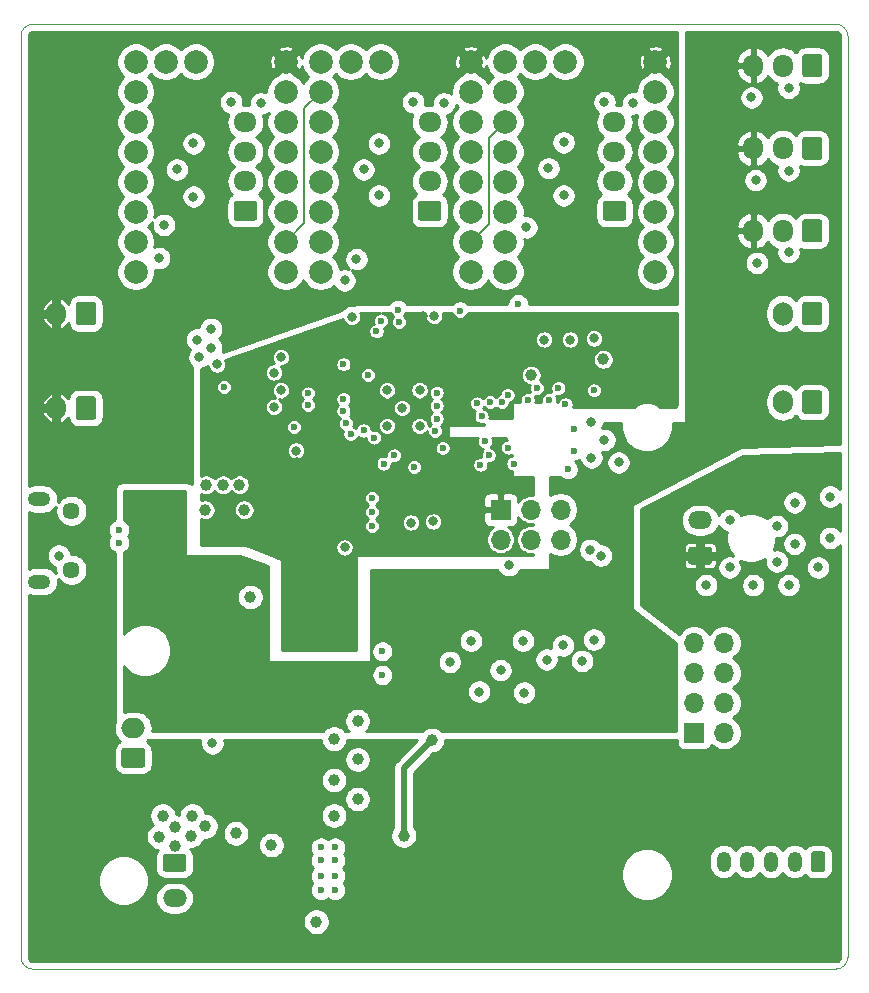
<source format=gbr>
G04 #@! TF.GenerationSoftware,KiCad,Pcbnew,5.1.5+dfsg1-2build2*
G04 #@! TF.CreationDate,2021-09-26T16:39:44+00:00*
G04 #@! TF.ProjectId,NeptuneToolboard,54726953-7465-4705-946f-6f6c626f6172,rev?*
G04 #@! TF.SameCoordinates,Original*
G04 #@! TF.FileFunction,Copper,L3,Inr*
G04 #@! TF.FilePolarity,Positive*
%FSLAX46Y46*%
G04 Gerber Fmt 4.6, Leading zero omitted, Abs format (unit mm)*
G04 Created by KiCad (PCBNEW 5.1.5+dfsg1-2build2) date 2021-09-26 16:39:44*
%MOMM*%
%LPD*%
G04 APERTURE LIST*
G04 #@! TA.AperFunction,Profile*
%ADD10C,0.050000*%
G04 #@! TD*
G04 #@! TA.AperFunction,ViaPad*
%ADD11C,0.350000*%
G04 #@! TD*
G04 #@! TA.AperFunction,ViaPad*
%ADD12O,2.020000X1.500000*%
G04 #@! TD*
G04 #@! TA.AperFunction,ViaPad*
%ADD13O,2.000000X1.700000*%
G04 #@! TD*
G04 #@! TA.AperFunction,ViaPad*
%ADD14O,1.700000X1.700000*%
G04 #@! TD*
G04 #@! TA.AperFunction,ViaPad*
%ADD15R,1.700000X1.700000*%
G04 #@! TD*
G04 #@! TA.AperFunction,ViaPad*
%ADD16O,1.200000X1.750000*%
G04 #@! TD*
G04 #@! TA.AperFunction,ViaPad*
%ADD17C,2.000000*%
G04 #@! TD*
G04 #@! TA.AperFunction,ViaPad*
%ADD18O,1.700000X1.950000*%
G04 #@! TD*
G04 #@! TA.AperFunction,ViaPad*
%ADD19O,1.950000X1.700000*%
G04 #@! TD*
G04 #@! TA.AperFunction,ViaPad*
%ADD20O,1.700000X2.000000*%
G04 #@! TD*
G04 #@! TA.AperFunction,ViaPad*
%ADD21C,1.450000*%
G04 #@! TD*
G04 #@! TA.AperFunction,ViaPad*
%ADD22O,1.900000X1.200000*%
G04 #@! TD*
G04 #@! TA.AperFunction,ViaPad*
%ADD23C,0.600000*%
G04 #@! TD*
G04 #@! TA.AperFunction,ViaPad*
%ADD24C,1.000000*%
G04 #@! TD*
G04 #@! TA.AperFunction,ViaPad*
%ADD25C,0.800000*%
G04 #@! TD*
G04 #@! TA.AperFunction,Conductor*
%ADD26C,0.500000*%
G04 #@! TD*
G04 #@! TA.AperFunction,Conductor*
%ADD27C,0.200000*%
G04 #@! TD*
G04 #@! TA.AperFunction,Conductor*
%ADD28C,0.254000*%
G04 #@! TD*
G04 APERTURE END LIST*
D10*
X140500000Y-132000000D02*
G75*
G02X139500000Y-131000000I0J1000000D01*
G01*
X209500000Y-131000000D02*
G75*
G02X208500000Y-132000000I-1000000J0D01*
G01*
X208500000Y-52000000D02*
G75*
G02X209500000Y-53000000I0J-1000000D01*
G01*
X139500000Y-53000000D02*
G75*
G02X140500000Y-52000000I1000000J0D01*
G01*
X140500000Y-52000000D02*
X208500000Y-52000000D01*
X139500000Y-131000000D02*
X139500000Y-53000000D01*
X208500000Y-132000000D02*
X140500000Y-132000000D01*
X209500000Y-53000000D02*
X209500000Y-131000000D01*
G04 #@! TA.AperFunction,ViaPad*
D11*
G04 #@! TO.N,VDC*
G04 #@! TO.C,J11*
G36*
X197784504Y-96251204D02*
G01*
X197808773Y-96254804D01*
X197832571Y-96260765D01*
X197855671Y-96269030D01*
X197877849Y-96279520D01*
X197898893Y-96292133D01*
X197918598Y-96306747D01*
X197936777Y-96323223D01*
X197953253Y-96341402D01*
X197967867Y-96361107D01*
X197980480Y-96382151D01*
X197990970Y-96404329D01*
X197999235Y-96427429D01*
X198005196Y-96451227D01*
X198008796Y-96475496D01*
X198010000Y-96500000D01*
X198010000Y-97500000D01*
X198008796Y-97524504D01*
X198005196Y-97548773D01*
X197999235Y-97572571D01*
X197990970Y-97595671D01*
X197980480Y-97617849D01*
X197967867Y-97638893D01*
X197953253Y-97658598D01*
X197936777Y-97676777D01*
X197918598Y-97693253D01*
X197898893Y-97707867D01*
X197877849Y-97720480D01*
X197855671Y-97730970D01*
X197832571Y-97739235D01*
X197808773Y-97745196D01*
X197784504Y-97748796D01*
X197760000Y-97750000D01*
X196240000Y-97750000D01*
X196215496Y-97748796D01*
X196191227Y-97745196D01*
X196167429Y-97739235D01*
X196144329Y-97730970D01*
X196122151Y-97720480D01*
X196101107Y-97707867D01*
X196081402Y-97693253D01*
X196063223Y-97676777D01*
X196046747Y-97658598D01*
X196032133Y-97638893D01*
X196019520Y-97617849D01*
X196009030Y-97595671D01*
X196000765Y-97572571D01*
X195994804Y-97548773D01*
X195991204Y-97524504D01*
X195990000Y-97500000D01*
X195990000Y-96500000D01*
X195991204Y-96475496D01*
X195994804Y-96451227D01*
X196000765Y-96427429D01*
X196009030Y-96404329D01*
X196019520Y-96382151D01*
X196032133Y-96361107D01*
X196046747Y-96341402D01*
X196063223Y-96323223D01*
X196081402Y-96306747D01*
X196101107Y-96292133D01*
X196122151Y-96279520D01*
X196144329Y-96269030D01*
X196167429Y-96260765D01*
X196191227Y-96254804D01*
X196215496Y-96251204D01*
X196240000Y-96250000D01*
X197760000Y-96250000D01*
X197784504Y-96251204D01*
G37*
G04 #@! TD.AperFunction*
D12*
G04 #@! TO.N,HEAT_NEG*
X197000000Y-94000000D03*
G04 #@! TD*
G04 #@! TA.AperFunction,ViaPad*
D11*
G04 #@! TO.N,/IO & Communication/CAN+*
G04 #@! TO.C,J10*
G36*
X149774504Y-113251204D02*
G01*
X149798773Y-113254804D01*
X149822571Y-113260765D01*
X149845671Y-113269030D01*
X149867849Y-113279520D01*
X149888893Y-113292133D01*
X149908598Y-113306747D01*
X149926777Y-113323223D01*
X149943253Y-113341402D01*
X149957867Y-113361107D01*
X149970480Y-113382151D01*
X149980970Y-113404329D01*
X149989235Y-113427429D01*
X149995196Y-113451227D01*
X149998796Y-113475496D01*
X150000000Y-113500000D01*
X150000000Y-114700000D01*
X149998796Y-114724504D01*
X149995196Y-114748773D01*
X149989235Y-114772571D01*
X149980970Y-114795671D01*
X149970480Y-114817849D01*
X149957867Y-114838893D01*
X149943253Y-114858598D01*
X149926777Y-114876777D01*
X149908598Y-114893253D01*
X149888893Y-114907867D01*
X149867849Y-114920480D01*
X149845671Y-114930970D01*
X149822571Y-114939235D01*
X149798773Y-114945196D01*
X149774504Y-114948796D01*
X149750000Y-114950000D01*
X148250000Y-114950000D01*
X148225496Y-114948796D01*
X148201227Y-114945196D01*
X148177429Y-114939235D01*
X148154329Y-114930970D01*
X148132151Y-114920480D01*
X148111107Y-114907867D01*
X148091402Y-114893253D01*
X148073223Y-114876777D01*
X148056747Y-114858598D01*
X148042133Y-114838893D01*
X148029520Y-114817849D01*
X148019030Y-114795671D01*
X148010765Y-114772571D01*
X148004804Y-114748773D01*
X148001204Y-114724504D01*
X148000000Y-114700000D01*
X148000000Y-113500000D01*
X148001204Y-113475496D01*
X148004804Y-113451227D01*
X148010765Y-113427429D01*
X148019030Y-113404329D01*
X148029520Y-113382151D01*
X148042133Y-113361107D01*
X148056747Y-113341402D01*
X148073223Y-113323223D01*
X148091402Y-113306747D01*
X148111107Y-113292133D01*
X148132151Y-113279520D01*
X148154329Y-113269030D01*
X148177429Y-113260765D01*
X148201227Y-113254804D01*
X148225496Y-113251204D01*
X148250000Y-113250000D01*
X149750000Y-113250000D01*
X149774504Y-113251204D01*
G37*
G04 #@! TD.AperFunction*
D13*
G04 #@! TO.N,/IO & Communication/CAN-*
X149000000Y-111600000D03*
G04 #@! TD*
G04 #@! TA.AperFunction,ViaPad*
D11*
G04 #@! TO.N,GND*
G04 #@! TO.C,J13*
G36*
X153284504Y-122251204D02*
G01*
X153308773Y-122254804D01*
X153332571Y-122260765D01*
X153355671Y-122269030D01*
X153377849Y-122279520D01*
X153398893Y-122292133D01*
X153418598Y-122306747D01*
X153436777Y-122323223D01*
X153453253Y-122341402D01*
X153467867Y-122361107D01*
X153480480Y-122382151D01*
X153490970Y-122404329D01*
X153499235Y-122427429D01*
X153505196Y-122451227D01*
X153508796Y-122475496D01*
X153510000Y-122500000D01*
X153510000Y-123500000D01*
X153508796Y-123524504D01*
X153505196Y-123548773D01*
X153499235Y-123572571D01*
X153490970Y-123595671D01*
X153480480Y-123617849D01*
X153467867Y-123638893D01*
X153453253Y-123658598D01*
X153436777Y-123676777D01*
X153418598Y-123693253D01*
X153398893Y-123707867D01*
X153377849Y-123720480D01*
X153355671Y-123730970D01*
X153332571Y-123739235D01*
X153308773Y-123745196D01*
X153284504Y-123748796D01*
X153260000Y-123750000D01*
X151740000Y-123750000D01*
X151715496Y-123748796D01*
X151691227Y-123745196D01*
X151667429Y-123739235D01*
X151644329Y-123730970D01*
X151622151Y-123720480D01*
X151601107Y-123707867D01*
X151581402Y-123693253D01*
X151563223Y-123676777D01*
X151546747Y-123658598D01*
X151532133Y-123638893D01*
X151519520Y-123617849D01*
X151509030Y-123595671D01*
X151500765Y-123572571D01*
X151494804Y-123548773D01*
X151491204Y-123524504D01*
X151490000Y-123500000D01*
X151490000Y-122500000D01*
X151491204Y-122475496D01*
X151494804Y-122451227D01*
X151500765Y-122427429D01*
X151509030Y-122404329D01*
X151519520Y-122382151D01*
X151532133Y-122361107D01*
X151546747Y-122341402D01*
X151563223Y-122323223D01*
X151581402Y-122306747D01*
X151601107Y-122292133D01*
X151622151Y-122279520D01*
X151644329Y-122269030D01*
X151667429Y-122260765D01*
X151691227Y-122254804D01*
X151715496Y-122251204D01*
X151740000Y-122250000D01*
X153260000Y-122250000D01*
X153284504Y-122251204D01*
G37*
G04 #@! TD.AperFunction*
D12*
G04 #@! TO.N,Net-(D5-Pad2)*
X152500000Y-126000000D03*
G04 #@! TD*
D14*
G04 #@! TO.N,+5V*
G04 #@! TO.C,J17*
X199040000Y-104380000D03*
G04 #@! TO.N,ACS*
X196500000Y-104380000D03*
G04 #@! TO.N,+3V3*
X199040000Y-106920000D03*
G04 #@! TO.N,ASCK*
X196500000Y-106920000D03*
G04 #@! TO.N,AINT1*
X199040000Y-109460000D03*
G04 #@! TO.N,ASDO*
X196500000Y-109460000D03*
G04 #@! TO.N,GND*
X199040000Y-112000000D03*
D15*
G04 #@! TO.N,ASDI*
X196500000Y-112000000D03*
G04 #@! TD*
D16*
G04 #@! TO.N,GND*
G04 #@! TO.C,J16*
X199000000Y-122900000D03*
G04 #@! TO.N,+5V*
X201000000Y-122900000D03*
G04 #@! TO.N,SERVO_BL*
X203000000Y-122900000D03*
G04 #@! TO.N,GND*
X205000000Y-122900000D03*
G04 #@! TA.AperFunction,ViaPad*
D11*
G04 #@! TO.N,ZPROBE*
G36*
X207374505Y-122026204D02*
G01*
X207398773Y-122029804D01*
X207422572Y-122035765D01*
X207445671Y-122044030D01*
X207467850Y-122054520D01*
X207488893Y-122067132D01*
X207508599Y-122081747D01*
X207526777Y-122098223D01*
X207543253Y-122116401D01*
X207557868Y-122136107D01*
X207570480Y-122157150D01*
X207580970Y-122179329D01*
X207589235Y-122202428D01*
X207595196Y-122226227D01*
X207598796Y-122250495D01*
X207600000Y-122274999D01*
X207600000Y-123525001D01*
X207598796Y-123549505D01*
X207595196Y-123573773D01*
X207589235Y-123597572D01*
X207580970Y-123620671D01*
X207570480Y-123642850D01*
X207557868Y-123663893D01*
X207543253Y-123683599D01*
X207526777Y-123701777D01*
X207508599Y-123718253D01*
X207488893Y-123732868D01*
X207467850Y-123745480D01*
X207445671Y-123755970D01*
X207422572Y-123764235D01*
X207398773Y-123770196D01*
X207374505Y-123773796D01*
X207350001Y-123775000D01*
X206649999Y-123775000D01*
X206625495Y-123773796D01*
X206601227Y-123770196D01*
X206577428Y-123764235D01*
X206554329Y-123755970D01*
X206532150Y-123745480D01*
X206511107Y-123732868D01*
X206491401Y-123718253D01*
X206473223Y-123701777D01*
X206456747Y-123683599D01*
X206442132Y-123663893D01*
X206429520Y-123642850D01*
X206419030Y-123620671D01*
X206410765Y-123597572D01*
X206404804Y-123573773D01*
X206401204Y-123549505D01*
X206400000Y-123525001D01*
X206400000Y-122274999D01*
X206401204Y-122250495D01*
X206404804Y-122226227D01*
X206410765Y-122202428D01*
X206419030Y-122179329D01*
X206429520Y-122157150D01*
X206442132Y-122136107D01*
X206456747Y-122116401D01*
X206473223Y-122098223D01*
X206491401Y-122081747D01*
X206511107Y-122067132D01*
X206532150Y-122054520D01*
X206554329Y-122044030D01*
X206577428Y-122035765D01*
X206601227Y-122029804D01*
X206625495Y-122026204D01*
X206649999Y-122025000D01*
X207350001Y-122025000D01*
X207374505Y-122026204D01*
G37*
G04 #@! TD.AperFunction*
G04 #@! TD*
D17*
G04 #@! TO.N,ST1_DIAG*
G04 #@! TO.C,U5*
X151759999Y-55180000D03*
G04 #@! TO.N,Net-(U5-Pad17)*
X154299999Y-55180000D03*
G04 #@! TO.N,ST1_EN*
X149219999Y-55180000D03*
G04 #@! TO.N,GND*
X149219999Y-57720000D03*
X149219999Y-60260000D03*
X149219999Y-62800000D03*
G04 #@! TO.N,ST_UART_TX*
X149219999Y-65340000D03*
G04 #@! TO.N,ST_UART_RX*
X149219999Y-67880000D03*
G04 #@! TO.N,ST1_STEP*
X149219999Y-70420000D03*
G04 #@! TO.N,ST1_DIR*
X149219999Y-72960000D03*
G04 #@! TO.N,VDC*
X161919999Y-55180000D03*
G04 #@! TO.N,GND*
X161919999Y-57720000D03*
G04 #@! TO.N,/Stepper drivers/ST1_M2B*
X161919999Y-60260000D03*
G04 #@! TO.N,/Stepper drivers/ST1_M2A*
X161919999Y-62800000D03*
G04 #@! TO.N,/Stepper drivers/ST1_M1A*
X161919999Y-65340000D03*
G04 #@! TO.N,/Stepper drivers/ST1_M1B*
X161919999Y-67880000D03*
G04 #@! TO.N,+3V3*
X161919999Y-70420000D03*
G04 #@! TO.N,GND*
X161919999Y-72960000D03*
G04 #@! TD*
G04 #@! TO.N,ST2_DIAG*
G04 #@! TO.C,U6*
X167399999Y-55180000D03*
G04 #@! TO.N,Net-(U6-Pad17)*
X169939999Y-55180000D03*
G04 #@! TO.N,ST2_EN*
X164859999Y-55180000D03*
G04 #@! TO.N,+3V3*
X164859999Y-57720000D03*
G04 #@! TO.N,GND*
X164859999Y-60260000D03*
X164859999Y-62800000D03*
G04 #@! TO.N,ST_UART_TX*
X164859999Y-65340000D03*
G04 #@! TO.N,ST_UART_RX*
X164859999Y-67880000D03*
G04 #@! TO.N,ST2_STEP*
X164859999Y-70420000D03*
G04 #@! TO.N,ST2_DIR*
X164859999Y-72960000D03*
G04 #@! TO.N,VDC*
X177559999Y-55180000D03*
G04 #@! TO.N,GND*
X177559999Y-57720000D03*
G04 #@! TO.N,/Stepper drivers/ST2_M2B*
X177559999Y-60260000D03*
G04 #@! TO.N,/Stepper drivers/ST2_M2A*
X177559999Y-62800000D03*
G04 #@! TO.N,/Stepper drivers/ST2_M1A*
X177559999Y-65340000D03*
G04 #@! TO.N,/Stepper drivers/ST2_M1B*
X177559999Y-67880000D03*
G04 #@! TO.N,+3V3*
X177559999Y-70420000D03*
G04 #@! TO.N,GND*
X177559999Y-72960000D03*
G04 #@! TD*
G04 #@! TO.N,ST3_DIAG*
G04 #@! TO.C,U7*
X183039999Y-55180000D03*
G04 #@! TO.N,Net-(U7-Pad17)*
X185579999Y-55180000D03*
G04 #@! TO.N,ST3_EN*
X180499999Y-55180000D03*
G04 #@! TO.N,GND*
X180499999Y-57720000D03*
G04 #@! TO.N,+3V3*
X180499999Y-60260000D03*
G04 #@! TO.N,GND*
X180499999Y-62800000D03*
G04 #@! TO.N,ST_UART_TX*
X180499999Y-65340000D03*
G04 #@! TO.N,ST_UART_RX*
X180499999Y-67880000D03*
G04 #@! TO.N,ST3_STEP*
X180499999Y-70420000D03*
G04 #@! TO.N,ST3_DIR*
X180499999Y-72960000D03*
G04 #@! TO.N,VDC*
X193199999Y-55180000D03*
G04 #@! TO.N,GND*
X193199999Y-57720000D03*
G04 #@! TO.N,/Stepper drivers/ST3_M2B*
X193199999Y-60260000D03*
G04 #@! TO.N,/Stepper drivers/ST3_M2A*
X193199999Y-62800000D03*
G04 #@! TO.N,/Stepper drivers/ST3_M1A*
X193199999Y-65340000D03*
G04 #@! TO.N,/Stepper drivers/ST3_M1B*
X193199999Y-67880000D03*
G04 #@! TO.N,+3V3*
X193199999Y-70420000D03*
G04 #@! TO.N,GND*
X193199999Y-72960000D03*
G04 #@! TD*
D18*
G04 #@! TO.N,+5V*
G04 #@! TO.C,J15*
X201500000Y-69500000D03*
G04 #@! TO.N,GND*
X204000000Y-69500000D03*
G04 #@! TA.AperFunction,ViaPad*
D11*
G04 #@! TO.N,Net-(J15-Pad1)*
G36*
X207124504Y-68526204D02*
G01*
X207148773Y-68529804D01*
X207172571Y-68535765D01*
X207195671Y-68544030D01*
X207217849Y-68554520D01*
X207238893Y-68567133D01*
X207258598Y-68581747D01*
X207276777Y-68598223D01*
X207293253Y-68616402D01*
X207307867Y-68636107D01*
X207320480Y-68657151D01*
X207330970Y-68679329D01*
X207339235Y-68702429D01*
X207345196Y-68726227D01*
X207348796Y-68750496D01*
X207350000Y-68775000D01*
X207350000Y-70225000D01*
X207348796Y-70249504D01*
X207345196Y-70273773D01*
X207339235Y-70297571D01*
X207330970Y-70320671D01*
X207320480Y-70342849D01*
X207307867Y-70363893D01*
X207293253Y-70383598D01*
X207276777Y-70401777D01*
X207258598Y-70418253D01*
X207238893Y-70432867D01*
X207217849Y-70445480D01*
X207195671Y-70455970D01*
X207172571Y-70464235D01*
X207148773Y-70470196D01*
X207124504Y-70473796D01*
X207100000Y-70475000D01*
X205900000Y-70475000D01*
X205875496Y-70473796D01*
X205851227Y-70470196D01*
X205827429Y-70464235D01*
X205804329Y-70455970D01*
X205782151Y-70445480D01*
X205761107Y-70432867D01*
X205741402Y-70418253D01*
X205723223Y-70401777D01*
X205706747Y-70383598D01*
X205692133Y-70363893D01*
X205679520Y-70342849D01*
X205669030Y-70320671D01*
X205660765Y-70297571D01*
X205654804Y-70273773D01*
X205651204Y-70249504D01*
X205650000Y-70225000D01*
X205650000Y-68775000D01*
X205651204Y-68750496D01*
X205654804Y-68726227D01*
X205660765Y-68702429D01*
X205669030Y-68679329D01*
X205679520Y-68657151D01*
X205692133Y-68636107D01*
X205706747Y-68616402D01*
X205723223Y-68598223D01*
X205741402Y-68581747D01*
X205761107Y-68567133D01*
X205782151Y-68554520D01*
X205804329Y-68544030D01*
X205827429Y-68535765D01*
X205851227Y-68529804D01*
X205875496Y-68526204D01*
X205900000Y-68525000D01*
X207100000Y-68525000D01*
X207124504Y-68526204D01*
G37*
G04 #@! TD.AperFunction*
G04 #@! TD*
D15*
G04 #@! TO.N,+3V3*
G04 #@! TO.C,J1*
X180100000Y-93100000D03*
D14*
G04 #@! TO.N,BOOT0*
X180100000Y-95640000D03*
G04 #@! TO.N,GND*
X182640000Y-93100000D03*
G04 #@! TO.N,NRST*
X182640000Y-95640000D03*
G04 #@! TO.N,SWCLK*
X185180000Y-93100000D03*
G04 #@! TO.N,SWDIO*
X185180000Y-95640000D03*
G04 #@! TD*
D19*
G04 #@! TO.N,/Stepper drivers/ST1_M2B*
G04 #@! TO.C,J2*
X158500000Y-60300000D03*
G04 #@! TO.N,/Stepper drivers/ST1_M2A*
X158500000Y-62800000D03*
G04 #@! TO.N,/Stepper drivers/ST1_M1A*
X158500000Y-65300000D03*
G04 #@! TA.AperFunction,ViaPad*
D11*
G04 #@! TO.N,/Stepper drivers/ST1_M1B*
G36*
X159249504Y-66951204D02*
G01*
X159273773Y-66954804D01*
X159297571Y-66960765D01*
X159320671Y-66969030D01*
X159342849Y-66979520D01*
X159363893Y-66992133D01*
X159383598Y-67006747D01*
X159401777Y-67023223D01*
X159418253Y-67041402D01*
X159432867Y-67061107D01*
X159445480Y-67082151D01*
X159455970Y-67104329D01*
X159464235Y-67127429D01*
X159470196Y-67151227D01*
X159473796Y-67175496D01*
X159475000Y-67200000D01*
X159475000Y-68400000D01*
X159473796Y-68424504D01*
X159470196Y-68448773D01*
X159464235Y-68472571D01*
X159455970Y-68495671D01*
X159445480Y-68517849D01*
X159432867Y-68538893D01*
X159418253Y-68558598D01*
X159401777Y-68576777D01*
X159383598Y-68593253D01*
X159363893Y-68607867D01*
X159342849Y-68620480D01*
X159320671Y-68630970D01*
X159297571Y-68639235D01*
X159273773Y-68645196D01*
X159249504Y-68648796D01*
X159225000Y-68650000D01*
X157775000Y-68650000D01*
X157750496Y-68648796D01*
X157726227Y-68645196D01*
X157702429Y-68639235D01*
X157679329Y-68630970D01*
X157657151Y-68620480D01*
X157636107Y-68607867D01*
X157616402Y-68593253D01*
X157598223Y-68576777D01*
X157581747Y-68558598D01*
X157567133Y-68538893D01*
X157554520Y-68517849D01*
X157544030Y-68495671D01*
X157535765Y-68472571D01*
X157529804Y-68448773D01*
X157526204Y-68424504D01*
X157525000Y-68400000D01*
X157525000Y-67200000D01*
X157526204Y-67175496D01*
X157529804Y-67151227D01*
X157535765Y-67127429D01*
X157544030Y-67104329D01*
X157554520Y-67082151D01*
X157567133Y-67061107D01*
X157581747Y-67041402D01*
X157598223Y-67023223D01*
X157616402Y-67006747D01*
X157636107Y-66992133D01*
X157657151Y-66979520D01*
X157679329Y-66969030D01*
X157702429Y-66960765D01*
X157726227Y-66954804D01*
X157750496Y-66951204D01*
X157775000Y-66950000D01*
X159225000Y-66950000D01*
X159249504Y-66951204D01*
G37*
G04 #@! TD.AperFunction*
G04 #@! TD*
G04 #@! TA.AperFunction,ViaPad*
G04 #@! TO.N,/Stepper drivers/ST2_M1B*
G04 #@! TO.C,J3*
G36*
X174849504Y-66951204D02*
G01*
X174873773Y-66954804D01*
X174897571Y-66960765D01*
X174920671Y-66969030D01*
X174942849Y-66979520D01*
X174963893Y-66992133D01*
X174983598Y-67006747D01*
X175001777Y-67023223D01*
X175018253Y-67041402D01*
X175032867Y-67061107D01*
X175045480Y-67082151D01*
X175055970Y-67104329D01*
X175064235Y-67127429D01*
X175070196Y-67151227D01*
X175073796Y-67175496D01*
X175075000Y-67200000D01*
X175075000Y-68400000D01*
X175073796Y-68424504D01*
X175070196Y-68448773D01*
X175064235Y-68472571D01*
X175055970Y-68495671D01*
X175045480Y-68517849D01*
X175032867Y-68538893D01*
X175018253Y-68558598D01*
X175001777Y-68576777D01*
X174983598Y-68593253D01*
X174963893Y-68607867D01*
X174942849Y-68620480D01*
X174920671Y-68630970D01*
X174897571Y-68639235D01*
X174873773Y-68645196D01*
X174849504Y-68648796D01*
X174825000Y-68650000D01*
X173375000Y-68650000D01*
X173350496Y-68648796D01*
X173326227Y-68645196D01*
X173302429Y-68639235D01*
X173279329Y-68630970D01*
X173257151Y-68620480D01*
X173236107Y-68607867D01*
X173216402Y-68593253D01*
X173198223Y-68576777D01*
X173181747Y-68558598D01*
X173167133Y-68538893D01*
X173154520Y-68517849D01*
X173144030Y-68495671D01*
X173135765Y-68472571D01*
X173129804Y-68448773D01*
X173126204Y-68424504D01*
X173125000Y-68400000D01*
X173125000Y-67200000D01*
X173126204Y-67175496D01*
X173129804Y-67151227D01*
X173135765Y-67127429D01*
X173144030Y-67104329D01*
X173154520Y-67082151D01*
X173167133Y-67061107D01*
X173181747Y-67041402D01*
X173198223Y-67023223D01*
X173216402Y-67006747D01*
X173236107Y-66992133D01*
X173257151Y-66979520D01*
X173279329Y-66969030D01*
X173302429Y-66960765D01*
X173326227Y-66954804D01*
X173350496Y-66951204D01*
X173375000Y-66950000D01*
X174825000Y-66950000D01*
X174849504Y-66951204D01*
G37*
G04 #@! TD.AperFunction*
D19*
G04 #@! TO.N,/Stepper drivers/ST2_M1A*
X174100000Y-65300000D03*
G04 #@! TO.N,/Stepper drivers/ST2_M2A*
X174100000Y-62800000D03*
G04 #@! TO.N,/Stepper drivers/ST2_M2B*
X174100000Y-60300000D03*
G04 #@! TD*
G04 #@! TO.N,/Stepper drivers/ST3_M2B*
G04 #@! TO.C,J4*
X189750000Y-60300000D03*
G04 #@! TO.N,/Stepper drivers/ST3_M2A*
X189750000Y-62800000D03*
G04 #@! TO.N,/Stepper drivers/ST3_M1A*
X189750000Y-65300000D03*
G04 #@! TA.AperFunction,ViaPad*
D11*
G04 #@! TO.N,/Stepper drivers/ST3_M1B*
G36*
X190499504Y-66951204D02*
G01*
X190523773Y-66954804D01*
X190547571Y-66960765D01*
X190570671Y-66969030D01*
X190592849Y-66979520D01*
X190613893Y-66992133D01*
X190633598Y-67006747D01*
X190651777Y-67023223D01*
X190668253Y-67041402D01*
X190682867Y-67061107D01*
X190695480Y-67082151D01*
X190705970Y-67104329D01*
X190714235Y-67127429D01*
X190720196Y-67151227D01*
X190723796Y-67175496D01*
X190725000Y-67200000D01*
X190725000Y-68400000D01*
X190723796Y-68424504D01*
X190720196Y-68448773D01*
X190714235Y-68472571D01*
X190705970Y-68495671D01*
X190695480Y-68517849D01*
X190682867Y-68538893D01*
X190668253Y-68558598D01*
X190651777Y-68576777D01*
X190633598Y-68593253D01*
X190613893Y-68607867D01*
X190592849Y-68620480D01*
X190570671Y-68630970D01*
X190547571Y-68639235D01*
X190523773Y-68645196D01*
X190499504Y-68648796D01*
X190475000Y-68650000D01*
X189025000Y-68650000D01*
X189000496Y-68648796D01*
X188976227Y-68645196D01*
X188952429Y-68639235D01*
X188929329Y-68630970D01*
X188907151Y-68620480D01*
X188886107Y-68607867D01*
X188866402Y-68593253D01*
X188848223Y-68576777D01*
X188831747Y-68558598D01*
X188817133Y-68538893D01*
X188804520Y-68517849D01*
X188794030Y-68495671D01*
X188785765Y-68472571D01*
X188779804Y-68448773D01*
X188776204Y-68424504D01*
X188775000Y-68400000D01*
X188775000Y-67200000D01*
X188776204Y-67175496D01*
X188779804Y-67151227D01*
X188785765Y-67127429D01*
X188794030Y-67104329D01*
X188804520Y-67082151D01*
X188817133Y-67061107D01*
X188831747Y-67041402D01*
X188848223Y-67023223D01*
X188866402Y-67006747D01*
X188886107Y-66992133D01*
X188907151Y-66979520D01*
X188929329Y-66969030D01*
X188952429Y-66960765D01*
X188976227Y-66954804D01*
X189000496Y-66951204D01*
X189025000Y-66950000D01*
X190475000Y-66950000D01*
X190499504Y-66951204D01*
G37*
G04 #@! TD.AperFunction*
G04 #@! TD*
D18*
G04 #@! TO.N,+5V*
G04 #@! TO.C,J12*
X201500000Y-62500000D03*
G04 #@! TO.N,GND*
X204000000Y-62500000D03*
G04 #@! TA.AperFunction,ViaPad*
D11*
G04 #@! TO.N,Net-(J12-Pad1)*
G36*
X207124504Y-61526204D02*
G01*
X207148773Y-61529804D01*
X207172571Y-61535765D01*
X207195671Y-61544030D01*
X207217849Y-61554520D01*
X207238893Y-61567133D01*
X207258598Y-61581747D01*
X207276777Y-61598223D01*
X207293253Y-61616402D01*
X207307867Y-61636107D01*
X207320480Y-61657151D01*
X207330970Y-61679329D01*
X207339235Y-61702429D01*
X207345196Y-61726227D01*
X207348796Y-61750496D01*
X207350000Y-61775000D01*
X207350000Y-63225000D01*
X207348796Y-63249504D01*
X207345196Y-63273773D01*
X207339235Y-63297571D01*
X207330970Y-63320671D01*
X207320480Y-63342849D01*
X207307867Y-63363893D01*
X207293253Y-63383598D01*
X207276777Y-63401777D01*
X207258598Y-63418253D01*
X207238893Y-63432867D01*
X207217849Y-63445480D01*
X207195671Y-63455970D01*
X207172571Y-63464235D01*
X207148773Y-63470196D01*
X207124504Y-63473796D01*
X207100000Y-63475000D01*
X205900000Y-63475000D01*
X205875496Y-63473796D01*
X205851227Y-63470196D01*
X205827429Y-63464235D01*
X205804329Y-63455970D01*
X205782151Y-63445480D01*
X205761107Y-63432867D01*
X205741402Y-63418253D01*
X205723223Y-63401777D01*
X205706747Y-63383598D01*
X205692133Y-63363893D01*
X205679520Y-63342849D01*
X205669030Y-63320671D01*
X205660765Y-63297571D01*
X205654804Y-63273773D01*
X205651204Y-63249504D01*
X205650000Y-63225000D01*
X205650000Y-61775000D01*
X205651204Y-61750496D01*
X205654804Y-61726227D01*
X205660765Y-61702429D01*
X205669030Y-61679329D01*
X205679520Y-61657151D01*
X205692133Y-61636107D01*
X205706747Y-61616402D01*
X205723223Y-61598223D01*
X205741402Y-61581747D01*
X205761107Y-61567133D01*
X205782151Y-61554520D01*
X205804329Y-61544030D01*
X205827429Y-61535765D01*
X205851227Y-61529804D01*
X205875496Y-61526204D01*
X205900000Y-61525000D01*
X207100000Y-61525000D01*
X207124504Y-61526204D01*
G37*
G04 #@! TD.AperFunction*
G04 #@! TD*
G04 #@! TA.AperFunction,ViaPad*
G04 #@! TO.N,Net-(J9-Pad1)*
G04 #@! TO.C,J9*
G36*
X207124504Y-54526204D02*
G01*
X207148773Y-54529804D01*
X207172571Y-54535765D01*
X207195671Y-54544030D01*
X207217849Y-54554520D01*
X207238893Y-54567133D01*
X207258598Y-54581747D01*
X207276777Y-54598223D01*
X207293253Y-54616402D01*
X207307867Y-54636107D01*
X207320480Y-54657151D01*
X207330970Y-54679329D01*
X207339235Y-54702429D01*
X207345196Y-54726227D01*
X207348796Y-54750496D01*
X207350000Y-54775000D01*
X207350000Y-56225000D01*
X207348796Y-56249504D01*
X207345196Y-56273773D01*
X207339235Y-56297571D01*
X207330970Y-56320671D01*
X207320480Y-56342849D01*
X207307867Y-56363893D01*
X207293253Y-56383598D01*
X207276777Y-56401777D01*
X207258598Y-56418253D01*
X207238893Y-56432867D01*
X207217849Y-56445480D01*
X207195671Y-56455970D01*
X207172571Y-56464235D01*
X207148773Y-56470196D01*
X207124504Y-56473796D01*
X207100000Y-56475000D01*
X205900000Y-56475000D01*
X205875496Y-56473796D01*
X205851227Y-56470196D01*
X205827429Y-56464235D01*
X205804329Y-56455970D01*
X205782151Y-56445480D01*
X205761107Y-56432867D01*
X205741402Y-56418253D01*
X205723223Y-56401777D01*
X205706747Y-56383598D01*
X205692133Y-56363893D01*
X205679520Y-56342849D01*
X205669030Y-56320671D01*
X205660765Y-56297571D01*
X205654804Y-56273773D01*
X205651204Y-56249504D01*
X205650000Y-56225000D01*
X205650000Y-54775000D01*
X205651204Y-54750496D01*
X205654804Y-54726227D01*
X205660765Y-54702429D01*
X205669030Y-54679329D01*
X205679520Y-54657151D01*
X205692133Y-54636107D01*
X205706747Y-54616402D01*
X205723223Y-54598223D01*
X205741402Y-54581747D01*
X205761107Y-54567133D01*
X205782151Y-54554520D01*
X205804329Y-54544030D01*
X205827429Y-54535765D01*
X205851227Y-54529804D01*
X205875496Y-54526204D01*
X205900000Y-54525000D01*
X207100000Y-54525000D01*
X207124504Y-54526204D01*
G37*
G04 #@! TD.AperFunction*
D18*
G04 #@! TO.N,GND*
X204000000Y-55500000D03*
G04 #@! TO.N,+5V*
X201500000Y-55500000D03*
G04 #@! TD*
D20*
G04 #@! TO.N,Net-(J6-Pad2)*
G04 #@! TO.C,J6*
X204000000Y-84000000D03*
G04 #@! TA.AperFunction,ViaPad*
D11*
G04 #@! TO.N,GNDA*
G36*
X207124504Y-83001204D02*
G01*
X207148773Y-83004804D01*
X207172571Y-83010765D01*
X207195671Y-83019030D01*
X207217849Y-83029520D01*
X207238893Y-83042133D01*
X207258598Y-83056747D01*
X207276777Y-83073223D01*
X207293253Y-83091402D01*
X207307867Y-83111107D01*
X207320480Y-83132151D01*
X207330970Y-83154329D01*
X207339235Y-83177429D01*
X207345196Y-83201227D01*
X207348796Y-83225496D01*
X207350000Y-83250000D01*
X207350000Y-84750000D01*
X207348796Y-84774504D01*
X207345196Y-84798773D01*
X207339235Y-84822571D01*
X207330970Y-84845671D01*
X207320480Y-84867849D01*
X207307867Y-84888893D01*
X207293253Y-84908598D01*
X207276777Y-84926777D01*
X207258598Y-84943253D01*
X207238893Y-84957867D01*
X207217849Y-84970480D01*
X207195671Y-84980970D01*
X207172571Y-84989235D01*
X207148773Y-84995196D01*
X207124504Y-84998796D01*
X207100000Y-85000000D01*
X205900000Y-85000000D01*
X205875496Y-84998796D01*
X205851227Y-84995196D01*
X205827429Y-84989235D01*
X205804329Y-84980970D01*
X205782151Y-84970480D01*
X205761107Y-84957867D01*
X205741402Y-84943253D01*
X205723223Y-84926777D01*
X205706747Y-84908598D01*
X205692133Y-84888893D01*
X205679520Y-84867849D01*
X205669030Y-84845671D01*
X205660765Y-84822571D01*
X205654804Y-84798773D01*
X205651204Y-84774504D01*
X205650000Y-84750000D01*
X205650000Y-83250000D01*
X205651204Y-83225496D01*
X205654804Y-83201227D01*
X205660765Y-83177429D01*
X205669030Y-83154329D01*
X205679520Y-83132151D01*
X205692133Y-83111107D01*
X205706747Y-83091402D01*
X205723223Y-83073223D01*
X205741402Y-83056747D01*
X205761107Y-83042133D01*
X205782151Y-83029520D01*
X205804329Y-83019030D01*
X205827429Y-83010765D01*
X205851227Y-83004804D01*
X205875496Y-83001204D01*
X205900000Y-83000000D01*
X207100000Y-83000000D01*
X207124504Y-83001204D01*
G37*
G04 #@! TD.AperFunction*
G04 #@! TD*
G04 #@! TA.AperFunction,ViaPad*
G04 #@! TO.N,GNDA*
G04 #@! TO.C,J7*
G36*
X207124504Y-75501204D02*
G01*
X207148773Y-75504804D01*
X207172571Y-75510765D01*
X207195671Y-75519030D01*
X207217849Y-75529520D01*
X207238893Y-75542133D01*
X207258598Y-75556747D01*
X207276777Y-75573223D01*
X207293253Y-75591402D01*
X207307867Y-75611107D01*
X207320480Y-75632151D01*
X207330970Y-75654329D01*
X207339235Y-75677429D01*
X207345196Y-75701227D01*
X207348796Y-75725496D01*
X207350000Y-75750000D01*
X207350000Y-77250000D01*
X207348796Y-77274504D01*
X207345196Y-77298773D01*
X207339235Y-77322571D01*
X207330970Y-77345671D01*
X207320480Y-77367849D01*
X207307867Y-77388893D01*
X207293253Y-77408598D01*
X207276777Y-77426777D01*
X207258598Y-77443253D01*
X207238893Y-77457867D01*
X207217849Y-77470480D01*
X207195671Y-77480970D01*
X207172571Y-77489235D01*
X207148773Y-77495196D01*
X207124504Y-77498796D01*
X207100000Y-77500000D01*
X205900000Y-77500000D01*
X205875496Y-77498796D01*
X205851227Y-77495196D01*
X205827429Y-77489235D01*
X205804329Y-77480970D01*
X205782151Y-77470480D01*
X205761107Y-77457867D01*
X205741402Y-77443253D01*
X205723223Y-77426777D01*
X205706747Y-77408598D01*
X205692133Y-77388893D01*
X205679520Y-77367849D01*
X205669030Y-77345671D01*
X205660765Y-77322571D01*
X205654804Y-77298773D01*
X205651204Y-77274504D01*
X205650000Y-77250000D01*
X205650000Y-75750000D01*
X205651204Y-75725496D01*
X205654804Y-75701227D01*
X205660765Y-75677429D01*
X205669030Y-75654329D01*
X205679520Y-75632151D01*
X205692133Y-75611107D01*
X205706747Y-75591402D01*
X205723223Y-75573223D01*
X205741402Y-75556747D01*
X205761107Y-75542133D01*
X205782151Y-75529520D01*
X205804329Y-75519030D01*
X205827429Y-75510765D01*
X205851227Y-75504804D01*
X205875496Y-75501204D01*
X205900000Y-75500000D01*
X207100000Y-75500000D01*
X207124504Y-75501204D01*
G37*
G04 #@! TD.AperFunction*
D20*
G04 #@! TO.N,Net-(J7-Pad2)*
X204000000Y-76500000D03*
G04 #@! TD*
G04 #@! TO.N,VDC*
G04 #@! TO.C,J5*
X142500000Y-76500000D03*
G04 #@! TA.AperFunction,ViaPad*
D11*
G04 #@! TO.N,FAN0_NEG*
G36*
X145624504Y-75501204D02*
G01*
X145648773Y-75504804D01*
X145672571Y-75510765D01*
X145695671Y-75519030D01*
X145717849Y-75529520D01*
X145738893Y-75542133D01*
X145758598Y-75556747D01*
X145776777Y-75573223D01*
X145793253Y-75591402D01*
X145807867Y-75611107D01*
X145820480Y-75632151D01*
X145830970Y-75654329D01*
X145839235Y-75677429D01*
X145845196Y-75701227D01*
X145848796Y-75725496D01*
X145850000Y-75750000D01*
X145850000Y-77250000D01*
X145848796Y-77274504D01*
X145845196Y-77298773D01*
X145839235Y-77322571D01*
X145830970Y-77345671D01*
X145820480Y-77367849D01*
X145807867Y-77388893D01*
X145793253Y-77408598D01*
X145776777Y-77426777D01*
X145758598Y-77443253D01*
X145738893Y-77457867D01*
X145717849Y-77470480D01*
X145695671Y-77480970D01*
X145672571Y-77489235D01*
X145648773Y-77495196D01*
X145624504Y-77498796D01*
X145600000Y-77500000D01*
X144400000Y-77500000D01*
X144375496Y-77498796D01*
X144351227Y-77495196D01*
X144327429Y-77489235D01*
X144304329Y-77480970D01*
X144282151Y-77470480D01*
X144261107Y-77457867D01*
X144241402Y-77443253D01*
X144223223Y-77426777D01*
X144206747Y-77408598D01*
X144192133Y-77388893D01*
X144179520Y-77367849D01*
X144169030Y-77345671D01*
X144160765Y-77322571D01*
X144154804Y-77298773D01*
X144151204Y-77274504D01*
X144150000Y-77250000D01*
X144150000Y-75750000D01*
X144151204Y-75725496D01*
X144154804Y-75701227D01*
X144160765Y-75677429D01*
X144169030Y-75654329D01*
X144179520Y-75632151D01*
X144192133Y-75611107D01*
X144206747Y-75591402D01*
X144223223Y-75573223D01*
X144241402Y-75556747D01*
X144261107Y-75542133D01*
X144282151Y-75529520D01*
X144304329Y-75519030D01*
X144327429Y-75510765D01*
X144351227Y-75504804D01*
X144375496Y-75501204D01*
X144400000Y-75500000D01*
X145600000Y-75500000D01*
X145624504Y-75501204D01*
G37*
G04 #@! TD.AperFunction*
G04 #@! TD*
G04 #@! TA.AperFunction,ViaPad*
G04 #@! TO.N,FAN1_NEG*
G04 #@! TO.C,J8*
G36*
X145624504Y-83501204D02*
G01*
X145648773Y-83504804D01*
X145672571Y-83510765D01*
X145695671Y-83519030D01*
X145717849Y-83529520D01*
X145738893Y-83542133D01*
X145758598Y-83556747D01*
X145776777Y-83573223D01*
X145793253Y-83591402D01*
X145807867Y-83611107D01*
X145820480Y-83632151D01*
X145830970Y-83654329D01*
X145839235Y-83677429D01*
X145845196Y-83701227D01*
X145848796Y-83725496D01*
X145850000Y-83750000D01*
X145850000Y-85250000D01*
X145848796Y-85274504D01*
X145845196Y-85298773D01*
X145839235Y-85322571D01*
X145830970Y-85345671D01*
X145820480Y-85367849D01*
X145807867Y-85388893D01*
X145793253Y-85408598D01*
X145776777Y-85426777D01*
X145758598Y-85443253D01*
X145738893Y-85457867D01*
X145717849Y-85470480D01*
X145695671Y-85480970D01*
X145672571Y-85489235D01*
X145648773Y-85495196D01*
X145624504Y-85498796D01*
X145600000Y-85500000D01*
X144400000Y-85500000D01*
X144375496Y-85498796D01*
X144351227Y-85495196D01*
X144327429Y-85489235D01*
X144304329Y-85480970D01*
X144282151Y-85470480D01*
X144261107Y-85457867D01*
X144241402Y-85443253D01*
X144223223Y-85426777D01*
X144206747Y-85408598D01*
X144192133Y-85388893D01*
X144179520Y-85367849D01*
X144169030Y-85345671D01*
X144160765Y-85322571D01*
X144154804Y-85298773D01*
X144151204Y-85274504D01*
X144150000Y-85250000D01*
X144150000Y-83750000D01*
X144151204Y-83725496D01*
X144154804Y-83701227D01*
X144160765Y-83677429D01*
X144169030Y-83654329D01*
X144179520Y-83632151D01*
X144192133Y-83611107D01*
X144206747Y-83591402D01*
X144223223Y-83573223D01*
X144241402Y-83556747D01*
X144261107Y-83542133D01*
X144282151Y-83529520D01*
X144304329Y-83519030D01*
X144327429Y-83510765D01*
X144351227Y-83504804D01*
X144375496Y-83501204D01*
X144400000Y-83500000D01*
X145600000Y-83500000D01*
X145624504Y-83501204D01*
G37*
G04 #@! TD.AperFunction*
D20*
G04 #@! TO.N,VDC*
X142500000Y-84500000D03*
G04 #@! TD*
D21*
G04 #@! TO.N,Net-(J14-Pad6)*
G04 #@! TO.C,J14*
X143762500Y-93200000D03*
X143762500Y-98200000D03*
D22*
X141062500Y-92200000D03*
X141062500Y-99200000D03*
G04 #@! TD*
D23*
G04 #@! TO.N,GND*
G04 #@! TO.C,U3*
X166100000Y-125300000D03*
X166100000Y-124100000D03*
X164900000Y-124100000D03*
X164900000Y-125300000D03*
X166100000Y-121700000D03*
X166100000Y-122800000D03*
X164900000Y-122800000D03*
X164900000Y-121700000D03*
G04 #@! TD*
D24*
G04 #@! TO.N,VDDA*
X182700000Y-81700000D03*
X188810000Y-80390000D03*
D23*
G04 #@! TO.N,GNDA*
X179200000Y-84000000D03*
X180200000Y-84000000D03*
X180700000Y-83400000D03*
D25*
X183800000Y-78700000D03*
D23*
X183200000Y-82800000D03*
D25*
X188000000Y-78600000D03*
D23*
X188000000Y-83000000D03*
X185000000Y-82800000D03*
D25*
X186000000Y-78700000D03*
D23*
G04 #@! TO.N,NRST*
X174550000Y-86450000D03*
D24*
G04 #@! TO.N,VDC*
X193700000Y-98900000D03*
X152000000Y-79000000D03*
X140700000Y-82400000D03*
X140700000Y-74400000D03*
X150400000Y-80700000D03*
X148700000Y-82000000D03*
X148700000Y-78900000D03*
X156000000Y-127000000D03*
X159250000Y-127000000D03*
X159250000Y-130500000D03*
X156000000Y-130500000D03*
X152800000Y-130600000D03*
X146400000Y-130500000D03*
X143200000Y-130500000D03*
X141400000Y-126800000D03*
X154500000Y-128750000D03*
X157750000Y-128750000D03*
X151000000Y-128800000D03*
X203100000Y-92200000D03*
X195200000Y-97000000D03*
X184200000Y-58800000D03*
X171100000Y-59200000D03*
X168500000Y-59000000D03*
X152800000Y-58900000D03*
X155400000Y-59200000D03*
X186800000Y-59000000D03*
D25*
X157900000Y-55300000D03*
X159400000Y-55300000D03*
X173400000Y-55300000D03*
X174900000Y-55300000D03*
X189500000Y-55300000D03*
X191000000Y-55300000D03*
D24*
X152000000Y-82500000D03*
X144800000Y-128800000D03*
X149600000Y-127000000D03*
X148000000Y-128800000D03*
X146800000Y-127000000D03*
X149600000Y-130600000D03*
X141400000Y-128800000D03*
X160600000Y-128800000D03*
G04 #@! TO.N,+12V*
X171900000Y-120700000D03*
X174300000Y-112600000D03*
D23*
G04 #@! TO.N,+5V*
X149500000Y-95300000D03*
D25*
X149200000Y-92000000D03*
X150100000Y-93000000D03*
D24*
X158500000Y-97800000D03*
X155100000Y-97700000D03*
D25*
X156700000Y-99500000D03*
D24*
X193500000Y-111000000D03*
X191700000Y-111000000D03*
X193500000Y-108600000D03*
X191700000Y-105600000D03*
X193500000Y-105650000D03*
D25*
G04 #@! TO.N,ENDSTOP1*
X204500000Y-57400000D03*
D23*
X179100000Y-88500000D03*
D25*
G04 #@! TO.N,ENDSTOP2*
X204500000Y-64400000D03*
D23*
X178400000Y-89300000D03*
D25*
G04 #@! TO.N,HEAT_NEG*
X205000000Y-96000000D03*
X203500000Y-97500000D03*
X208000000Y-95500000D03*
X208000000Y-92000000D03*
X203500000Y-94500000D03*
X205000000Y-92500000D03*
X199500000Y-94000000D03*
D23*
G04 #@! TO.N,BOOT0*
X172800000Y-89500000D03*
G04 #@! TO.N,SWCLK*
X170200000Y-89200000D03*
G04 #@! TO.N,SWDIO*
X171100000Y-88500000D03*
G04 #@! TO.N,SERVO_BL*
X169200000Y-93300000D03*
G04 #@! TO.N,ZPROBE*
X169200000Y-94500000D03*
G04 #@! TO.N,ASDO*
X167400000Y-86700000D03*
G04 #@! TO.N,ASDI*
X167000000Y-85800000D03*
G04 #@! TO.N,AINT1*
X169200000Y-92100000D03*
G04 #@! TO.N,ASCK*
X168500000Y-86400000D03*
G04 #@! TO.N,ACS*
X166800000Y-80800000D03*
X169400000Y-87000000D03*
G04 #@! TO.N,FAN1*
X156700000Y-82700000D03*
X162600000Y-86100000D03*
G04 #@! TO.N,ST1_EN*
X163800000Y-83250000D03*
G04 #@! TO.N,ST1_STEP*
X163800000Y-84250000D03*
G04 #@! TO.N,ST1_DIR*
X166800000Y-84750000D03*
G04 #@! TO.N,ST1_DIAG*
X166800000Y-83750000D03*
G04 #@! TO.N,ST3_EN*
X174700000Y-85400000D03*
G04 #@! TO.N,ST3_DIAG*
X178100000Y-84100000D03*
G04 #@! TO.N,ST3_STEP*
X174700000Y-84300000D03*
G04 #@! TO.N,ST3_DIR*
X174700000Y-83200000D03*
G04 #@! TO.N,ST_UART_RX*
X168900000Y-81700000D03*
G04 #@! TO.N,ST2_EN*
X171400000Y-76200000D03*
G04 #@! TO.N,ST2_STEP*
X170000000Y-77100000D03*
G04 #@! TO.N,ST2_DIR*
X169600000Y-78000000D03*
G04 #@! TO.N,ST2_DIAG*
X171500000Y-77200000D03*
D25*
G04 #@! TO.N,GND*
X182100000Y-108600000D03*
X175300000Y-58700000D03*
X172700000Y-58600000D03*
X159800000Y-58700000D03*
X157300000Y-58600000D03*
X156100000Y-80800000D03*
X154600000Y-80200000D03*
X160900000Y-81500000D03*
X201800000Y-72200000D03*
X180800000Y-97800000D03*
X172500000Y-94200000D03*
X167500000Y-76800000D03*
X174400000Y-94100000D03*
X162800000Y-88100000D03*
X174480000Y-76700000D03*
X185450000Y-62000000D03*
X185450000Y-66500000D03*
X184150000Y-64200000D03*
X168500000Y-64300000D03*
X169800000Y-66500000D03*
X154100000Y-62100000D03*
X152700000Y-64300000D03*
X154100000Y-66600000D03*
X166900000Y-96300000D03*
X201700000Y-65200000D03*
X201350000Y-58200000D03*
X169800000Y-62100000D03*
D23*
X176650000Y-76300000D03*
D25*
X161500000Y-80200000D03*
X155600000Y-79400000D03*
X154400000Y-78700000D03*
X155600000Y-77800000D03*
X161500000Y-83000000D03*
X160900000Y-84400000D03*
X191300000Y-58700000D03*
X188900000Y-58600000D03*
X142700000Y-97000000D03*
D23*
X147800000Y-95900000D03*
X147800000Y-94800000D03*
D24*
X158400000Y-93100000D03*
X158000000Y-91000000D03*
X155100000Y-93100000D03*
X156600000Y-91000000D03*
X155200000Y-91000000D03*
X158900000Y-100500000D03*
X168000000Y-111000000D03*
X168000000Y-114250000D03*
X168000000Y-117600000D03*
X166000000Y-116000000D03*
X166000000Y-112500000D03*
X166000000Y-119000000D03*
D25*
X187700000Y-96500000D03*
X188600000Y-97000000D03*
X151200000Y-71800000D03*
X151600000Y-69000000D03*
X166900000Y-73700000D03*
X167900000Y-71900000D03*
X171750000Y-84500000D03*
X173250000Y-83000000D03*
X173250000Y-86000000D03*
X170500000Y-83000000D03*
X170500000Y-86000000D03*
X187800000Y-85700000D03*
X188900000Y-87200000D03*
X184000000Y-105800000D03*
X185400000Y-104600000D03*
X187000000Y-105900000D03*
X188000000Y-104100000D03*
X182000000Y-104200000D03*
X180100000Y-106700000D03*
X178300000Y-108500000D03*
X187800000Y-88700000D03*
X190100000Y-89100000D03*
D24*
X152500000Y-121600000D03*
X151200000Y-120800000D03*
X153900000Y-120700000D03*
X155100000Y-119900000D03*
X160700000Y-121500000D03*
X154000000Y-119000000D03*
X152500000Y-120000000D03*
X151500000Y-119000000D03*
X157700000Y-120500000D03*
X164500000Y-128000000D03*
D23*
X178500000Y-85200000D03*
X184200000Y-83800000D03*
X182400000Y-83800000D03*
X185800000Y-89700000D03*
X181200000Y-89200000D03*
X180750000Y-87850000D03*
X178800000Y-87327000D03*
X186300000Y-88100000D03*
X186300000Y-86300000D03*
X185600000Y-84200000D03*
D25*
X155700000Y-112900000D03*
X182300000Y-69200000D03*
D23*
X181600000Y-75700000D03*
X170100000Y-107100000D03*
D25*
X177600000Y-104200000D03*
X175800000Y-106000000D03*
X207000000Y-98000000D03*
X201500000Y-99500000D03*
X197500000Y-99500000D03*
X199500000Y-98000000D03*
X204500000Y-99500000D03*
D23*
G04 #@! TO.N,+3V3*
X170100000Y-105100000D03*
D25*
X166500000Y-78300000D03*
X161800000Y-91000000D03*
X164300000Y-99800000D03*
D24*
X161200000Y-92500000D03*
X161200000Y-94500000D03*
X159000000Y-95400000D03*
D23*
X161500000Y-89800000D03*
D25*
X187000000Y-81700000D03*
D23*
X175500000Y-88800000D03*
D25*
X176000000Y-92400000D03*
X176000000Y-93400000D03*
X162850000Y-89100000D03*
X173500000Y-76700000D03*
D24*
X161200000Y-96500000D03*
X177100000Y-94900000D03*
D25*
X190900000Y-77200000D03*
X165000000Y-78900000D03*
X193500000Y-77200000D03*
D23*
X165800000Y-104200000D03*
D25*
G04 #@! TO.N,ENDSTOP3*
X204500000Y-71300000D03*
D23*
X175200000Y-87900000D03*
G04 #@! TD*
D26*
G04 #@! TO.N,+12V*
X171900000Y-115000000D02*
X174300000Y-112600000D01*
X171900000Y-120700000D02*
X171900000Y-115000000D01*
D27*
G04 #@! TO.N,+3V3*
X164859999Y-57720000D02*
X163500000Y-59079999D01*
X163500000Y-68839999D02*
X161919999Y-70420000D01*
X163500000Y-59079999D02*
X163500000Y-68839999D01*
X180499999Y-60260000D02*
X179100000Y-61659999D01*
X179100000Y-68879999D02*
X177559999Y-70420000D01*
X179100000Y-61659999D02*
X179100000Y-68879999D01*
G04 #@! TD*
D28*
G04 #@! TO.N,+3V3*
G36*
X169801360Y-76445171D02*
G01*
X169677426Y-76496506D01*
X169565888Y-76571033D01*
X169471033Y-76665888D01*
X169396506Y-76777426D01*
X169345171Y-76901360D01*
X169319000Y-77032927D01*
X169319000Y-77167073D01*
X169345171Y-77298640D01*
X169369851Y-77358222D01*
X169277426Y-77396506D01*
X169165888Y-77471033D01*
X169071033Y-77565888D01*
X168996506Y-77677426D01*
X168945171Y-77801360D01*
X168919000Y-77932927D01*
X168919000Y-78067073D01*
X168945171Y-78198640D01*
X168996506Y-78322574D01*
X169071033Y-78434112D01*
X169165888Y-78528967D01*
X169277426Y-78603494D01*
X169401360Y-78654829D01*
X169532927Y-78681000D01*
X169667073Y-78681000D01*
X169798640Y-78654829D01*
X169875293Y-78623078D01*
X183019000Y-78623078D01*
X183019000Y-78776922D01*
X183049013Y-78927809D01*
X183107887Y-79069942D01*
X183193358Y-79197859D01*
X183302141Y-79306642D01*
X183430058Y-79392113D01*
X183572191Y-79450987D01*
X183723078Y-79481000D01*
X183876922Y-79481000D01*
X184027809Y-79450987D01*
X184169942Y-79392113D01*
X184297859Y-79306642D01*
X184406642Y-79197859D01*
X184492113Y-79069942D01*
X184550987Y-78927809D01*
X184581000Y-78776922D01*
X184581000Y-78623078D01*
X185219000Y-78623078D01*
X185219000Y-78776922D01*
X185249013Y-78927809D01*
X185307887Y-79069942D01*
X185393358Y-79197859D01*
X185502141Y-79306642D01*
X185630058Y-79392113D01*
X185772191Y-79450987D01*
X185923078Y-79481000D01*
X186076922Y-79481000D01*
X186227809Y-79450987D01*
X186369942Y-79392113D01*
X186497859Y-79306642D01*
X186606642Y-79197859D01*
X186692113Y-79069942D01*
X186750987Y-78927809D01*
X186781000Y-78776922D01*
X186781000Y-78623078D01*
X186761109Y-78523078D01*
X187219000Y-78523078D01*
X187219000Y-78676922D01*
X187249013Y-78827809D01*
X187307887Y-78969942D01*
X187393358Y-79097859D01*
X187502141Y-79206642D01*
X187630058Y-79292113D01*
X187772191Y-79350987D01*
X187923078Y-79381000D01*
X188076922Y-79381000D01*
X188227809Y-79350987D01*
X188369942Y-79292113D01*
X188497859Y-79206642D01*
X188606642Y-79097859D01*
X188692113Y-78969942D01*
X188750987Y-78827809D01*
X188781000Y-78676922D01*
X188781000Y-78523078D01*
X188750987Y-78372191D01*
X188692113Y-78230058D01*
X188606642Y-78102141D01*
X188497859Y-77993358D01*
X188369942Y-77907887D01*
X188227809Y-77849013D01*
X188076922Y-77819000D01*
X187923078Y-77819000D01*
X187772191Y-77849013D01*
X187630058Y-77907887D01*
X187502141Y-77993358D01*
X187393358Y-78102141D01*
X187307887Y-78230058D01*
X187249013Y-78372191D01*
X187219000Y-78523078D01*
X186761109Y-78523078D01*
X186750987Y-78472191D01*
X186692113Y-78330058D01*
X186606642Y-78202141D01*
X186497859Y-78093358D01*
X186369942Y-78007887D01*
X186227809Y-77949013D01*
X186076922Y-77919000D01*
X185923078Y-77919000D01*
X185772191Y-77949013D01*
X185630058Y-78007887D01*
X185502141Y-78093358D01*
X185393358Y-78202141D01*
X185307887Y-78330058D01*
X185249013Y-78472191D01*
X185219000Y-78623078D01*
X184581000Y-78623078D01*
X184550987Y-78472191D01*
X184492113Y-78330058D01*
X184406642Y-78202141D01*
X184297859Y-78093358D01*
X184169942Y-78007887D01*
X184027809Y-77949013D01*
X183876922Y-77919000D01*
X183723078Y-77919000D01*
X183572191Y-77949013D01*
X183430058Y-78007887D01*
X183302141Y-78093358D01*
X183193358Y-78202141D01*
X183107887Y-78330058D01*
X183049013Y-78472191D01*
X183019000Y-78623078D01*
X169875293Y-78623078D01*
X169922574Y-78603494D01*
X170034112Y-78528967D01*
X170128967Y-78434112D01*
X170203494Y-78322574D01*
X170254829Y-78198640D01*
X170281000Y-78067073D01*
X170281000Y-77932927D01*
X170254829Y-77801360D01*
X170230149Y-77741778D01*
X170322574Y-77703494D01*
X170434112Y-77628967D01*
X170528967Y-77534112D01*
X170603494Y-77422574D01*
X170654829Y-77298640D01*
X170681000Y-77167073D01*
X170681000Y-77032927D01*
X170654829Y-76901360D01*
X170603494Y-76777426D01*
X170528967Y-76665888D01*
X170434112Y-76571033D01*
X170322574Y-76496506D01*
X170198640Y-76445171D01*
X170107291Y-76427000D01*
X170756918Y-76427000D01*
X170796506Y-76522574D01*
X170871033Y-76634112D01*
X170965888Y-76728967D01*
X170991105Y-76745816D01*
X170971033Y-76765888D01*
X170896506Y-76877426D01*
X170845171Y-77001360D01*
X170819000Y-77132927D01*
X170819000Y-77267073D01*
X170845171Y-77398640D01*
X170896506Y-77522574D01*
X170971033Y-77634112D01*
X171065888Y-77728967D01*
X171177426Y-77803494D01*
X171301360Y-77854829D01*
X171432927Y-77881000D01*
X171567073Y-77881000D01*
X171698640Y-77854829D01*
X171822574Y-77803494D01*
X171934112Y-77728967D01*
X172028967Y-77634112D01*
X172103494Y-77522574D01*
X172154829Y-77398640D01*
X172181000Y-77267073D01*
X172181000Y-77132927D01*
X172154829Y-77001360D01*
X172103494Y-76877426D01*
X172028967Y-76765888D01*
X171934112Y-76671033D01*
X171908895Y-76654184D01*
X171928967Y-76634112D01*
X172003494Y-76522574D01*
X172043082Y-76427000D01*
X173747732Y-76427000D01*
X173729013Y-76472191D01*
X173699000Y-76623078D01*
X173699000Y-76776922D01*
X173729013Y-76927809D01*
X173787887Y-77069942D01*
X173873358Y-77197859D01*
X173982141Y-77306642D01*
X174110058Y-77392113D01*
X174252191Y-77450987D01*
X174403078Y-77481000D01*
X174556922Y-77481000D01*
X174707809Y-77450987D01*
X174849942Y-77392113D01*
X174977859Y-77306642D01*
X175086642Y-77197859D01*
X175172113Y-77069942D01*
X175230987Y-76927809D01*
X175261000Y-76776922D01*
X175261000Y-76623078D01*
X175230987Y-76472191D01*
X175212268Y-76427000D01*
X175980921Y-76427000D01*
X175995171Y-76498640D01*
X176046506Y-76622574D01*
X176121033Y-76734112D01*
X176215888Y-76828967D01*
X176327426Y-76903494D01*
X176451360Y-76954829D01*
X176582927Y-76981000D01*
X176717073Y-76981000D01*
X176848640Y-76954829D01*
X176972574Y-76903494D01*
X177084112Y-76828967D01*
X177178967Y-76734112D01*
X177253494Y-76622574D01*
X177304829Y-76498640D01*
X177319079Y-76427000D01*
X195065000Y-76427000D01*
X195065000Y-84200908D01*
X194854665Y-84373000D01*
X193630728Y-84373000D01*
X193438355Y-84244461D01*
X193077836Y-84095129D01*
X192695111Y-84019000D01*
X192304889Y-84019000D01*
X191922164Y-84095129D01*
X191561645Y-84244461D01*
X191369272Y-84373000D01*
X186259929Y-84373000D01*
X186281000Y-84267073D01*
X186281000Y-84132927D01*
X186254829Y-84001360D01*
X186203494Y-83877426D01*
X186128967Y-83765888D01*
X186034112Y-83671033D01*
X185922574Y-83596506D01*
X185798640Y-83545171D01*
X185667073Y-83519000D01*
X185532927Y-83519000D01*
X185401360Y-83545171D01*
X185277426Y-83596506D01*
X185165888Y-83671033D01*
X185071033Y-83765888D01*
X184996506Y-83877426D01*
X184956918Y-83973000D01*
X184859929Y-83973000D01*
X184881000Y-83867073D01*
X184881000Y-83732927D01*
X184854829Y-83601360D01*
X184803494Y-83477426D01*
X184783434Y-83447404D01*
X184801360Y-83454829D01*
X184932927Y-83481000D01*
X185067073Y-83481000D01*
X185198640Y-83454829D01*
X185322574Y-83403494D01*
X185434112Y-83328967D01*
X185528967Y-83234112D01*
X185603494Y-83122574D01*
X185654829Y-82998640D01*
X185667900Y-82932927D01*
X187319000Y-82932927D01*
X187319000Y-83067073D01*
X187345171Y-83198640D01*
X187396506Y-83322574D01*
X187471033Y-83434112D01*
X187565888Y-83528967D01*
X187677426Y-83603494D01*
X187801360Y-83654829D01*
X187932927Y-83681000D01*
X188067073Y-83681000D01*
X188198640Y-83654829D01*
X188322574Y-83603494D01*
X188434112Y-83528967D01*
X188528967Y-83434112D01*
X188603494Y-83322574D01*
X188654829Y-83198640D01*
X188681000Y-83067073D01*
X188681000Y-82932927D01*
X188654829Y-82801360D01*
X188603494Y-82677426D01*
X188528967Y-82565888D01*
X188434112Y-82471033D01*
X188322574Y-82396506D01*
X188198640Y-82345171D01*
X188067073Y-82319000D01*
X187932927Y-82319000D01*
X187801360Y-82345171D01*
X187677426Y-82396506D01*
X187565888Y-82471033D01*
X187471033Y-82565888D01*
X187396506Y-82677426D01*
X187345171Y-82801360D01*
X187319000Y-82932927D01*
X185667900Y-82932927D01*
X185681000Y-82867073D01*
X185681000Y-82732927D01*
X185654829Y-82601360D01*
X185603494Y-82477426D01*
X185528967Y-82365888D01*
X185434112Y-82271033D01*
X185322574Y-82196506D01*
X185198640Y-82145171D01*
X185067073Y-82119000D01*
X184932927Y-82119000D01*
X184801360Y-82145171D01*
X184677426Y-82196506D01*
X184565888Y-82271033D01*
X184471033Y-82365888D01*
X184396506Y-82477426D01*
X184345171Y-82601360D01*
X184319000Y-82732927D01*
X184319000Y-82867073D01*
X184345171Y-82998640D01*
X184396506Y-83122574D01*
X184416566Y-83152596D01*
X184398640Y-83145171D01*
X184267073Y-83119000D01*
X184132927Y-83119000D01*
X184001360Y-83145171D01*
X183877426Y-83196506D01*
X183765888Y-83271033D01*
X183671033Y-83365888D01*
X183596506Y-83477426D01*
X183545171Y-83601360D01*
X183519000Y-83732927D01*
X183519000Y-83867073D01*
X183540071Y-83973000D01*
X183059929Y-83973000D01*
X183081000Y-83867073D01*
X183081000Y-83732927D01*
X183054829Y-83601360D01*
X183003494Y-83477426D01*
X182983434Y-83447404D01*
X183001360Y-83454829D01*
X183132927Y-83481000D01*
X183267073Y-83481000D01*
X183398640Y-83454829D01*
X183522574Y-83403494D01*
X183634112Y-83328967D01*
X183728967Y-83234112D01*
X183803494Y-83122574D01*
X183854829Y-82998640D01*
X183881000Y-82867073D01*
X183881000Y-82732927D01*
X183854829Y-82601360D01*
X183803494Y-82477426D01*
X183728967Y-82365888D01*
X183634112Y-82271033D01*
X183522574Y-82196506D01*
X183448356Y-82165764D01*
X183480732Y-82117310D01*
X183547144Y-81956978D01*
X183581000Y-81786771D01*
X183581000Y-81613229D01*
X183547144Y-81443022D01*
X183480732Y-81282690D01*
X183384318Y-81138395D01*
X183261605Y-81015682D01*
X183117310Y-80919268D01*
X182956978Y-80852856D01*
X182786771Y-80819000D01*
X182613229Y-80819000D01*
X182443022Y-80852856D01*
X182282690Y-80919268D01*
X182138395Y-81015682D01*
X182015682Y-81138395D01*
X181919268Y-81282690D01*
X181852856Y-81443022D01*
X181819000Y-81613229D01*
X181819000Y-81786771D01*
X181852856Y-81956978D01*
X181919268Y-82117310D01*
X182015682Y-82261605D01*
X182138395Y-82384318D01*
X182282690Y-82480732D01*
X182443022Y-82547144D01*
X182558143Y-82570043D01*
X182545171Y-82601360D01*
X182519000Y-82732927D01*
X182519000Y-82867073D01*
X182545171Y-82998640D01*
X182596506Y-83122574D01*
X182616566Y-83152596D01*
X182598640Y-83145171D01*
X182467073Y-83119000D01*
X182332927Y-83119000D01*
X182201360Y-83145171D01*
X182077426Y-83196506D01*
X181965888Y-83271033D01*
X181871033Y-83365888D01*
X181796506Y-83477426D01*
X181745171Y-83601360D01*
X181719000Y-83732927D01*
X181719000Y-83867073D01*
X181740071Y-83973000D01*
X181200000Y-83973000D01*
X181175224Y-83975440D01*
X181151399Y-83982667D01*
X181129443Y-83994403D01*
X181110197Y-84010197D01*
X181094403Y-84029443D01*
X181082667Y-84051399D01*
X181075440Y-84075224D01*
X181073000Y-84100000D01*
X181073000Y-85373000D01*
X179159929Y-85373000D01*
X179181000Y-85267073D01*
X179181000Y-85132927D01*
X179154829Y-85001360D01*
X179103494Y-84877426D01*
X179028967Y-84765888D01*
X178934112Y-84671033D01*
X178822574Y-84596506D01*
X178698640Y-84545171D01*
X178630619Y-84531640D01*
X178685871Y-84448950D01*
X178765888Y-84528967D01*
X178877426Y-84603494D01*
X179001360Y-84654829D01*
X179132927Y-84681000D01*
X179267073Y-84681000D01*
X179398640Y-84654829D01*
X179522574Y-84603494D01*
X179634112Y-84528967D01*
X179700000Y-84463079D01*
X179765888Y-84528967D01*
X179877426Y-84603494D01*
X180001360Y-84654829D01*
X180132927Y-84681000D01*
X180267073Y-84681000D01*
X180398640Y-84654829D01*
X180522574Y-84603494D01*
X180634112Y-84528967D01*
X180728967Y-84434112D01*
X180803494Y-84322574D01*
X180854829Y-84198640D01*
X180881000Y-84067073D01*
X180881000Y-84058338D01*
X180898640Y-84054829D01*
X181022574Y-84003494D01*
X181134112Y-83928967D01*
X181228967Y-83834112D01*
X181303494Y-83722574D01*
X181354829Y-83598640D01*
X181381000Y-83467073D01*
X181381000Y-83332927D01*
X181354829Y-83201360D01*
X181303494Y-83077426D01*
X181228967Y-82965888D01*
X181134112Y-82871033D01*
X181022574Y-82796506D01*
X180898640Y-82745171D01*
X180767073Y-82719000D01*
X180632927Y-82719000D01*
X180501360Y-82745171D01*
X180377426Y-82796506D01*
X180265888Y-82871033D01*
X180171033Y-82965888D01*
X180096506Y-83077426D01*
X180045171Y-83201360D01*
X180019000Y-83332927D01*
X180019000Y-83341662D01*
X180001360Y-83345171D01*
X179877426Y-83396506D01*
X179765888Y-83471033D01*
X179700000Y-83536921D01*
X179634112Y-83471033D01*
X179522574Y-83396506D01*
X179398640Y-83345171D01*
X179267073Y-83319000D01*
X179132927Y-83319000D01*
X179001360Y-83345171D01*
X178877426Y-83396506D01*
X178765888Y-83471033D01*
X178671033Y-83565888D01*
X178614129Y-83651050D01*
X178534112Y-83571033D01*
X178422574Y-83496506D01*
X178298640Y-83445171D01*
X178167073Y-83419000D01*
X178032927Y-83419000D01*
X177901360Y-83445171D01*
X177777426Y-83496506D01*
X177665888Y-83571033D01*
X177571033Y-83665888D01*
X177496506Y-83777426D01*
X177445171Y-83901360D01*
X177419000Y-84032927D01*
X177419000Y-84167073D01*
X177445171Y-84298640D01*
X177496506Y-84422574D01*
X177571033Y-84534112D01*
X177665888Y-84628967D01*
X177777426Y-84703494D01*
X177901360Y-84754829D01*
X177969381Y-84768360D01*
X177896506Y-84877426D01*
X177845171Y-85001360D01*
X177819000Y-85132927D01*
X177819000Y-85267073D01*
X177845171Y-85398640D01*
X177896506Y-85522574D01*
X177971033Y-85634112D01*
X178065888Y-85728967D01*
X178177426Y-85803494D01*
X178301360Y-85854829D01*
X178432927Y-85881000D01*
X178567073Y-85881000D01*
X178673000Y-85859929D01*
X178673000Y-85973000D01*
X175800000Y-85973000D01*
X175775224Y-85975440D01*
X175751399Y-85982667D01*
X175729443Y-85994403D01*
X175710197Y-86010197D01*
X175694403Y-86029443D01*
X175682667Y-86051399D01*
X175675440Y-86075224D01*
X175673000Y-86100000D01*
X175673000Y-86900000D01*
X175675440Y-86924776D01*
X175682667Y-86948601D01*
X175694403Y-86970557D01*
X175710197Y-86989803D01*
X175729443Y-87005597D01*
X175751399Y-87017333D01*
X175775224Y-87024560D01*
X175800000Y-87027000D01*
X178187156Y-87027000D01*
X178145171Y-87128360D01*
X178119000Y-87259927D01*
X178119000Y-87394073D01*
X178145171Y-87525640D01*
X178196506Y-87649574D01*
X178271033Y-87761112D01*
X178365888Y-87855967D01*
X178477426Y-87930494D01*
X178601360Y-87981829D01*
X178646177Y-87990744D01*
X178571033Y-88065888D01*
X178496506Y-88177426D01*
X178445171Y-88301360D01*
X178419000Y-88432927D01*
X178419000Y-88567073D01*
X178429329Y-88619000D01*
X178332927Y-88619000D01*
X178201360Y-88645171D01*
X178077426Y-88696506D01*
X177965888Y-88771033D01*
X177871033Y-88865888D01*
X177796506Y-88977426D01*
X177745171Y-89101360D01*
X177719000Y-89232927D01*
X177719000Y-89367073D01*
X177745171Y-89498640D01*
X177796506Y-89622574D01*
X177871033Y-89734112D01*
X177965888Y-89828967D01*
X178077426Y-89903494D01*
X178201360Y-89954829D01*
X178332927Y-89981000D01*
X178467073Y-89981000D01*
X178598640Y-89954829D01*
X178722574Y-89903494D01*
X178834112Y-89828967D01*
X178928967Y-89734112D01*
X179003494Y-89622574D01*
X179054829Y-89498640D01*
X179081000Y-89367073D01*
X179081000Y-89232927D01*
X179070671Y-89181000D01*
X179167073Y-89181000D01*
X179298640Y-89154829D01*
X179422574Y-89103494D01*
X179534112Y-89028967D01*
X179628967Y-88934112D01*
X179703494Y-88822574D01*
X179754829Y-88698640D01*
X179781000Y-88567073D01*
X179781000Y-88432927D01*
X179754829Y-88301360D01*
X179703494Y-88177426D01*
X179628967Y-88065888D01*
X179534112Y-87971033D01*
X179422574Y-87896506D01*
X179298640Y-87845171D01*
X179253823Y-87836256D01*
X179328967Y-87761112D01*
X179403494Y-87649574D01*
X179454829Y-87525640D01*
X179481000Y-87394073D01*
X179481000Y-87259927D01*
X179454829Y-87128360D01*
X179412844Y-87027000D01*
X180453019Y-87027000D01*
X180630786Y-87179372D01*
X180551360Y-87195171D01*
X180427426Y-87246506D01*
X180315888Y-87321033D01*
X180221033Y-87415888D01*
X180146506Y-87527426D01*
X180095171Y-87651360D01*
X180069000Y-87782927D01*
X180069000Y-87917073D01*
X180095171Y-88048640D01*
X180146506Y-88172574D01*
X180221033Y-88284112D01*
X180315888Y-88378967D01*
X180427426Y-88453494D01*
X180551360Y-88504829D01*
X180682927Y-88531000D01*
X180817073Y-88531000D01*
X180948640Y-88504829D01*
X181072574Y-88453494D01*
X181073000Y-88453209D01*
X181073000Y-88530921D01*
X181001360Y-88545171D01*
X180877426Y-88596506D01*
X180765888Y-88671033D01*
X180671033Y-88765888D01*
X180596506Y-88877426D01*
X180545171Y-89001360D01*
X180519000Y-89132927D01*
X180519000Y-89267073D01*
X180545171Y-89398640D01*
X180596506Y-89522574D01*
X180671033Y-89634112D01*
X180765888Y-89728967D01*
X180877426Y-89803494D01*
X181001360Y-89854829D01*
X181073000Y-89869079D01*
X181073000Y-90200000D01*
X181075440Y-90224776D01*
X181082667Y-90248601D01*
X181094403Y-90270557D01*
X181110197Y-90289803D01*
X181129443Y-90305597D01*
X181151399Y-90317333D01*
X181175224Y-90324560D01*
X181200000Y-90327000D01*
X182873000Y-90327000D01*
X182873000Y-91891230D01*
X182761243Y-91869000D01*
X182518757Y-91869000D01*
X182280931Y-91916307D01*
X182056903Y-92009102D01*
X181855283Y-92143820D01*
X181683820Y-92315283D01*
X181586927Y-92460294D01*
X181588072Y-92250000D01*
X181575812Y-92125518D01*
X181539502Y-92005820D01*
X181480537Y-91895506D01*
X181401185Y-91798815D01*
X181304494Y-91719463D01*
X181194180Y-91660498D01*
X181074482Y-91624188D01*
X180950000Y-91611928D01*
X180385750Y-91615000D01*
X180227000Y-91773750D01*
X180227000Y-92973000D01*
X180247000Y-92973000D01*
X180247000Y-93227000D01*
X180227000Y-93227000D01*
X180227000Y-93247000D01*
X179973000Y-93247000D01*
X179973000Y-93227000D01*
X178773750Y-93227000D01*
X178615000Y-93385750D01*
X178611928Y-93950000D01*
X178624188Y-94074482D01*
X178660498Y-94194180D01*
X178719463Y-94304494D01*
X178798815Y-94401185D01*
X178895506Y-94480537D01*
X179005820Y-94539502D01*
X179125518Y-94575812D01*
X179250000Y-94588072D01*
X179460294Y-94586927D01*
X179315283Y-94683820D01*
X179143820Y-94855283D01*
X179009102Y-95056903D01*
X178916307Y-95280931D01*
X178869000Y-95518757D01*
X178869000Y-95761243D01*
X178916307Y-95999069D01*
X179009102Y-96223097D01*
X179143820Y-96424717D01*
X179315283Y-96596180D01*
X179516903Y-96730898D01*
X179740931Y-96823693D01*
X179978757Y-96871000D01*
X180221243Y-96871000D01*
X180459069Y-96823693D01*
X180683097Y-96730898D01*
X180884717Y-96596180D01*
X181056180Y-96424717D01*
X181190898Y-96223097D01*
X181283693Y-95999069D01*
X181331000Y-95761243D01*
X181331000Y-95518757D01*
X181283693Y-95280931D01*
X181190898Y-95056903D01*
X181056180Y-94855283D01*
X180884717Y-94683820D01*
X180739706Y-94586927D01*
X180950000Y-94588072D01*
X181074482Y-94575812D01*
X181194180Y-94539502D01*
X181304494Y-94480537D01*
X181401185Y-94401185D01*
X181480537Y-94304494D01*
X181539502Y-94194180D01*
X181575812Y-94074482D01*
X181588072Y-93950000D01*
X181586927Y-93739706D01*
X181683820Y-93884717D01*
X181855283Y-94056180D01*
X182056903Y-94190898D01*
X182280931Y-94283693D01*
X182518757Y-94331000D01*
X182761243Y-94331000D01*
X182873000Y-94308770D01*
X182873000Y-94431230D01*
X182761243Y-94409000D01*
X182518757Y-94409000D01*
X182280931Y-94456307D01*
X182056903Y-94549102D01*
X181855283Y-94683820D01*
X181683820Y-94855283D01*
X181549102Y-95056903D01*
X181456307Y-95280931D01*
X181409000Y-95518757D01*
X181409000Y-95761243D01*
X181456307Y-95999069D01*
X181549102Y-96223097D01*
X181683820Y-96424717D01*
X181855283Y-96596180D01*
X182056903Y-96730898D01*
X182280931Y-96823693D01*
X182518757Y-96871000D01*
X182761243Y-96871000D01*
X182873000Y-96848770D01*
X182873000Y-96973000D01*
X168000000Y-96973000D01*
X167975224Y-96975440D01*
X167951399Y-96982667D01*
X167929443Y-96994403D01*
X167910197Y-97010197D01*
X167894403Y-97029443D01*
X167882667Y-97051399D01*
X167875440Y-97075224D01*
X167873000Y-97100000D01*
X167873000Y-104973000D01*
X161627000Y-104973000D01*
X161627000Y-97400000D01*
X161624560Y-97375224D01*
X161617333Y-97351399D01*
X161605597Y-97329443D01*
X161589803Y-97310197D01*
X161570557Y-97294403D01*
X161545846Y-97281564D01*
X158811424Y-96223078D01*
X166119000Y-96223078D01*
X166119000Y-96376922D01*
X166149013Y-96527809D01*
X166207887Y-96669942D01*
X166293358Y-96797859D01*
X166402141Y-96906642D01*
X166530058Y-96992113D01*
X166672191Y-97050987D01*
X166823078Y-97081000D01*
X166976922Y-97081000D01*
X167127809Y-97050987D01*
X167269942Y-96992113D01*
X167397859Y-96906642D01*
X167506642Y-96797859D01*
X167592113Y-96669942D01*
X167650987Y-96527809D01*
X167681000Y-96376922D01*
X167681000Y-96223078D01*
X167650987Y-96072191D01*
X167592113Y-95930058D01*
X167506642Y-95802141D01*
X167397859Y-95693358D01*
X167269942Y-95607887D01*
X167127809Y-95549013D01*
X166976922Y-95519000D01*
X166823078Y-95519000D01*
X166672191Y-95549013D01*
X166530058Y-95607887D01*
X166402141Y-95693358D01*
X166293358Y-95802141D01*
X166207887Y-95930058D01*
X166149013Y-96072191D01*
X166119000Y-96223078D01*
X158811424Y-96223078D01*
X158445846Y-96081564D01*
X158421860Y-96074895D01*
X158400000Y-96073000D01*
X154727000Y-96073000D01*
X154727000Y-93899086D01*
X154843022Y-93947144D01*
X155013229Y-93981000D01*
X155186771Y-93981000D01*
X155356978Y-93947144D01*
X155517310Y-93880732D01*
X155661605Y-93784318D01*
X155784318Y-93661605D01*
X155880732Y-93517310D01*
X155947144Y-93356978D01*
X155981000Y-93186771D01*
X155981000Y-93013229D01*
X157519000Y-93013229D01*
X157519000Y-93186771D01*
X157552856Y-93356978D01*
X157619268Y-93517310D01*
X157715682Y-93661605D01*
X157838395Y-93784318D01*
X157982690Y-93880732D01*
X158143022Y-93947144D01*
X158313229Y-93981000D01*
X158486771Y-93981000D01*
X158656978Y-93947144D01*
X158817310Y-93880732D01*
X158961605Y-93784318D01*
X159084318Y-93661605D01*
X159180732Y-93517310D01*
X159247144Y-93356978D01*
X159281000Y-93186771D01*
X159281000Y-93013229D01*
X159247144Y-92843022D01*
X159180732Y-92682690D01*
X159084318Y-92538395D01*
X158961605Y-92415682D01*
X158817310Y-92319268D01*
X158656978Y-92252856D01*
X158486771Y-92219000D01*
X158313229Y-92219000D01*
X158143022Y-92252856D01*
X157982690Y-92319268D01*
X157838395Y-92415682D01*
X157715682Y-92538395D01*
X157619268Y-92682690D01*
X157552856Y-92843022D01*
X157519000Y-93013229D01*
X155981000Y-93013229D01*
X155947144Y-92843022D01*
X155880732Y-92682690D01*
X155784318Y-92538395D01*
X155661605Y-92415682D01*
X155517310Y-92319268D01*
X155356978Y-92252856D01*
X155186771Y-92219000D01*
X155013229Y-92219000D01*
X154843022Y-92252856D01*
X154727000Y-92300914D01*
X154727000Y-92032927D01*
X168519000Y-92032927D01*
X168519000Y-92167073D01*
X168545171Y-92298640D01*
X168596506Y-92422574D01*
X168671033Y-92534112D01*
X168765888Y-92628967D01*
X168872197Y-92700000D01*
X168765888Y-92771033D01*
X168671033Y-92865888D01*
X168596506Y-92977426D01*
X168545171Y-93101360D01*
X168519000Y-93232927D01*
X168519000Y-93367073D01*
X168545171Y-93498640D01*
X168596506Y-93622574D01*
X168671033Y-93734112D01*
X168765888Y-93828967D01*
X168872197Y-93900000D01*
X168765888Y-93971033D01*
X168671033Y-94065888D01*
X168596506Y-94177426D01*
X168545171Y-94301360D01*
X168519000Y-94432927D01*
X168519000Y-94567073D01*
X168545171Y-94698640D01*
X168596506Y-94822574D01*
X168671033Y-94934112D01*
X168765888Y-95028967D01*
X168877426Y-95103494D01*
X169001360Y-95154829D01*
X169132927Y-95181000D01*
X169267073Y-95181000D01*
X169398640Y-95154829D01*
X169522574Y-95103494D01*
X169634112Y-95028967D01*
X169728967Y-94934112D01*
X169803494Y-94822574D01*
X169854829Y-94698640D01*
X169881000Y-94567073D01*
X169881000Y-94432927D01*
X169854829Y-94301360D01*
X169803494Y-94177426D01*
X169767180Y-94123078D01*
X171719000Y-94123078D01*
X171719000Y-94276922D01*
X171749013Y-94427809D01*
X171807887Y-94569942D01*
X171893358Y-94697859D01*
X172002141Y-94806642D01*
X172130058Y-94892113D01*
X172272191Y-94950987D01*
X172423078Y-94981000D01*
X172576922Y-94981000D01*
X172727809Y-94950987D01*
X172869942Y-94892113D01*
X172997859Y-94806642D01*
X173106642Y-94697859D01*
X173192113Y-94569942D01*
X173250987Y-94427809D01*
X173281000Y-94276922D01*
X173281000Y-94123078D01*
X173261109Y-94023078D01*
X173619000Y-94023078D01*
X173619000Y-94176922D01*
X173649013Y-94327809D01*
X173707887Y-94469942D01*
X173793358Y-94597859D01*
X173902141Y-94706642D01*
X174030058Y-94792113D01*
X174172191Y-94850987D01*
X174323078Y-94881000D01*
X174476922Y-94881000D01*
X174627809Y-94850987D01*
X174769942Y-94792113D01*
X174897859Y-94706642D01*
X175006642Y-94597859D01*
X175092113Y-94469942D01*
X175150987Y-94327809D01*
X175181000Y-94176922D01*
X175181000Y-94023078D01*
X175150987Y-93872191D01*
X175092113Y-93730058D01*
X175006642Y-93602141D01*
X174897859Y-93493358D01*
X174769942Y-93407887D01*
X174627809Y-93349013D01*
X174476922Y-93319000D01*
X174323078Y-93319000D01*
X174172191Y-93349013D01*
X174030058Y-93407887D01*
X173902141Y-93493358D01*
X173793358Y-93602141D01*
X173707887Y-93730058D01*
X173649013Y-93872191D01*
X173619000Y-94023078D01*
X173261109Y-94023078D01*
X173250987Y-93972191D01*
X173192113Y-93830058D01*
X173106642Y-93702141D01*
X172997859Y-93593358D01*
X172869942Y-93507887D01*
X172727809Y-93449013D01*
X172576922Y-93419000D01*
X172423078Y-93419000D01*
X172272191Y-93449013D01*
X172130058Y-93507887D01*
X172002141Y-93593358D01*
X171893358Y-93702141D01*
X171807887Y-93830058D01*
X171749013Y-93972191D01*
X171719000Y-94123078D01*
X169767180Y-94123078D01*
X169728967Y-94065888D01*
X169634112Y-93971033D01*
X169527803Y-93900000D01*
X169634112Y-93828967D01*
X169728967Y-93734112D01*
X169803494Y-93622574D01*
X169854829Y-93498640D01*
X169881000Y-93367073D01*
X169881000Y-93232927D01*
X169854829Y-93101360D01*
X169803494Y-92977426D01*
X169728967Y-92865888D01*
X169634112Y-92771033D01*
X169527803Y-92700000D01*
X169634112Y-92628967D01*
X169728967Y-92534112D01*
X169803494Y-92422574D01*
X169854829Y-92298640D01*
X169864504Y-92250000D01*
X178611928Y-92250000D01*
X178615000Y-92814250D01*
X178773750Y-92973000D01*
X179973000Y-92973000D01*
X179973000Y-91773750D01*
X179814250Y-91615000D01*
X179250000Y-91611928D01*
X179125518Y-91624188D01*
X179005820Y-91660498D01*
X178895506Y-91719463D01*
X178798815Y-91798815D01*
X178719463Y-91895506D01*
X178660498Y-92005820D01*
X178624188Y-92125518D01*
X178611928Y-92250000D01*
X169864504Y-92250000D01*
X169881000Y-92167073D01*
X169881000Y-92032927D01*
X169854829Y-91901360D01*
X169803494Y-91777426D01*
X169728967Y-91665888D01*
X169634112Y-91571033D01*
X169522574Y-91496506D01*
X169398640Y-91445171D01*
X169267073Y-91419000D01*
X169132927Y-91419000D01*
X169001360Y-91445171D01*
X168877426Y-91496506D01*
X168765888Y-91571033D01*
X168671033Y-91665888D01*
X168596506Y-91777426D01*
X168545171Y-91901360D01*
X168519000Y-92032927D01*
X154727000Y-92032927D01*
X154727000Y-91743521D01*
X154782690Y-91780732D01*
X154943022Y-91847144D01*
X155113229Y-91881000D01*
X155286771Y-91881000D01*
X155456978Y-91847144D01*
X155617310Y-91780732D01*
X155761605Y-91684318D01*
X155884318Y-91561605D01*
X155900000Y-91538135D01*
X155915682Y-91561605D01*
X156038395Y-91684318D01*
X156182690Y-91780732D01*
X156343022Y-91847144D01*
X156513229Y-91881000D01*
X156686771Y-91881000D01*
X156856978Y-91847144D01*
X157017310Y-91780732D01*
X157161605Y-91684318D01*
X157284318Y-91561605D01*
X157300000Y-91538135D01*
X157315682Y-91561605D01*
X157438395Y-91684318D01*
X157582690Y-91780732D01*
X157743022Y-91847144D01*
X157913229Y-91881000D01*
X158086771Y-91881000D01*
X158256978Y-91847144D01*
X158417310Y-91780732D01*
X158561605Y-91684318D01*
X158684318Y-91561605D01*
X158780732Y-91417310D01*
X158847144Y-91256978D01*
X158881000Y-91086771D01*
X158881000Y-90913229D01*
X158847144Y-90743022D01*
X158780732Y-90582690D01*
X158684318Y-90438395D01*
X158561605Y-90315682D01*
X158417310Y-90219268D01*
X158256978Y-90152856D01*
X158086771Y-90119000D01*
X157913229Y-90119000D01*
X157743022Y-90152856D01*
X157582690Y-90219268D01*
X157438395Y-90315682D01*
X157315682Y-90438395D01*
X157300000Y-90461865D01*
X157284318Y-90438395D01*
X157161605Y-90315682D01*
X157017310Y-90219268D01*
X156856978Y-90152856D01*
X156686771Y-90119000D01*
X156513229Y-90119000D01*
X156343022Y-90152856D01*
X156182690Y-90219268D01*
X156038395Y-90315682D01*
X155915682Y-90438395D01*
X155900000Y-90461865D01*
X155884318Y-90438395D01*
X155761605Y-90315682D01*
X155617310Y-90219268D01*
X155456978Y-90152856D01*
X155286771Y-90119000D01*
X155113229Y-90119000D01*
X154943022Y-90152856D01*
X154782690Y-90219268D01*
X154727000Y-90256479D01*
X154727000Y-89132927D01*
X169519000Y-89132927D01*
X169519000Y-89267073D01*
X169545171Y-89398640D01*
X169596506Y-89522574D01*
X169671033Y-89634112D01*
X169765888Y-89728967D01*
X169877426Y-89803494D01*
X170001360Y-89854829D01*
X170132927Y-89881000D01*
X170267073Y-89881000D01*
X170398640Y-89854829D01*
X170522574Y-89803494D01*
X170634112Y-89728967D01*
X170728967Y-89634112D01*
X170803494Y-89522574D01*
X170840626Y-89432927D01*
X172119000Y-89432927D01*
X172119000Y-89567073D01*
X172145171Y-89698640D01*
X172196506Y-89822574D01*
X172271033Y-89934112D01*
X172365888Y-90028967D01*
X172477426Y-90103494D01*
X172601360Y-90154829D01*
X172732927Y-90181000D01*
X172867073Y-90181000D01*
X172998640Y-90154829D01*
X173122574Y-90103494D01*
X173234112Y-90028967D01*
X173328967Y-89934112D01*
X173403494Y-89822574D01*
X173454829Y-89698640D01*
X173481000Y-89567073D01*
X173481000Y-89432927D01*
X173454829Y-89301360D01*
X173403494Y-89177426D01*
X173328967Y-89065888D01*
X173234112Y-88971033D01*
X173122574Y-88896506D01*
X172998640Y-88845171D01*
X172867073Y-88819000D01*
X172732927Y-88819000D01*
X172601360Y-88845171D01*
X172477426Y-88896506D01*
X172365888Y-88971033D01*
X172271033Y-89065888D01*
X172196506Y-89177426D01*
X172145171Y-89301360D01*
X172119000Y-89432927D01*
X170840626Y-89432927D01*
X170854829Y-89398640D01*
X170881000Y-89267073D01*
X170881000Y-89146396D01*
X170901360Y-89154829D01*
X171032927Y-89181000D01*
X171167073Y-89181000D01*
X171298640Y-89154829D01*
X171422574Y-89103494D01*
X171534112Y-89028967D01*
X171628967Y-88934112D01*
X171703494Y-88822574D01*
X171754829Y-88698640D01*
X171781000Y-88567073D01*
X171781000Y-88432927D01*
X171754829Y-88301360D01*
X171703494Y-88177426D01*
X171628967Y-88065888D01*
X171534112Y-87971033D01*
X171422574Y-87896506D01*
X171298640Y-87845171D01*
X171237087Y-87832927D01*
X174519000Y-87832927D01*
X174519000Y-87967073D01*
X174545171Y-88098640D01*
X174596506Y-88222574D01*
X174671033Y-88334112D01*
X174765888Y-88428967D01*
X174877426Y-88503494D01*
X175001360Y-88554829D01*
X175132927Y-88581000D01*
X175267073Y-88581000D01*
X175398640Y-88554829D01*
X175522574Y-88503494D01*
X175634112Y-88428967D01*
X175728967Y-88334112D01*
X175803494Y-88222574D01*
X175854829Y-88098640D01*
X175881000Y-87967073D01*
X175881000Y-87832927D01*
X175854829Y-87701360D01*
X175803494Y-87577426D01*
X175728967Y-87465888D01*
X175634112Y-87371033D01*
X175522574Y-87296506D01*
X175398640Y-87245171D01*
X175267073Y-87219000D01*
X175132927Y-87219000D01*
X175001360Y-87245171D01*
X174877426Y-87296506D01*
X174765888Y-87371033D01*
X174671033Y-87465888D01*
X174596506Y-87577426D01*
X174545171Y-87701360D01*
X174519000Y-87832927D01*
X171237087Y-87832927D01*
X171167073Y-87819000D01*
X171032927Y-87819000D01*
X170901360Y-87845171D01*
X170777426Y-87896506D01*
X170665888Y-87971033D01*
X170571033Y-88065888D01*
X170496506Y-88177426D01*
X170445171Y-88301360D01*
X170419000Y-88432927D01*
X170419000Y-88553604D01*
X170398640Y-88545171D01*
X170267073Y-88519000D01*
X170132927Y-88519000D01*
X170001360Y-88545171D01*
X169877426Y-88596506D01*
X169765888Y-88671033D01*
X169671033Y-88765888D01*
X169596506Y-88877426D01*
X169545171Y-89001360D01*
X169519000Y-89132927D01*
X154727000Y-89132927D01*
X154727000Y-88023078D01*
X162019000Y-88023078D01*
X162019000Y-88176922D01*
X162049013Y-88327809D01*
X162107887Y-88469942D01*
X162193358Y-88597859D01*
X162302141Y-88706642D01*
X162430058Y-88792113D01*
X162572191Y-88850987D01*
X162723078Y-88881000D01*
X162876922Y-88881000D01*
X163027809Y-88850987D01*
X163169942Y-88792113D01*
X163297859Y-88706642D01*
X163406642Y-88597859D01*
X163492113Y-88469942D01*
X163550987Y-88327809D01*
X163581000Y-88176922D01*
X163581000Y-88023078D01*
X163550987Y-87872191D01*
X163492113Y-87730058D01*
X163406642Y-87602141D01*
X163297859Y-87493358D01*
X163169942Y-87407887D01*
X163027809Y-87349013D01*
X162876922Y-87319000D01*
X162723078Y-87319000D01*
X162572191Y-87349013D01*
X162430058Y-87407887D01*
X162302141Y-87493358D01*
X162193358Y-87602141D01*
X162107887Y-87730058D01*
X162049013Y-87872191D01*
X162019000Y-88023078D01*
X154727000Y-88023078D01*
X154727000Y-86032927D01*
X161919000Y-86032927D01*
X161919000Y-86167073D01*
X161945171Y-86298640D01*
X161996506Y-86422574D01*
X162071033Y-86534112D01*
X162165888Y-86628967D01*
X162277426Y-86703494D01*
X162401360Y-86754829D01*
X162532927Y-86781000D01*
X162667073Y-86781000D01*
X162798640Y-86754829D01*
X162922574Y-86703494D01*
X163034112Y-86628967D01*
X163128967Y-86534112D01*
X163203494Y-86422574D01*
X163254829Y-86298640D01*
X163281000Y-86167073D01*
X163281000Y-86032927D01*
X163254829Y-85901360D01*
X163203494Y-85777426D01*
X163128967Y-85665888D01*
X163034112Y-85571033D01*
X162922574Y-85496506D01*
X162798640Y-85445171D01*
X162667073Y-85419000D01*
X162532927Y-85419000D01*
X162401360Y-85445171D01*
X162277426Y-85496506D01*
X162165888Y-85571033D01*
X162071033Y-85665888D01*
X161996506Y-85777426D01*
X161945171Y-85901360D01*
X161919000Y-86032927D01*
X154727000Y-86032927D01*
X154727000Y-84323078D01*
X160119000Y-84323078D01*
X160119000Y-84476922D01*
X160149013Y-84627809D01*
X160207887Y-84769942D01*
X160293358Y-84897859D01*
X160402141Y-85006642D01*
X160530058Y-85092113D01*
X160672191Y-85150987D01*
X160823078Y-85181000D01*
X160976922Y-85181000D01*
X161127809Y-85150987D01*
X161269942Y-85092113D01*
X161397859Y-85006642D01*
X161506642Y-84897859D01*
X161592113Y-84769942D01*
X161650987Y-84627809D01*
X161681000Y-84476922D01*
X161681000Y-84323078D01*
X161650987Y-84172191D01*
X161592113Y-84030058D01*
X161506642Y-83902141D01*
X161397859Y-83793358D01*
X161360834Y-83768619D01*
X161423078Y-83781000D01*
X161576922Y-83781000D01*
X161727809Y-83750987D01*
X161869942Y-83692113D01*
X161997859Y-83606642D01*
X162106642Y-83497859D01*
X162192113Y-83369942D01*
X162250987Y-83227809D01*
X162259914Y-83182927D01*
X163119000Y-83182927D01*
X163119000Y-83317073D01*
X163145171Y-83448640D01*
X163196506Y-83572574D01*
X163271033Y-83684112D01*
X163336921Y-83750000D01*
X163271033Y-83815888D01*
X163196506Y-83927426D01*
X163145171Y-84051360D01*
X163119000Y-84182927D01*
X163119000Y-84317073D01*
X163145171Y-84448640D01*
X163196506Y-84572574D01*
X163271033Y-84684112D01*
X163365888Y-84778967D01*
X163477426Y-84853494D01*
X163601360Y-84904829D01*
X163732927Y-84931000D01*
X163867073Y-84931000D01*
X163998640Y-84904829D01*
X164122574Y-84853494D01*
X164234112Y-84778967D01*
X164328967Y-84684112D01*
X164403494Y-84572574D01*
X164454829Y-84448640D01*
X164481000Y-84317073D01*
X164481000Y-84182927D01*
X164454829Y-84051360D01*
X164403494Y-83927426D01*
X164328967Y-83815888D01*
X164263079Y-83750000D01*
X164328967Y-83684112D01*
X164329758Y-83682927D01*
X166119000Y-83682927D01*
X166119000Y-83817073D01*
X166145171Y-83948640D01*
X166196506Y-84072574D01*
X166271033Y-84184112D01*
X166336921Y-84250000D01*
X166271033Y-84315888D01*
X166196506Y-84427426D01*
X166145171Y-84551360D01*
X166119000Y-84682927D01*
X166119000Y-84817073D01*
X166145171Y-84948640D01*
X166196506Y-85072574D01*
X166271033Y-85184112D01*
X166365888Y-85278967D01*
X166477426Y-85353494D01*
X166481669Y-85355252D01*
X166471033Y-85365888D01*
X166396506Y-85477426D01*
X166345171Y-85601360D01*
X166319000Y-85732927D01*
X166319000Y-85867073D01*
X166345171Y-85998640D01*
X166396506Y-86122574D01*
X166471033Y-86234112D01*
X166565888Y-86328967D01*
X166677426Y-86403494D01*
X166769851Y-86441778D01*
X166745171Y-86501360D01*
X166719000Y-86632927D01*
X166719000Y-86767073D01*
X166745171Y-86898640D01*
X166796506Y-87022574D01*
X166871033Y-87134112D01*
X166965888Y-87228967D01*
X167077426Y-87303494D01*
X167201360Y-87354829D01*
X167332927Y-87381000D01*
X167467073Y-87381000D01*
X167598640Y-87354829D01*
X167722574Y-87303494D01*
X167834112Y-87228967D01*
X167928967Y-87134112D01*
X168003494Y-87022574D01*
X168049186Y-86912265D01*
X168065888Y-86928967D01*
X168177426Y-87003494D01*
X168301360Y-87054829D01*
X168432927Y-87081000D01*
X168567073Y-87081000D01*
X168698640Y-87054829D01*
X168719000Y-87046396D01*
X168719000Y-87067073D01*
X168745171Y-87198640D01*
X168796506Y-87322574D01*
X168871033Y-87434112D01*
X168965888Y-87528967D01*
X169077426Y-87603494D01*
X169201360Y-87654829D01*
X169332927Y-87681000D01*
X169467073Y-87681000D01*
X169598640Y-87654829D01*
X169722574Y-87603494D01*
X169834112Y-87528967D01*
X169928967Y-87434112D01*
X170003494Y-87322574D01*
X170054829Y-87198640D01*
X170081000Y-87067073D01*
X170081000Y-86932927D01*
X170054829Y-86801360D01*
X170003494Y-86677426D01*
X169928967Y-86565888D01*
X169834112Y-86471033D01*
X169722574Y-86396506D01*
X169598640Y-86345171D01*
X169467073Y-86319000D01*
X169332927Y-86319000D01*
X169201360Y-86345171D01*
X169181000Y-86353604D01*
X169181000Y-86332927D01*
X169154829Y-86201360D01*
X169103494Y-86077426D01*
X169028967Y-85965888D01*
X168986157Y-85923078D01*
X169719000Y-85923078D01*
X169719000Y-86076922D01*
X169749013Y-86227809D01*
X169807887Y-86369942D01*
X169893358Y-86497859D01*
X170002141Y-86606642D01*
X170130058Y-86692113D01*
X170272191Y-86750987D01*
X170423078Y-86781000D01*
X170576922Y-86781000D01*
X170727809Y-86750987D01*
X170869942Y-86692113D01*
X170997859Y-86606642D01*
X171106642Y-86497859D01*
X171192113Y-86369942D01*
X171250987Y-86227809D01*
X171281000Y-86076922D01*
X171281000Y-85923078D01*
X171250987Y-85772191D01*
X171192113Y-85630058D01*
X171106642Y-85502141D01*
X170997859Y-85393358D01*
X170869942Y-85307887D01*
X170727809Y-85249013D01*
X170576922Y-85219000D01*
X170423078Y-85219000D01*
X170272191Y-85249013D01*
X170130058Y-85307887D01*
X170002141Y-85393358D01*
X169893358Y-85502141D01*
X169807887Y-85630058D01*
X169749013Y-85772191D01*
X169719000Y-85923078D01*
X168986157Y-85923078D01*
X168934112Y-85871033D01*
X168822574Y-85796506D01*
X168698640Y-85745171D01*
X168567073Y-85719000D01*
X168432927Y-85719000D01*
X168301360Y-85745171D01*
X168177426Y-85796506D01*
X168065888Y-85871033D01*
X167971033Y-85965888D01*
X167896506Y-86077426D01*
X167850814Y-86187735D01*
X167834112Y-86171033D01*
X167722574Y-86096506D01*
X167630149Y-86058222D01*
X167654829Y-85998640D01*
X167681000Y-85867073D01*
X167681000Y-85732927D01*
X167654829Y-85601360D01*
X167603494Y-85477426D01*
X167528967Y-85365888D01*
X167434112Y-85271033D01*
X167322574Y-85196506D01*
X167318331Y-85194748D01*
X167328967Y-85184112D01*
X167403494Y-85072574D01*
X167454829Y-84948640D01*
X167481000Y-84817073D01*
X167481000Y-84682927D01*
X167454829Y-84551360D01*
X167403494Y-84427426D01*
X167400589Y-84423078D01*
X170969000Y-84423078D01*
X170969000Y-84576922D01*
X170999013Y-84727809D01*
X171057887Y-84869942D01*
X171143358Y-84997859D01*
X171252141Y-85106642D01*
X171380058Y-85192113D01*
X171522191Y-85250987D01*
X171673078Y-85281000D01*
X171826922Y-85281000D01*
X171977809Y-85250987D01*
X172119942Y-85192113D01*
X172247859Y-85106642D01*
X172356642Y-84997859D01*
X172442113Y-84869942D01*
X172500987Y-84727809D01*
X172531000Y-84576922D01*
X172531000Y-84423078D01*
X172500987Y-84272191D01*
X172442113Y-84130058D01*
X172356642Y-84002141D01*
X172247859Y-83893358D01*
X172119942Y-83807887D01*
X171977809Y-83749013D01*
X171826922Y-83719000D01*
X171673078Y-83719000D01*
X171522191Y-83749013D01*
X171380058Y-83807887D01*
X171252141Y-83893358D01*
X171143358Y-84002141D01*
X171057887Y-84130058D01*
X170999013Y-84272191D01*
X170969000Y-84423078D01*
X167400589Y-84423078D01*
X167328967Y-84315888D01*
X167263079Y-84250000D01*
X167328967Y-84184112D01*
X167403494Y-84072574D01*
X167454829Y-83948640D01*
X167481000Y-83817073D01*
X167481000Y-83682927D01*
X167454829Y-83551360D01*
X167403494Y-83427426D01*
X167328967Y-83315888D01*
X167234112Y-83221033D01*
X167122574Y-83146506D01*
X166998640Y-83095171D01*
X166867073Y-83069000D01*
X166732927Y-83069000D01*
X166601360Y-83095171D01*
X166477426Y-83146506D01*
X166365888Y-83221033D01*
X166271033Y-83315888D01*
X166196506Y-83427426D01*
X166145171Y-83551360D01*
X166119000Y-83682927D01*
X164329758Y-83682927D01*
X164403494Y-83572574D01*
X164454829Y-83448640D01*
X164481000Y-83317073D01*
X164481000Y-83182927D01*
X164454829Y-83051360D01*
X164403494Y-82927426D01*
X164400589Y-82923078D01*
X169719000Y-82923078D01*
X169719000Y-83076922D01*
X169749013Y-83227809D01*
X169807887Y-83369942D01*
X169893358Y-83497859D01*
X170002141Y-83606642D01*
X170130058Y-83692113D01*
X170272191Y-83750987D01*
X170423078Y-83781000D01*
X170576922Y-83781000D01*
X170727809Y-83750987D01*
X170869942Y-83692113D01*
X170997859Y-83606642D01*
X171106642Y-83497859D01*
X171192113Y-83369942D01*
X171250987Y-83227809D01*
X171281000Y-83076922D01*
X171281000Y-82923078D01*
X172469000Y-82923078D01*
X172469000Y-83076922D01*
X172499013Y-83227809D01*
X172557887Y-83369942D01*
X172643358Y-83497859D01*
X172752141Y-83606642D01*
X172880058Y-83692113D01*
X173022191Y-83750987D01*
X173173078Y-83781000D01*
X173326922Y-83781000D01*
X173477809Y-83750987D01*
X173619942Y-83692113D01*
X173747859Y-83606642D01*
X173856642Y-83497859D01*
X173942113Y-83369942D01*
X174000987Y-83227809D01*
X174019000Y-83137251D01*
X174019000Y-83267073D01*
X174045171Y-83398640D01*
X174096506Y-83522574D01*
X174171033Y-83634112D01*
X174265888Y-83728967D01*
X174297366Y-83750000D01*
X174265888Y-83771033D01*
X174171033Y-83865888D01*
X174096506Y-83977426D01*
X174045171Y-84101360D01*
X174019000Y-84232927D01*
X174019000Y-84367073D01*
X174045171Y-84498640D01*
X174096506Y-84622574D01*
X174171033Y-84734112D01*
X174265888Y-84828967D01*
X174297366Y-84850000D01*
X174265888Y-84871033D01*
X174171033Y-84965888D01*
X174096506Y-85077426D01*
X174045171Y-85201360D01*
X174019000Y-85332927D01*
X174019000Y-85467073D01*
X174045171Y-85598640D01*
X174096506Y-85722574D01*
X174171033Y-85834112D01*
X174201050Y-85864129D01*
X174115888Y-85921033D01*
X174031000Y-86005921D01*
X174031000Y-85923078D01*
X174000987Y-85772191D01*
X173942113Y-85630058D01*
X173856642Y-85502141D01*
X173747859Y-85393358D01*
X173619942Y-85307887D01*
X173477809Y-85249013D01*
X173326922Y-85219000D01*
X173173078Y-85219000D01*
X173022191Y-85249013D01*
X172880058Y-85307887D01*
X172752141Y-85393358D01*
X172643358Y-85502141D01*
X172557887Y-85630058D01*
X172499013Y-85772191D01*
X172469000Y-85923078D01*
X172469000Y-86076922D01*
X172499013Y-86227809D01*
X172557887Y-86369942D01*
X172643358Y-86497859D01*
X172752141Y-86606642D01*
X172880058Y-86692113D01*
X173022191Y-86750987D01*
X173173078Y-86781000D01*
X173326922Y-86781000D01*
X173477809Y-86750987D01*
X173619942Y-86692113D01*
X173747859Y-86606642D01*
X173856642Y-86497859D01*
X173869000Y-86479364D01*
X173869000Y-86517073D01*
X173895171Y-86648640D01*
X173946506Y-86772574D01*
X174021033Y-86884112D01*
X174115888Y-86978967D01*
X174227426Y-87053494D01*
X174351360Y-87104829D01*
X174482927Y-87131000D01*
X174617073Y-87131000D01*
X174748640Y-87104829D01*
X174872574Y-87053494D01*
X174984112Y-86978967D01*
X175078967Y-86884112D01*
X175153494Y-86772574D01*
X175204829Y-86648640D01*
X175231000Y-86517073D01*
X175231000Y-86382927D01*
X175204829Y-86251360D01*
X175153494Y-86127426D01*
X175078967Y-86015888D01*
X175048950Y-85985871D01*
X175134112Y-85928967D01*
X175228967Y-85834112D01*
X175303494Y-85722574D01*
X175354829Y-85598640D01*
X175381000Y-85467073D01*
X175381000Y-85332927D01*
X175354829Y-85201360D01*
X175303494Y-85077426D01*
X175228967Y-84965888D01*
X175134112Y-84871033D01*
X175102634Y-84850000D01*
X175134112Y-84828967D01*
X175228967Y-84734112D01*
X175303494Y-84622574D01*
X175354829Y-84498640D01*
X175381000Y-84367073D01*
X175381000Y-84232927D01*
X175354829Y-84101360D01*
X175303494Y-83977426D01*
X175228967Y-83865888D01*
X175134112Y-83771033D01*
X175102634Y-83750000D01*
X175134112Y-83728967D01*
X175228967Y-83634112D01*
X175303494Y-83522574D01*
X175354829Y-83398640D01*
X175381000Y-83267073D01*
X175381000Y-83132927D01*
X175354829Y-83001360D01*
X175303494Y-82877426D01*
X175228967Y-82765888D01*
X175134112Y-82671033D01*
X175022574Y-82596506D01*
X174898640Y-82545171D01*
X174767073Y-82519000D01*
X174632927Y-82519000D01*
X174501360Y-82545171D01*
X174377426Y-82596506D01*
X174265888Y-82671033D01*
X174171033Y-82765888D01*
X174096506Y-82877426D01*
X174045171Y-83001360D01*
X174031000Y-83072601D01*
X174031000Y-82923078D01*
X174000987Y-82772191D01*
X173942113Y-82630058D01*
X173856642Y-82502141D01*
X173747859Y-82393358D01*
X173619942Y-82307887D01*
X173477809Y-82249013D01*
X173326922Y-82219000D01*
X173173078Y-82219000D01*
X173022191Y-82249013D01*
X172880058Y-82307887D01*
X172752141Y-82393358D01*
X172643358Y-82502141D01*
X172557887Y-82630058D01*
X172499013Y-82772191D01*
X172469000Y-82923078D01*
X171281000Y-82923078D01*
X171250987Y-82772191D01*
X171192113Y-82630058D01*
X171106642Y-82502141D01*
X170997859Y-82393358D01*
X170869942Y-82307887D01*
X170727809Y-82249013D01*
X170576922Y-82219000D01*
X170423078Y-82219000D01*
X170272191Y-82249013D01*
X170130058Y-82307887D01*
X170002141Y-82393358D01*
X169893358Y-82502141D01*
X169807887Y-82630058D01*
X169749013Y-82772191D01*
X169719000Y-82923078D01*
X164400589Y-82923078D01*
X164328967Y-82815888D01*
X164234112Y-82721033D01*
X164122574Y-82646506D01*
X163998640Y-82595171D01*
X163867073Y-82569000D01*
X163732927Y-82569000D01*
X163601360Y-82595171D01*
X163477426Y-82646506D01*
X163365888Y-82721033D01*
X163271033Y-82815888D01*
X163196506Y-82927426D01*
X163145171Y-83051360D01*
X163119000Y-83182927D01*
X162259914Y-83182927D01*
X162281000Y-83076922D01*
X162281000Y-82923078D01*
X162250987Y-82772191D01*
X162192113Y-82630058D01*
X162106642Y-82502141D01*
X161997859Y-82393358D01*
X161869942Y-82307887D01*
X161727809Y-82249013D01*
X161576922Y-82219000D01*
X161423078Y-82219000D01*
X161272191Y-82249013D01*
X161130058Y-82307887D01*
X161002141Y-82393358D01*
X160893358Y-82502141D01*
X160807887Y-82630058D01*
X160749013Y-82772191D01*
X160719000Y-82923078D01*
X160719000Y-83076922D01*
X160749013Y-83227809D01*
X160807887Y-83369942D01*
X160893358Y-83497859D01*
X161002141Y-83606642D01*
X161039166Y-83631381D01*
X160976922Y-83619000D01*
X160823078Y-83619000D01*
X160672191Y-83649013D01*
X160530058Y-83707887D01*
X160402141Y-83793358D01*
X160293358Y-83902141D01*
X160207887Y-84030058D01*
X160149013Y-84172191D01*
X160119000Y-84323078D01*
X154727000Y-84323078D01*
X154727000Y-82632927D01*
X156019000Y-82632927D01*
X156019000Y-82767073D01*
X156045171Y-82898640D01*
X156096506Y-83022574D01*
X156171033Y-83134112D01*
X156265888Y-83228967D01*
X156377426Y-83303494D01*
X156501360Y-83354829D01*
X156632927Y-83381000D01*
X156767073Y-83381000D01*
X156898640Y-83354829D01*
X157022574Y-83303494D01*
X157134112Y-83228967D01*
X157228967Y-83134112D01*
X157303494Y-83022574D01*
X157354829Y-82898640D01*
X157381000Y-82767073D01*
X157381000Y-82632927D01*
X157354829Y-82501360D01*
X157303494Y-82377426D01*
X157228967Y-82265888D01*
X157134112Y-82171033D01*
X157022574Y-82096506D01*
X156898640Y-82045171D01*
X156767073Y-82019000D01*
X156632927Y-82019000D01*
X156501360Y-82045171D01*
X156377426Y-82096506D01*
X156265888Y-82171033D01*
X156171033Y-82265888D01*
X156096506Y-82377426D01*
X156045171Y-82501360D01*
X156019000Y-82632927D01*
X154727000Y-82632927D01*
X154727000Y-81189855D01*
X155338328Y-80974092D01*
X155349013Y-81027809D01*
X155407887Y-81169942D01*
X155493358Y-81297859D01*
X155602141Y-81406642D01*
X155730058Y-81492113D01*
X155872191Y-81550987D01*
X156023078Y-81581000D01*
X156176922Y-81581000D01*
X156327809Y-81550987D01*
X156469942Y-81492113D01*
X156573260Y-81423078D01*
X160119000Y-81423078D01*
X160119000Y-81576922D01*
X160149013Y-81727809D01*
X160207887Y-81869942D01*
X160293358Y-81997859D01*
X160402141Y-82106642D01*
X160530058Y-82192113D01*
X160672191Y-82250987D01*
X160823078Y-82281000D01*
X160976922Y-82281000D01*
X161127809Y-82250987D01*
X161269942Y-82192113D01*
X161397859Y-82106642D01*
X161506642Y-81997859D01*
X161592113Y-81869942D01*
X161650987Y-81727809D01*
X161669860Y-81632927D01*
X168219000Y-81632927D01*
X168219000Y-81767073D01*
X168245171Y-81898640D01*
X168296506Y-82022574D01*
X168371033Y-82134112D01*
X168465888Y-82228967D01*
X168577426Y-82303494D01*
X168701360Y-82354829D01*
X168832927Y-82381000D01*
X168967073Y-82381000D01*
X169098640Y-82354829D01*
X169222574Y-82303494D01*
X169334112Y-82228967D01*
X169428967Y-82134112D01*
X169503494Y-82022574D01*
X169554829Y-81898640D01*
X169581000Y-81767073D01*
X169581000Y-81632927D01*
X169554829Y-81501360D01*
X169503494Y-81377426D01*
X169428967Y-81265888D01*
X169334112Y-81171033D01*
X169222574Y-81096506D01*
X169098640Y-81045171D01*
X168967073Y-81019000D01*
X168832927Y-81019000D01*
X168701360Y-81045171D01*
X168577426Y-81096506D01*
X168465888Y-81171033D01*
X168371033Y-81265888D01*
X168296506Y-81377426D01*
X168245171Y-81501360D01*
X168219000Y-81632927D01*
X161669860Y-81632927D01*
X161681000Y-81576922D01*
X161681000Y-81423078D01*
X161650987Y-81272191D01*
X161592113Y-81130058D01*
X161506642Y-81002141D01*
X161485501Y-80981000D01*
X161576922Y-80981000D01*
X161727809Y-80950987D01*
X161869942Y-80892113D01*
X161997859Y-80806642D01*
X162071574Y-80732927D01*
X166119000Y-80732927D01*
X166119000Y-80867073D01*
X166145171Y-80998640D01*
X166196506Y-81122574D01*
X166271033Y-81234112D01*
X166365888Y-81328967D01*
X166477426Y-81403494D01*
X166601360Y-81454829D01*
X166732927Y-81481000D01*
X166867073Y-81481000D01*
X166998640Y-81454829D01*
X167122574Y-81403494D01*
X167234112Y-81328967D01*
X167328967Y-81234112D01*
X167403494Y-81122574D01*
X167454829Y-80998640D01*
X167481000Y-80867073D01*
X167481000Y-80732927D01*
X167454829Y-80601360D01*
X167403494Y-80477426D01*
X167328967Y-80365888D01*
X167266308Y-80303229D01*
X187929000Y-80303229D01*
X187929000Y-80476771D01*
X187962856Y-80646978D01*
X188029268Y-80807310D01*
X188125682Y-80951605D01*
X188248395Y-81074318D01*
X188392690Y-81170732D01*
X188553022Y-81237144D01*
X188723229Y-81271000D01*
X188896771Y-81271000D01*
X189066978Y-81237144D01*
X189227310Y-81170732D01*
X189371605Y-81074318D01*
X189494318Y-80951605D01*
X189590732Y-80807310D01*
X189657144Y-80646978D01*
X189691000Y-80476771D01*
X189691000Y-80303229D01*
X189657144Y-80133022D01*
X189590732Y-79972690D01*
X189494318Y-79828395D01*
X189371605Y-79705682D01*
X189227310Y-79609268D01*
X189066978Y-79542856D01*
X188896771Y-79509000D01*
X188723229Y-79509000D01*
X188553022Y-79542856D01*
X188392690Y-79609268D01*
X188248395Y-79705682D01*
X188125682Y-79828395D01*
X188029268Y-79972690D01*
X187962856Y-80133022D01*
X187929000Y-80303229D01*
X167266308Y-80303229D01*
X167234112Y-80271033D01*
X167122574Y-80196506D01*
X166998640Y-80145171D01*
X166867073Y-80119000D01*
X166732927Y-80119000D01*
X166601360Y-80145171D01*
X166477426Y-80196506D01*
X166365888Y-80271033D01*
X166271033Y-80365888D01*
X166196506Y-80477426D01*
X166145171Y-80601360D01*
X166119000Y-80732927D01*
X162071574Y-80732927D01*
X162106642Y-80697859D01*
X162192113Y-80569942D01*
X162250987Y-80427809D01*
X162281000Y-80276922D01*
X162281000Y-80123078D01*
X162250987Y-79972191D01*
X162192113Y-79830058D01*
X162106642Y-79702141D01*
X161997859Y-79593358D01*
X161869942Y-79507887D01*
X161727809Y-79449013D01*
X161576922Y-79419000D01*
X161423078Y-79419000D01*
X161272191Y-79449013D01*
X161130058Y-79507887D01*
X161002141Y-79593358D01*
X160893358Y-79702141D01*
X160807887Y-79830058D01*
X160749013Y-79972191D01*
X160719000Y-80123078D01*
X160719000Y-80276922D01*
X160749013Y-80427809D01*
X160807887Y-80569942D01*
X160893358Y-80697859D01*
X160914499Y-80719000D01*
X160823078Y-80719000D01*
X160672191Y-80749013D01*
X160530058Y-80807887D01*
X160402141Y-80893358D01*
X160293358Y-81002141D01*
X160207887Y-81130058D01*
X160149013Y-81272191D01*
X160119000Y-81423078D01*
X156573260Y-81423078D01*
X156597859Y-81406642D01*
X156706642Y-81297859D01*
X156792113Y-81169942D01*
X156850987Y-81027809D01*
X156881000Y-80876922D01*
X156881000Y-80723078D01*
X156850987Y-80572191D01*
X156803292Y-80457046D01*
X166733955Y-76952106D01*
X166749013Y-77027809D01*
X166807887Y-77169942D01*
X166893358Y-77297859D01*
X167002141Y-77406642D01*
X167130058Y-77492113D01*
X167272191Y-77550987D01*
X167423078Y-77581000D01*
X167576922Y-77581000D01*
X167727809Y-77550987D01*
X167869942Y-77492113D01*
X167997859Y-77406642D01*
X168106642Y-77297859D01*
X168192113Y-77169942D01*
X168250987Y-77027809D01*
X168281000Y-76876922D01*
X168281000Y-76723078D01*
X168250987Y-76572191D01*
X168194789Y-76436518D01*
X168221755Y-76427000D01*
X169892709Y-76427000D01*
X169801360Y-76445171D01*
G37*
X169801360Y-76445171D02*
X169677426Y-76496506D01*
X169565888Y-76571033D01*
X169471033Y-76665888D01*
X169396506Y-76777426D01*
X169345171Y-76901360D01*
X169319000Y-77032927D01*
X169319000Y-77167073D01*
X169345171Y-77298640D01*
X169369851Y-77358222D01*
X169277426Y-77396506D01*
X169165888Y-77471033D01*
X169071033Y-77565888D01*
X168996506Y-77677426D01*
X168945171Y-77801360D01*
X168919000Y-77932927D01*
X168919000Y-78067073D01*
X168945171Y-78198640D01*
X168996506Y-78322574D01*
X169071033Y-78434112D01*
X169165888Y-78528967D01*
X169277426Y-78603494D01*
X169401360Y-78654829D01*
X169532927Y-78681000D01*
X169667073Y-78681000D01*
X169798640Y-78654829D01*
X169875293Y-78623078D01*
X183019000Y-78623078D01*
X183019000Y-78776922D01*
X183049013Y-78927809D01*
X183107887Y-79069942D01*
X183193358Y-79197859D01*
X183302141Y-79306642D01*
X183430058Y-79392113D01*
X183572191Y-79450987D01*
X183723078Y-79481000D01*
X183876922Y-79481000D01*
X184027809Y-79450987D01*
X184169942Y-79392113D01*
X184297859Y-79306642D01*
X184406642Y-79197859D01*
X184492113Y-79069942D01*
X184550987Y-78927809D01*
X184581000Y-78776922D01*
X184581000Y-78623078D01*
X185219000Y-78623078D01*
X185219000Y-78776922D01*
X185249013Y-78927809D01*
X185307887Y-79069942D01*
X185393358Y-79197859D01*
X185502141Y-79306642D01*
X185630058Y-79392113D01*
X185772191Y-79450987D01*
X185923078Y-79481000D01*
X186076922Y-79481000D01*
X186227809Y-79450987D01*
X186369942Y-79392113D01*
X186497859Y-79306642D01*
X186606642Y-79197859D01*
X186692113Y-79069942D01*
X186750987Y-78927809D01*
X186781000Y-78776922D01*
X186781000Y-78623078D01*
X186761109Y-78523078D01*
X187219000Y-78523078D01*
X187219000Y-78676922D01*
X187249013Y-78827809D01*
X187307887Y-78969942D01*
X187393358Y-79097859D01*
X187502141Y-79206642D01*
X187630058Y-79292113D01*
X187772191Y-79350987D01*
X187923078Y-79381000D01*
X188076922Y-79381000D01*
X188227809Y-79350987D01*
X188369942Y-79292113D01*
X188497859Y-79206642D01*
X188606642Y-79097859D01*
X188692113Y-78969942D01*
X188750987Y-78827809D01*
X188781000Y-78676922D01*
X188781000Y-78523078D01*
X188750987Y-78372191D01*
X188692113Y-78230058D01*
X188606642Y-78102141D01*
X188497859Y-77993358D01*
X188369942Y-77907887D01*
X188227809Y-77849013D01*
X188076922Y-77819000D01*
X187923078Y-77819000D01*
X187772191Y-77849013D01*
X187630058Y-77907887D01*
X187502141Y-77993358D01*
X187393358Y-78102141D01*
X187307887Y-78230058D01*
X187249013Y-78372191D01*
X187219000Y-78523078D01*
X186761109Y-78523078D01*
X186750987Y-78472191D01*
X186692113Y-78330058D01*
X186606642Y-78202141D01*
X186497859Y-78093358D01*
X186369942Y-78007887D01*
X186227809Y-77949013D01*
X186076922Y-77919000D01*
X185923078Y-77919000D01*
X185772191Y-77949013D01*
X185630058Y-78007887D01*
X185502141Y-78093358D01*
X185393358Y-78202141D01*
X185307887Y-78330058D01*
X185249013Y-78472191D01*
X185219000Y-78623078D01*
X184581000Y-78623078D01*
X184550987Y-78472191D01*
X184492113Y-78330058D01*
X184406642Y-78202141D01*
X184297859Y-78093358D01*
X184169942Y-78007887D01*
X184027809Y-77949013D01*
X183876922Y-77919000D01*
X183723078Y-77919000D01*
X183572191Y-77949013D01*
X183430058Y-78007887D01*
X183302141Y-78093358D01*
X183193358Y-78202141D01*
X183107887Y-78330058D01*
X183049013Y-78472191D01*
X183019000Y-78623078D01*
X169875293Y-78623078D01*
X169922574Y-78603494D01*
X170034112Y-78528967D01*
X170128967Y-78434112D01*
X170203494Y-78322574D01*
X170254829Y-78198640D01*
X170281000Y-78067073D01*
X170281000Y-77932927D01*
X170254829Y-77801360D01*
X170230149Y-77741778D01*
X170322574Y-77703494D01*
X170434112Y-77628967D01*
X170528967Y-77534112D01*
X170603494Y-77422574D01*
X170654829Y-77298640D01*
X170681000Y-77167073D01*
X170681000Y-77032927D01*
X170654829Y-76901360D01*
X170603494Y-76777426D01*
X170528967Y-76665888D01*
X170434112Y-76571033D01*
X170322574Y-76496506D01*
X170198640Y-76445171D01*
X170107291Y-76427000D01*
X170756918Y-76427000D01*
X170796506Y-76522574D01*
X170871033Y-76634112D01*
X170965888Y-76728967D01*
X170991105Y-76745816D01*
X170971033Y-76765888D01*
X170896506Y-76877426D01*
X170845171Y-77001360D01*
X170819000Y-77132927D01*
X170819000Y-77267073D01*
X170845171Y-77398640D01*
X170896506Y-77522574D01*
X170971033Y-77634112D01*
X171065888Y-77728967D01*
X171177426Y-77803494D01*
X171301360Y-77854829D01*
X171432927Y-77881000D01*
X171567073Y-77881000D01*
X171698640Y-77854829D01*
X171822574Y-77803494D01*
X171934112Y-77728967D01*
X172028967Y-77634112D01*
X172103494Y-77522574D01*
X172154829Y-77398640D01*
X172181000Y-77267073D01*
X172181000Y-77132927D01*
X172154829Y-77001360D01*
X172103494Y-76877426D01*
X172028967Y-76765888D01*
X171934112Y-76671033D01*
X171908895Y-76654184D01*
X171928967Y-76634112D01*
X172003494Y-76522574D01*
X172043082Y-76427000D01*
X173747732Y-76427000D01*
X173729013Y-76472191D01*
X173699000Y-76623078D01*
X173699000Y-76776922D01*
X173729013Y-76927809D01*
X173787887Y-77069942D01*
X173873358Y-77197859D01*
X173982141Y-77306642D01*
X174110058Y-77392113D01*
X174252191Y-77450987D01*
X174403078Y-77481000D01*
X174556922Y-77481000D01*
X174707809Y-77450987D01*
X174849942Y-77392113D01*
X174977859Y-77306642D01*
X175086642Y-77197859D01*
X175172113Y-77069942D01*
X175230987Y-76927809D01*
X175261000Y-76776922D01*
X175261000Y-76623078D01*
X175230987Y-76472191D01*
X175212268Y-76427000D01*
X175980921Y-76427000D01*
X175995171Y-76498640D01*
X176046506Y-76622574D01*
X176121033Y-76734112D01*
X176215888Y-76828967D01*
X176327426Y-76903494D01*
X176451360Y-76954829D01*
X176582927Y-76981000D01*
X176717073Y-76981000D01*
X176848640Y-76954829D01*
X176972574Y-76903494D01*
X177084112Y-76828967D01*
X177178967Y-76734112D01*
X177253494Y-76622574D01*
X177304829Y-76498640D01*
X177319079Y-76427000D01*
X195065000Y-76427000D01*
X195065000Y-84200908D01*
X194854665Y-84373000D01*
X193630728Y-84373000D01*
X193438355Y-84244461D01*
X193077836Y-84095129D01*
X192695111Y-84019000D01*
X192304889Y-84019000D01*
X191922164Y-84095129D01*
X191561645Y-84244461D01*
X191369272Y-84373000D01*
X186259929Y-84373000D01*
X186281000Y-84267073D01*
X186281000Y-84132927D01*
X186254829Y-84001360D01*
X186203494Y-83877426D01*
X186128967Y-83765888D01*
X186034112Y-83671033D01*
X185922574Y-83596506D01*
X185798640Y-83545171D01*
X185667073Y-83519000D01*
X185532927Y-83519000D01*
X185401360Y-83545171D01*
X185277426Y-83596506D01*
X185165888Y-83671033D01*
X185071033Y-83765888D01*
X184996506Y-83877426D01*
X184956918Y-83973000D01*
X184859929Y-83973000D01*
X184881000Y-83867073D01*
X184881000Y-83732927D01*
X184854829Y-83601360D01*
X184803494Y-83477426D01*
X184783434Y-83447404D01*
X184801360Y-83454829D01*
X184932927Y-83481000D01*
X185067073Y-83481000D01*
X185198640Y-83454829D01*
X185322574Y-83403494D01*
X185434112Y-83328967D01*
X185528967Y-83234112D01*
X185603494Y-83122574D01*
X185654829Y-82998640D01*
X185667900Y-82932927D01*
X187319000Y-82932927D01*
X187319000Y-83067073D01*
X187345171Y-83198640D01*
X187396506Y-83322574D01*
X187471033Y-83434112D01*
X187565888Y-83528967D01*
X187677426Y-83603494D01*
X187801360Y-83654829D01*
X187932927Y-83681000D01*
X188067073Y-83681000D01*
X188198640Y-83654829D01*
X188322574Y-83603494D01*
X188434112Y-83528967D01*
X188528967Y-83434112D01*
X188603494Y-83322574D01*
X188654829Y-83198640D01*
X188681000Y-83067073D01*
X188681000Y-82932927D01*
X188654829Y-82801360D01*
X188603494Y-82677426D01*
X188528967Y-82565888D01*
X188434112Y-82471033D01*
X188322574Y-82396506D01*
X188198640Y-82345171D01*
X188067073Y-82319000D01*
X187932927Y-82319000D01*
X187801360Y-82345171D01*
X187677426Y-82396506D01*
X187565888Y-82471033D01*
X187471033Y-82565888D01*
X187396506Y-82677426D01*
X187345171Y-82801360D01*
X187319000Y-82932927D01*
X185667900Y-82932927D01*
X185681000Y-82867073D01*
X185681000Y-82732927D01*
X185654829Y-82601360D01*
X185603494Y-82477426D01*
X185528967Y-82365888D01*
X185434112Y-82271033D01*
X185322574Y-82196506D01*
X185198640Y-82145171D01*
X185067073Y-82119000D01*
X184932927Y-82119000D01*
X184801360Y-82145171D01*
X184677426Y-82196506D01*
X184565888Y-82271033D01*
X184471033Y-82365888D01*
X184396506Y-82477426D01*
X184345171Y-82601360D01*
X184319000Y-82732927D01*
X184319000Y-82867073D01*
X184345171Y-82998640D01*
X184396506Y-83122574D01*
X184416566Y-83152596D01*
X184398640Y-83145171D01*
X184267073Y-83119000D01*
X184132927Y-83119000D01*
X184001360Y-83145171D01*
X183877426Y-83196506D01*
X183765888Y-83271033D01*
X183671033Y-83365888D01*
X183596506Y-83477426D01*
X183545171Y-83601360D01*
X183519000Y-83732927D01*
X183519000Y-83867073D01*
X183540071Y-83973000D01*
X183059929Y-83973000D01*
X183081000Y-83867073D01*
X183081000Y-83732927D01*
X183054829Y-83601360D01*
X183003494Y-83477426D01*
X182983434Y-83447404D01*
X183001360Y-83454829D01*
X183132927Y-83481000D01*
X183267073Y-83481000D01*
X183398640Y-83454829D01*
X183522574Y-83403494D01*
X183634112Y-83328967D01*
X183728967Y-83234112D01*
X183803494Y-83122574D01*
X183854829Y-82998640D01*
X183881000Y-82867073D01*
X183881000Y-82732927D01*
X183854829Y-82601360D01*
X183803494Y-82477426D01*
X183728967Y-82365888D01*
X183634112Y-82271033D01*
X183522574Y-82196506D01*
X183448356Y-82165764D01*
X183480732Y-82117310D01*
X183547144Y-81956978D01*
X183581000Y-81786771D01*
X183581000Y-81613229D01*
X183547144Y-81443022D01*
X183480732Y-81282690D01*
X183384318Y-81138395D01*
X183261605Y-81015682D01*
X183117310Y-80919268D01*
X182956978Y-80852856D01*
X182786771Y-80819000D01*
X182613229Y-80819000D01*
X182443022Y-80852856D01*
X182282690Y-80919268D01*
X182138395Y-81015682D01*
X182015682Y-81138395D01*
X181919268Y-81282690D01*
X181852856Y-81443022D01*
X181819000Y-81613229D01*
X181819000Y-81786771D01*
X181852856Y-81956978D01*
X181919268Y-82117310D01*
X182015682Y-82261605D01*
X182138395Y-82384318D01*
X182282690Y-82480732D01*
X182443022Y-82547144D01*
X182558143Y-82570043D01*
X182545171Y-82601360D01*
X182519000Y-82732927D01*
X182519000Y-82867073D01*
X182545171Y-82998640D01*
X182596506Y-83122574D01*
X182616566Y-83152596D01*
X182598640Y-83145171D01*
X182467073Y-83119000D01*
X182332927Y-83119000D01*
X182201360Y-83145171D01*
X182077426Y-83196506D01*
X181965888Y-83271033D01*
X181871033Y-83365888D01*
X181796506Y-83477426D01*
X181745171Y-83601360D01*
X181719000Y-83732927D01*
X181719000Y-83867073D01*
X181740071Y-83973000D01*
X181200000Y-83973000D01*
X181175224Y-83975440D01*
X181151399Y-83982667D01*
X181129443Y-83994403D01*
X181110197Y-84010197D01*
X181094403Y-84029443D01*
X181082667Y-84051399D01*
X181075440Y-84075224D01*
X181073000Y-84100000D01*
X181073000Y-85373000D01*
X179159929Y-85373000D01*
X179181000Y-85267073D01*
X179181000Y-85132927D01*
X179154829Y-85001360D01*
X179103494Y-84877426D01*
X179028967Y-84765888D01*
X178934112Y-84671033D01*
X178822574Y-84596506D01*
X178698640Y-84545171D01*
X178630619Y-84531640D01*
X178685871Y-84448950D01*
X178765888Y-84528967D01*
X178877426Y-84603494D01*
X179001360Y-84654829D01*
X179132927Y-84681000D01*
X179267073Y-84681000D01*
X179398640Y-84654829D01*
X179522574Y-84603494D01*
X179634112Y-84528967D01*
X179700000Y-84463079D01*
X179765888Y-84528967D01*
X179877426Y-84603494D01*
X180001360Y-84654829D01*
X180132927Y-84681000D01*
X180267073Y-84681000D01*
X180398640Y-84654829D01*
X180522574Y-84603494D01*
X180634112Y-84528967D01*
X180728967Y-84434112D01*
X180803494Y-84322574D01*
X180854829Y-84198640D01*
X180881000Y-84067073D01*
X180881000Y-84058338D01*
X180898640Y-84054829D01*
X181022574Y-84003494D01*
X181134112Y-83928967D01*
X181228967Y-83834112D01*
X181303494Y-83722574D01*
X181354829Y-83598640D01*
X181381000Y-83467073D01*
X181381000Y-83332927D01*
X181354829Y-83201360D01*
X181303494Y-83077426D01*
X181228967Y-82965888D01*
X181134112Y-82871033D01*
X181022574Y-82796506D01*
X180898640Y-82745171D01*
X180767073Y-82719000D01*
X180632927Y-82719000D01*
X180501360Y-82745171D01*
X180377426Y-82796506D01*
X180265888Y-82871033D01*
X180171033Y-82965888D01*
X180096506Y-83077426D01*
X180045171Y-83201360D01*
X180019000Y-83332927D01*
X180019000Y-83341662D01*
X180001360Y-83345171D01*
X179877426Y-83396506D01*
X179765888Y-83471033D01*
X179700000Y-83536921D01*
X179634112Y-83471033D01*
X179522574Y-83396506D01*
X179398640Y-83345171D01*
X179267073Y-83319000D01*
X179132927Y-83319000D01*
X179001360Y-83345171D01*
X178877426Y-83396506D01*
X178765888Y-83471033D01*
X178671033Y-83565888D01*
X178614129Y-83651050D01*
X178534112Y-83571033D01*
X178422574Y-83496506D01*
X178298640Y-83445171D01*
X178167073Y-83419000D01*
X178032927Y-83419000D01*
X177901360Y-83445171D01*
X177777426Y-83496506D01*
X177665888Y-83571033D01*
X177571033Y-83665888D01*
X177496506Y-83777426D01*
X177445171Y-83901360D01*
X177419000Y-84032927D01*
X177419000Y-84167073D01*
X177445171Y-84298640D01*
X177496506Y-84422574D01*
X177571033Y-84534112D01*
X177665888Y-84628967D01*
X177777426Y-84703494D01*
X177901360Y-84754829D01*
X177969381Y-84768360D01*
X177896506Y-84877426D01*
X177845171Y-85001360D01*
X177819000Y-85132927D01*
X177819000Y-85267073D01*
X177845171Y-85398640D01*
X177896506Y-85522574D01*
X177971033Y-85634112D01*
X178065888Y-85728967D01*
X178177426Y-85803494D01*
X178301360Y-85854829D01*
X178432927Y-85881000D01*
X178567073Y-85881000D01*
X178673000Y-85859929D01*
X178673000Y-85973000D01*
X175800000Y-85973000D01*
X175775224Y-85975440D01*
X175751399Y-85982667D01*
X175729443Y-85994403D01*
X175710197Y-86010197D01*
X175694403Y-86029443D01*
X175682667Y-86051399D01*
X175675440Y-86075224D01*
X175673000Y-86100000D01*
X175673000Y-86900000D01*
X175675440Y-86924776D01*
X175682667Y-86948601D01*
X175694403Y-86970557D01*
X175710197Y-86989803D01*
X175729443Y-87005597D01*
X175751399Y-87017333D01*
X175775224Y-87024560D01*
X175800000Y-87027000D01*
X178187156Y-87027000D01*
X178145171Y-87128360D01*
X178119000Y-87259927D01*
X178119000Y-87394073D01*
X178145171Y-87525640D01*
X178196506Y-87649574D01*
X178271033Y-87761112D01*
X178365888Y-87855967D01*
X178477426Y-87930494D01*
X178601360Y-87981829D01*
X178646177Y-87990744D01*
X178571033Y-88065888D01*
X178496506Y-88177426D01*
X178445171Y-88301360D01*
X178419000Y-88432927D01*
X178419000Y-88567073D01*
X178429329Y-88619000D01*
X178332927Y-88619000D01*
X178201360Y-88645171D01*
X178077426Y-88696506D01*
X177965888Y-88771033D01*
X177871033Y-88865888D01*
X177796506Y-88977426D01*
X177745171Y-89101360D01*
X177719000Y-89232927D01*
X177719000Y-89367073D01*
X177745171Y-89498640D01*
X177796506Y-89622574D01*
X177871033Y-89734112D01*
X177965888Y-89828967D01*
X178077426Y-89903494D01*
X178201360Y-89954829D01*
X178332927Y-89981000D01*
X178467073Y-89981000D01*
X178598640Y-89954829D01*
X178722574Y-89903494D01*
X178834112Y-89828967D01*
X178928967Y-89734112D01*
X179003494Y-89622574D01*
X179054829Y-89498640D01*
X179081000Y-89367073D01*
X179081000Y-89232927D01*
X179070671Y-89181000D01*
X179167073Y-89181000D01*
X179298640Y-89154829D01*
X179422574Y-89103494D01*
X179534112Y-89028967D01*
X179628967Y-88934112D01*
X179703494Y-88822574D01*
X179754829Y-88698640D01*
X179781000Y-88567073D01*
X179781000Y-88432927D01*
X179754829Y-88301360D01*
X179703494Y-88177426D01*
X179628967Y-88065888D01*
X179534112Y-87971033D01*
X179422574Y-87896506D01*
X179298640Y-87845171D01*
X179253823Y-87836256D01*
X179328967Y-87761112D01*
X179403494Y-87649574D01*
X179454829Y-87525640D01*
X179481000Y-87394073D01*
X179481000Y-87259927D01*
X179454829Y-87128360D01*
X179412844Y-87027000D01*
X180453019Y-87027000D01*
X180630786Y-87179372D01*
X180551360Y-87195171D01*
X180427426Y-87246506D01*
X180315888Y-87321033D01*
X180221033Y-87415888D01*
X180146506Y-87527426D01*
X180095171Y-87651360D01*
X180069000Y-87782927D01*
X180069000Y-87917073D01*
X180095171Y-88048640D01*
X180146506Y-88172574D01*
X180221033Y-88284112D01*
X180315888Y-88378967D01*
X180427426Y-88453494D01*
X180551360Y-88504829D01*
X180682927Y-88531000D01*
X180817073Y-88531000D01*
X180948640Y-88504829D01*
X181072574Y-88453494D01*
X181073000Y-88453209D01*
X181073000Y-88530921D01*
X181001360Y-88545171D01*
X180877426Y-88596506D01*
X180765888Y-88671033D01*
X180671033Y-88765888D01*
X180596506Y-88877426D01*
X180545171Y-89001360D01*
X180519000Y-89132927D01*
X180519000Y-89267073D01*
X180545171Y-89398640D01*
X180596506Y-89522574D01*
X180671033Y-89634112D01*
X180765888Y-89728967D01*
X180877426Y-89803494D01*
X181001360Y-89854829D01*
X181073000Y-89869079D01*
X181073000Y-90200000D01*
X181075440Y-90224776D01*
X181082667Y-90248601D01*
X181094403Y-90270557D01*
X181110197Y-90289803D01*
X181129443Y-90305597D01*
X181151399Y-90317333D01*
X181175224Y-90324560D01*
X181200000Y-90327000D01*
X182873000Y-90327000D01*
X182873000Y-91891230D01*
X182761243Y-91869000D01*
X182518757Y-91869000D01*
X182280931Y-91916307D01*
X182056903Y-92009102D01*
X181855283Y-92143820D01*
X181683820Y-92315283D01*
X181586927Y-92460294D01*
X181588072Y-92250000D01*
X181575812Y-92125518D01*
X181539502Y-92005820D01*
X181480537Y-91895506D01*
X181401185Y-91798815D01*
X181304494Y-91719463D01*
X181194180Y-91660498D01*
X181074482Y-91624188D01*
X180950000Y-91611928D01*
X180385750Y-91615000D01*
X180227000Y-91773750D01*
X180227000Y-92973000D01*
X180247000Y-92973000D01*
X180247000Y-93227000D01*
X180227000Y-93227000D01*
X180227000Y-93247000D01*
X179973000Y-93247000D01*
X179973000Y-93227000D01*
X178773750Y-93227000D01*
X178615000Y-93385750D01*
X178611928Y-93950000D01*
X178624188Y-94074482D01*
X178660498Y-94194180D01*
X178719463Y-94304494D01*
X178798815Y-94401185D01*
X178895506Y-94480537D01*
X179005820Y-94539502D01*
X179125518Y-94575812D01*
X179250000Y-94588072D01*
X179460294Y-94586927D01*
X179315283Y-94683820D01*
X179143820Y-94855283D01*
X179009102Y-95056903D01*
X178916307Y-95280931D01*
X178869000Y-95518757D01*
X178869000Y-95761243D01*
X178916307Y-95999069D01*
X179009102Y-96223097D01*
X179143820Y-96424717D01*
X179315283Y-96596180D01*
X179516903Y-96730898D01*
X179740931Y-96823693D01*
X179978757Y-96871000D01*
X180221243Y-96871000D01*
X180459069Y-96823693D01*
X180683097Y-96730898D01*
X180884717Y-96596180D01*
X181056180Y-96424717D01*
X181190898Y-96223097D01*
X181283693Y-95999069D01*
X181331000Y-95761243D01*
X181331000Y-95518757D01*
X181283693Y-95280931D01*
X181190898Y-95056903D01*
X181056180Y-94855283D01*
X180884717Y-94683820D01*
X180739706Y-94586927D01*
X180950000Y-94588072D01*
X181074482Y-94575812D01*
X181194180Y-94539502D01*
X181304494Y-94480537D01*
X181401185Y-94401185D01*
X181480537Y-94304494D01*
X181539502Y-94194180D01*
X181575812Y-94074482D01*
X181588072Y-93950000D01*
X181586927Y-93739706D01*
X181683820Y-93884717D01*
X181855283Y-94056180D01*
X182056903Y-94190898D01*
X182280931Y-94283693D01*
X182518757Y-94331000D01*
X182761243Y-94331000D01*
X182873000Y-94308770D01*
X182873000Y-94431230D01*
X182761243Y-94409000D01*
X182518757Y-94409000D01*
X182280931Y-94456307D01*
X182056903Y-94549102D01*
X181855283Y-94683820D01*
X181683820Y-94855283D01*
X181549102Y-95056903D01*
X181456307Y-95280931D01*
X181409000Y-95518757D01*
X181409000Y-95761243D01*
X181456307Y-95999069D01*
X181549102Y-96223097D01*
X181683820Y-96424717D01*
X181855283Y-96596180D01*
X182056903Y-96730898D01*
X182280931Y-96823693D01*
X182518757Y-96871000D01*
X182761243Y-96871000D01*
X182873000Y-96848770D01*
X182873000Y-96973000D01*
X168000000Y-96973000D01*
X167975224Y-96975440D01*
X167951399Y-96982667D01*
X167929443Y-96994403D01*
X167910197Y-97010197D01*
X167894403Y-97029443D01*
X167882667Y-97051399D01*
X167875440Y-97075224D01*
X167873000Y-97100000D01*
X167873000Y-104973000D01*
X161627000Y-104973000D01*
X161627000Y-97400000D01*
X161624560Y-97375224D01*
X161617333Y-97351399D01*
X161605597Y-97329443D01*
X161589803Y-97310197D01*
X161570557Y-97294403D01*
X161545846Y-97281564D01*
X158811424Y-96223078D01*
X166119000Y-96223078D01*
X166119000Y-96376922D01*
X166149013Y-96527809D01*
X166207887Y-96669942D01*
X166293358Y-96797859D01*
X166402141Y-96906642D01*
X166530058Y-96992113D01*
X166672191Y-97050987D01*
X166823078Y-97081000D01*
X166976922Y-97081000D01*
X167127809Y-97050987D01*
X167269942Y-96992113D01*
X167397859Y-96906642D01*
X167506642Y-96797859D01*
X167592113Y-96669942D01*
X167650987Y-96527809D01*
X167681000Y-96376922D01*
X167681000Y-96223078D01*
X167650987Y-96072191D01*
X167592113Y-95930058D01*
X167506642Y-95802141D01*
X167397859Y-95693358D01*
X167269942Y-95607887D01*
X167127809Y-95549013D01*
X166976922Y-95519000D01*
X166823078Y-95519000D01*
X166672191Y-95549013D01*
X166530058Y-95607887D01*
X166402141Y-95693358D01*
X166293358Y-95802141D01*
X166207887Y-95930058D01*
X166149013Y-96072191D01*
X166119000Y-96223078D01*
X158811424Y-96223078D01*
X158445846Y-96081564D01*
X158421860Y-96074895D01*
X158400000Y-96073000D01*
X154727000Y-96073000D01*
X154727000Y-93899086D01*
X154843022Y-93947144D01*
X155013229Y-93981000D01*
X155186771Y-93981000D01*
X155356978Y-93947144D01*
X155517310Y-93880732D01*
X155661605Y-93784318D01*
X155784318Y-93661605D01*
X155880732Y-93517310D01*
X155947144Y-93356978D01*
X155981000Y-93186771D01*
X155981000Y-93013229D01*
X157519000Y-93013229D01*
X157519000Y-93186771D01*
X157552856Y-93356978D01*
X157619268Y-93517310D01*
X157715682Y-93661605D01*
X157838395Y-93784318D01*
X157982690Y-93880732D01*
X158143022Y-93947144D01*
X158313229Y-93981000D01*
X158486771Y-93981000D01*
X158656978Y-93947144D01*
X158817310Y-93880732D01*
X158961605Y-93784318D01*
X159084318Y-93661605D01*
X159180732Y-93517310D01*
X159247144Y-93356978D01*
X159281000Y-93186771D01*
X159281000Y-93013229D01*
X159247144Y-92843022D01*
X159180732Y-92682690D01*
X159084318Y-92538395D01*
X158961605Y-92415682D01*
X158817310Y-92319268D01*
X158656978Y-92252856D01*
X158486771Y-92219000D01*
X158313229Y-92219000D01*
X158143022Y-92252856D01*
X157982690Y-92319268D01*
X157838395Y-92415682D01*
X157715682Y-92538395D01*
X157619268Y-92682690D01*
X157552856Y-92843022D01*
X157519000Y-93013229D01*
X155981000Y-93013229D01*
X155947144Y-92843022D01*
X155880732Y-92682690D01*
X155784318Y-92538395D01*
X155661605Y-92415682D01*
X155517310Y-92319268D01*
X155356978Y-92252856D01*
X155186771Y-92219000D01*
X155013229Y-92219000D01*
X154843022Y-92252856D01*
X154727000Y-92300914D01*
X154727000Y-92032927D01*
X168519000Y-92032927D01*
X168519000Y-92167073D01*
X168545171Y-92298640D01*
X168596506Y-92422574D01*
X168671033Y-92534112D01*
X168765888Y-92628967D01*
X168872197Y-92700000D01*
X168765888Y-92771033D01*
X168671033Y-92865888D01*
X168596506Y-92977426D01*
X168545171Y-93101360D01*
X168519000Y-93232927D01*
X168519000Y-93367073D01*
X168545171Y-93498640D01*
X168596506Y-93622574D01*
X168671033Y-93734112D01*
X168765888Y-93828967D01*
X168872197Y-93900000D01*
X168765888Y-93971033D01*
X168671033Y-94065888D01*
X168596506Y-94177426D01*
X168545171Y-94301360D01*
X168519000Y-94432927D01*
X168519000Y-94567073D01*
X168545171Y-94698640D01*
X168596506Y-94822574D01*
X168671033Y-94934112D01*
X168765888Y-95028967D01*
X168877426Y-95103494D01*
X169001360Y-95154829D01*
X169132927Y-95181000D01*
X169267073Y-95181000D01*
X169398640Y-95154829D01*
X169522574Y-95103494D01*
X169634112Y-95028967D01*
X169728967Y-94934112D01*
X169803494Y-94822574D01*
X169854829Y-94698640D01*
X169881000Y-94567073D01*
X169881000Y-94432927D01*
X169854829Y-94301360D01*
X169803494Y-94177426D01*
X169767180Y-94123078D01*
X171719000Y-94123078D01*
X171719000Y-94276922D01*
X171749013Y-94427809D01*
X171807887Y-94569942D01*
X171893358Y-94697859D01*
X172002141Y-94806642D01*
X172130058Y-94892113D01*
X172272191Y-94950987D01*
X172423078Y-94981000D01*
X172576922Y-94981000D01*
X172727809Y-94950987D01*
X172869942Y-94892113D01*
X172997859Y-94806642D01*
X173106642Y-94697859D01*
X173192113Y-94569942D01*
X173250987Y-94427809D01*
X173281000Y-94276922D01*
X173281000Y-94123078D01*
X173261109Y-94023078D01*
X173619000Y-94023078D01*
X173619000Y-94176922D01*
X173649013Y-94327809D01*
X173707887Y-94469942D01*
X173793358Y-94597859D01*
X173902141Y-94706642D01*
X174030058Y-94792113D01*
X174172191Y-94850987D01*
X174323078Y-94881000D01*
X174476922Y-94881000D01*
X174627809Y-94850987D01*
X174769942Y-94792113D01*
X174897859Y-94706642D01*
X175006642Y-94597859D01*
X175092113Y-94469942D01*
X175150987Y-94327809D01*
X175181000Y-94176922D01*
X175181000Y-94023078D01*
X175150987Y-93872191D01*
X175092113Y-93730058D01*
X175006642Y-93602141D01*
X174897859Y-93493358D01*
X174769942Y-93407887D01*
X174627809Y-93349013D01*
X174476922Y-93319000D01*
X174323078Y-93319000D01*
X174172191Y-93349013D01*
X174030058Y-93407887D01*
X173902141Y-93493358D01*
X173793358Y-93602141D01*
X173707887Y-93730058D01*
X173649013Y-93872191D01*
X173619000Y-94023078D01*
X173261109Y-94023078D01*
X173250987Y-93972191D01*
X173192113Y-93830058D01*
X173106642Y-93702141D01*
X172997859Y-93593358D01*
X172869942Y-93507887D01*
X172727809Y-93449013D01*
X172576922Y-93419000D01*
X172423078Y-93419000D01*
X172272191Y-93449013D01*
X172130058Y-93507887D01*
X172002141Y-93593358D01*
X171893358Y-93702141D01*
X171807887Y-93830058D01*
X171749013Y-93972191D01*
X171719000Y-94123078D01*
X169767180Y-94123078D01*
X169728967Y-94065888D01*
X169634112Y-93971033D01*
X169527803Y-93900000D01*
X169634112Y-93828967D01*
X169728967Y-93734112D01*
X169803494Y-93622574D01*
X169854829Y-93498640D01*
X169881000Y-93367073D01*
X169881000Y-93232927D01*
X169854829Y-93101360D01*
X169803494Y-92977426D01*
X169728967Y-92865888D01*
X169634112Y-92771033D01*
X169527803Y-92700000D01*
X169634112Y-92628967D01*
X169728967Y-92534112D01*
X169803494Y-92422574D01*
X169854829Y-92298640D01*
X169864504Y-92250000D01*
X178611928Y-92250000D01*
X178615000Y-92814250D01*
X178773750Y-92973000D01*
X179973000Y-92973000D01*
X179973000Y-91773750D01*
X179814250Y-91615000D01*
X179250000Y-91611928D01*
X179125518Y-91624188D01*
X179005820Y-91660498D01*
X178895506Y-91719463D01*
X178798815Y-91798815D01*
X178719463Y-91895506D01*
X178660498Y-92005820D01*
X178624188Y-92125518D01*
X178611928Y-92250000D01*
X169864504Y-92250000D01*
X169881000Y-92167073D01*
X169881000Y-92032927D01*
X169854829Y-91901360D01*
X169803494Y-91777426D01*
X169728967Y-91665888D01*
X169634112Y-91571033D01*
X169522574Y-91496506D01*
X169398640Y-91445171D01*
X169267073Y-91419000D01*
X169132927Y-91419000D01*
X169001360Y-91445171D01*
X168877426Y-91496506D01*
X168765888Y-91571033D01*
X168671033Y-91665888D01*
X168596506Y-91777426D01*
X168545171Y-91901360D01*
X168519000Y-92032927D01*
X154727000Y-92032927D01*
X154727000Y-91743521D01*
X154782690Y-91780732D01*
X154943022Y-91847144D01*
X155113229Y-91881000D01*
X155286771Y-91881000D01*
X155456978Y-91847144D01*
X155617310Y-91780732D01*
X155761605Y-91684318D01*
X155884318Y-91561605D01*
X155900000Y-91538135D01*
X155915682Y-91561605D01*
X156038395Y-91684318D01*
X156182690Y-91780732D01*
X156343022Y-91847144D01*
X156513229Y-91881000D01*
X156686771Y-91881000D01*
X156856978Y-91847144D01*
X157017310Y-91780732D01*
X157161605Y-91684318D01*
X157284318Y-91561605D01*
X157300000Y-91538135D01*
X157315682Y-91561605D01*
X157438395Y-91684318D01*
X157582690Y-91780732D01*
X157743022Y-91847144D01*
X157913229Y-91881000D01*
X158086771Y-91881000D01*
X158256978Y-91847144D01*
X158417310Y-91780732D01*
X158561605Y-91684318D01*
X158684318Y-91561605D01*
X158780732Y-91417310D01*
X158847144Y-91256978D01*
X158881000Y-91086771D01*
X158881000Y-90913229D01*
X158847144Y-90743022D01*
X158780732Y-90582690D01*
X158684318Y-90438395D01*
X158561605Y-90315682D01*
X158417310Y-90219268D01*
X158256978Y-90152856D01*
X158086771Y-90119000D01*
X157913229Y-90119000D01*
X157743022Y-90152856D01*
X157582690Y-90219268D01*
X157438395Y-90315682D01*
X157315682Y-90438395D01*
X157300000Y-90461865D01*
X157284318Y-90438395D01*
X157161605Y-90315682D01*
X157017310Y-90219268D01*
X156856978Y-90152856D01*
X156686771Y-90119000D01*
X156513229Y-90119000D01*
X156343022Y-90152856D01*
X156182690Y-90219268D01*
X156038395Y-90315682D01*
X155915682Y-90438395D01*
X155900000Y-90461865D01*
X155884318Y-90438395D01*
X155761605Y-90315682D01*
X155617310Y-90219268D01*
X155456978Y-90152856D01*
X155286771Y-90119000D01*
X155113229Y-90119000D01*
X154943022Y-90152856D01*
X154782690Y-90219268D01*
X154727000Y-90256479D01*
X154727000Y-89132927D01*
X169519000Y-89132927D01*
X169519000Y-89267073D01*
X169545171Y-89398640D01*
X169596506Y-89522574D01*
X169671033Y-89634112D01*
X169765888Y-89728967D01*
X169877426Y-89803494D01*
X170001360Y-89854829D01*
X170132927Y-89881000D01*
X170267073Y-89881000D01*
X170398640Y-89854829D01*
X170522574Y-89803494D01*
X170634112Y-89728967D01*
X170728967Y-89634112D01*
X170803494Y-89522574D01*
X170840626Y-89432927D01*
X172119000Y-89432927D01*
X172119000Y-89567073D01*
X172145171Y-89698640D01*
X172196506Y-89822574D01*
X172271033Y-89934112D01*
X172365888Y-90028967D01*
X172477426Y-90103494D01*
X172601360Y-90154829D01*
X172732927Y-90181000D01*
X172867073Y-90181000D01*
X172998640Y-90154829D01*
X173122574Y-90103494D01*
X173234112Y-90028967D01*
X173328967Y-89934112D01*
X173403494Y-89822574D01*
X173454829Y-89698640D01*
X173481000Y-89567073D01*
X173481000Y-89432927D01*
X173454829Y-89301360D01*
X173403494Y-89177426D01*
X173328967Y-89065888D01*
X173234112Y-88971033D01*
X173122574Y-88896506D01*
X172998640Y-88845171D01*
X172867073Y-88819000D01*
X172732927Y-88819000D01*
X172601360Y-88845171D01*
X172477426Y-88896506D01*
X172365888Y-88971033D01*
X172271033Y-89065888D01*
X172196506Y-89177426D01*
X172145171Y-89301360D01*
X172119000Y-89432927D01*
X170840626Y-89432927D01*
X170854829Y-89398640D01*
X170881000Y-89267073D01*
X170881000Y-89146396D01*
X170901360Y-89154829D01*
X171032927Y-89181000D01*
X171167073Y-89181000D01*
X171298640Y-89154829D01*
X171422574Y-89103494D01*
X171534112Y-89028967D01*
X171628967Y-88934112D01*
X171703494Y-88822574D01*
X171754829Y-88698640D01*
X171781000Y-88567073D01*
X171781000Y-88432927D01*
X171754829Y-88301360D01*
X171703494Y-88177426D01*
X171628967Y-88065888D01*
X171534112Y-87971033D01*
X171422574Y-87896506D01*
X171298640Y-87845171D01*
X171237087Y-87832927D01*
X174519000Y-87832927D01*
X174519000Y-87967073D01*
X174545171Y-88098640D01*
X174596506Y-88222574D01*
X174671033Y-88334112D01*
X174765888Y-88428967D01*
X174877426Y-88503494D01*
X175001360Y-88554829D01*
X175132927Y-88581000D01*
X175267073Y-88581000D01*
X175398640Y-88554829D01*
X175522574Y-88503494D01*
X175634112Y-88428967D01*
X175728967Y-88334112D01*
X175803494Y-88222574D01*
X175854829Y-88098640D01*
X175881000Y-87967073D01*
X175881000Y-87832927D01*
X175854829Y-87701360D01*
X175803494Y-87577426D01*
X175728967Y-87465888D01*
X175634112Y-87371033D01*
X175522574Y-87296506D01*
X175398640Y-87245171D01*
X175267073Y-87219000D01*
X175132927Y-87219000D01*
X175001360Y-87245171D01*
X174877426Y-87296506D01*
X174765888Y-87371033D01*
X174671033Y-87465888D01*
X174596506Y-87577426D01*
X174545171Y-87701360D01*
X174519000Y-87832927D01*
X171237087Y-87832927D01*
X171167073Y-87819000D01*
X171032927Y-87819000D01*
X170901360Y-87845171D01*
X170777426Y-87896506D01*
X170665888Y-87971033D01*
X170571033Y-88065888D01*
X170496506Y-88177426D01*
X170445171Y-88301360D01*
X170419000Y-88432927D01*
X170419000Y-88553604D01*
X170398640Y-88545171D01*
X170267073Y-88519000D01*
X170132927Y-88519000D01*
X170001360Y-88545171D01*
X169877426Y-88596506D01*
X169765888Y-88671033D01*
X169671033Y-88765888D01*
X169596506Y-88877426D01*
X169545171Y-89001360D01*
X169519000Y-89132927D01*
X154727000Y-89132927D01*
X154727000Y-88023078D01*
X162019000Y-88023078D01*
X162019000Y-88176922D01*
X162049013Y-88327809D01*
X162107887Y-88469942D01*
X162193358Y-88597859D01*
X162302141Y-88706642D01*
X162430058Y-88792113D01*
X162572191Y-88850987D01*
X162723078Y-88881000D01*
X162876922Y-88881000D01*
X163027809Y-88850987D01*
X163169942Y-88792113D01*
X163297859Y-88706642D01*
X163406642Y-88597859D01*
X163492113Y-88469942D01*
X163550987Y-88327809D01*
X163581000Y-88176922D01*
X163581000Y-88023078D01*
X163550987Y-87872191D01*
X163492113Y-87730058D01*
X163406642Y-87602141D01*
X163297859Y-87493358D01*
X163169942Y-87407887D01*
X163027809Y-87349013D01*
X162876922Y-87319000D01*
X162723078Y-87319000D01*
X162572191Y-87349013D01*
X162430058Y-87407887D01*
X162302141Y-87493358D01*
X162193358Y-87602141D01*
X162107887Y-87730058D01*
X162049013Y-87872191D01*
X162019000Y-88023078D01*
X154727000Y-88023078D01*
X154727000Y-86032927D01*
X161919000Y-86032927D01*
X161919000Y-86167073D01*
X161945171Y-86298640D01*
X161996506Y-86422574D01*
X162071033Y-86534112D01*
X162165888Y-86628967D01*
X162277426Y-86703494D01*
X162401360Y-86754829D01*
X162532927Y-86781000D01*
X162667073Y-86781000D01*
X162798640Y-86754829D01*
X162922574Y-86703494D01*
X163034112Y-86628967D01*
X163128967Y-86534112D01*
X163203494Y-86422574D01*
X163254829Y-86298640D01*
X163281000Y-86167073D01*
X163281000Y-86032927D01*
X163254829Y-85901360D01*
X163203494Y-85777426D01*
X163128967Y-85665888D01*
X163034112Y-85571033D01*
X162922574Y-85496506D01*
X162798640Y-85445171D01*
X162667073Y-85419000D01*
X162532927Y-85419000D01*
X162401360Y-85445171D01*
X162277426Y-85496506D01*
X162165888Y-85571033D01*
X162071033Y-85665888D01*
X161996506Y-85777426D01*
X161945171Y-85901360D01*
X161919000Y-86032927D01*
X154727000Y-86032927D01*
X154727000Y-84323078D01*
X160119000Y-84323078D01*
X160119000Y-84476922D01*
X160149013Y-84627809D01*
X160207887Y-84769942D01*
X160293358Y-84897859D01*
X160402141Y-85006642D01*
X160530058Y-85092113D01*
X160672191Y-85150987D01*
X160823078Y-85181000D01*
X160976922Y-85181000D01*
X161127809Y-85150987D01*
X161269942Y-85092113D01*
X161397859Y-85006642D01*
X161506642Y-84897859D01*
X161592113Y-84769942D01*
X161650987Y-84627809D01*
X161681000Y-84476922D01*
X161681000Y-84323078D01*
X161650987Y-84172191D01*
X161592113Y-84030058D01*
X161506642Y-83902141D01*
X161397859Y-83793358D01*
X161360834Y-83768619D01*
X161423078Y-83781000D01*
X161576922Y-83781000D01*
X161727809Y-83750987D01*
X161869942Y-83692113D01*
X161997859Y-83606642D01*
X162106642Y-83497859D01*
X162192113Y-83369942D01*
X162250987Y-83227809D01*
X162259914Y-83182927D01*
X163119000Y-83182927D01*
X163119000Y-83317073D01*
X163145171Y-83448640D01*
X163196506Y-83572574D01*
X163271033Y-83684112D01*
X163336921Y-83750000D01*
X163271033Y-83815888D01*
X163196506Y-83927426D01*
X163145171Y-84051360D01*
X163119000Y-84182927D01*
X163119000Y-84317073D01*
X163145171Y-84448640D01*
X163196506Y-84572574D01*
X163271033Y-84684112D01*
X163365888Y-84778967D01*
X163477426Y-84853494D01*
X163601360Y-84904829D01*
X163732927Y-84931000D01*
X163867073Y-84931000D01*
X163998640Y-84904829D01*
X164122574Y-84853494D01*
X164234112Y-84778967D01*
X164328967Y-84684112D01*
X164403494Y-84572574D01*
X164454829Y-84448640D01*
X164481000Y-84317073D01*
X164481000Y-84182927D01*
X164454829Y-84051360D01*
X164403494Y-83927426D01*
X164328967Y-83815888D01*
X164263079Y-83750000D01*
X164328967Y-83684112D01*
X164329758Y-83682927D01*
X166119000Y-83682927D01*
X166119000Y-83817073D01*
X166145171Y-83948640D01*
X166196506Y-84072574D01*
X166271033Y-84184112D01*
X166336921Y-84250000D01*
X166271033Y-84315888D01*
X166196506Y-84427426D01*
X166145171Y-84551360D01*
X166119000Y-84682927D01*
X166119000Y-84817073D01*
X166145171Y-84948640D01*
X166196506Y-85072574D01*
X166271033Y-85184112D01*
X166365888Y-85278967D01*
X166477426Y-85353494D01*
X166481669Y-85355252D01*
X166471033Y-85365888D01*
X166396506Y-85477426D01*
X166345171Y-85601360D01*
X166319000Y-85732927D01*
X166319000Y-85867073D01*
X166345171Y-85998640D01*
X166396506Y-86122574D01*
X166471033Y-86234112D01*
X166565888Y-86328967D01*
X166677426Y-86403494D01*
X166769851Y-86441778D01*
X166745171Y-86501360D01*
X166719000Y-86632927D01*
X166719000Y-86767073D01*
X166745171Y-86898640D01*
X166796506Y-87022574D01*
X166871033Y-87134112D01*
X166965888Y-87228967D01*
X167077426Y-87303494D01*
X167201360Y-87354829D01*
X167332927Y-87381000D01*
X167467073Y-87381000D01*
X167598640Y-87354829D01*
X167722574Y-87303494D01*
X167834112Y-87228967D01*
X167928967Y-87134112D01*
X168003494Y-87022574D01*
X168049186Y-86912265D01*
X168065888Y-86928967D01*
X168177426Y-87003494D01*
X168301360Y-87054829D01*
X168432927Y-87081000D01*
X168567073Y-87081000D01*
X168698640Y-87054829D01*
X168719000Y-87046396D01*
X168719000Y-87067073D01*
X168745171Y-87198640D01*
X168796506Y-87322574D01*
X168871033Y-87434112D01*
X168965888Y-87528967D01*
X169077426Y-87603494D01*
X169201360Y-87654829D01*
X169332927Y-87681000D01*
X169467073Y-87681000D01*
X169598640Y-87654829D01*
X169722574Y-87603494D01*
X169834112Y-87528967D01*
X169928967Y-87434112D01*
X170003494Y-87322574D01*
X170054829Y-87198640D01*
X170081000Y-87067073D01*
X170081000Y-86932927D01*
X170054829Y-86801360D01*
X170003494Y-86677426D01*
X169928967Y-86565888D01*
X169834112Y-86471033D01*
X169722574Y-86396506D01*
X169598640Y-86345171D01*
X169467073Y-86319000D01*
X169332927Y-86319000D01*
X169201360Y-86345171D01*
X169181000Y-86353604D01*
X169181000Y-86332927D01*
X169154829Y-86201360D01*
X169103494Y-86077426D01*
X169028967Y-85965888D01*
X168986157Y-85923078D01*
X169719000Y-85923078D01*
X169719000Y-86076922D01*
X169749013Y-86227809D01*
X169807887Y-86369942D01*
X169893358Y-86497859D01*
X170002141Y-86606642D01*
X170130058Y-86692113D01*
X170272191Y-86750987D01*
X170423078Y-86781000D01*
X170576922Y-86781000D01*
X170727809Y-86750987D01*
X170869942Y-86692113D01*
X170997859Y-86606642D01*
X171106642Y-86497859D01*
X171192113Y-86369942D01*
X171250987Y-86227809D01*
X171281000Y-86076922D01*
X171281000Y-85923078D01*
X171250987Y-85772191D01*
X171192113Y-85630058D01*
X171106642Y-85502141D01*
X170997859Y-85393358D01*
X170869942Y-85307887D01*
X170727809Y-85249013D01*
X170576922Y-85219000D01*
X170423078Y-85219000D01*
X170272191Y-85249013D01*
X170130058Y-85307887D01*
X170002141Y-85393358D01*
X169893358Y-85502141D01*
X169807887Y-85630058D01*
X169749013Y-85772191D01*
X169719000Y-85923078D01*
X168986157Y-85923078D01*
X168934112Y-85871033D01*
X168822574Y-85796506D01*
X168698640Y-85745171D01*
X168567073Y-85719000D01*
X168432927Y-85719000D01*
X168301360Y-85745171D01*
X168177426Y-85796506D01*
X168065888Y-85871033D01*
X167971033Y-85965888D01*
X167896506Y-86077426D01*
X167850814Y-86187735D01*
X167834112Y-86171033D01*
X167722574Y-86096506D01*
X167630149Y-86058222D01*
X167654829Y-85998640D01*
X167681000Y-85867073D01*
X167681000Y-85732927D01*
X167654829Y-85601360D01*
X167603494Y-85477426D01*
X167528967Y-85365888D01*
X167434112Y-85271033D01*
X167322574Y-85196506D01*
X167318331Y-85194748D01*
X167328967Y-85184112D01*
X167403494Y-85072574D01*
X167454829Y-84948640D01*
X167481000Y-84817073D01*
X167481000Y-84682927D01*
X167454829Y-84551360D01*
X167403494Y-84427426D01*
X167400589Y-84423078D01*
X170969000Y-84423078D01*
X170969000Y-84576922D01*
X170999013Y-84727809D01*
X171057887Y-84869942D01*
X171143358Y-84997859D01*
X171252141Y-85106642D01*
X171380058Y-85192113D01*
X171522191Y-85250987D01*
X171673078Y-85281000D01*
X171826922Y-85281000D01*
X171977809Y-85250987D01*
X172119942Y-85192113D01*
X172247859Y-85106642D01*
X172356642Y-84997859D01*
X172442113Y-84869942D01*
X172500987Y-84727809D01*
X172531000Y-84576922D01*
X172531000Y-84423078D01*
X172500987Y-84272191D01*
X172442113Y-84130058D01*
X172356642Y-84002141D01*
X172247859Y-83893358D01*
X172119942Y-83807887D01*
X171977809Y-83749013D01*
X171826922Y-83719000D01*
X171673078Y-83719000D01*
X171522191Y-83749013D01*
X171380058Y-83807887D01*
X171252141Y-83893358D01*
X171143358Y-84002141D01*
X171057887Y-84130058D01*
X170999013Y-84272191D01*
X170969000Y-84423078D01*
X167400589Y-84423078D01*
X167328967Y-84315888D01*
X167263079Y-84250000D01*
X167328967Y-84184112D01*
X167403494Y-84072574D01*
X167454829Y-83948640D01*
X167481000Y-83817073D01*
X167481000Y-83682927D01*
X167454829Y-83551360D01*
X167403494Y-83427426D01*
X167328967Y-83315888D01*
X167234112Y-83221033D01*
X167122574Y-83146506D01*
X166998640Y-83095171D01*
X166867073Y-83069000D01*
X166732927Y-83069000D01*
X166601360Y-83095171D01*
X166477426Y-83146506D01*
X166365888Y-83221033D01*
X166271033Y-83315888D01*
X166196506Y-83427426D01*
X166145171Y-83551360D01*
X166119000Y-83682927D01*
X164329758Y-83682927D01*
X164403494Y-83572574D01*
X164454829Y-83448640D01*
X164481000Y-83317073D01*
X164481000Y-83182927D01*
X164454829Y-83051360D01*
X164403494Y-82927426D01*
X164400589Y-82923078D01*
X169719000Y-82923078D01*
X169719000Y-83076922D01*
X169749013Y-83227809D01*
X169807887Y-83369942D01*
X169893358Y-83497859D01*
X170002141Y-83606642D01*
X170130058Y-83692113D01*
X170272191Y-83750987D01*
X170423078Y-83781000D01*
X170576922Y-83781000D01*
X170727809Y-83750987D01*
X170869942Y-83692113D01*
X170997859Y-83606642D01*
X171106642Y-83497859D01*
X171192113Y-83369942D01*
X171250987Y-83227809D01*
X171281000Y-83076922D01*
X171281000Y-82923078D01*
X172469000Y-82923078D01*
X172469000Y-83076922D01*
X172499013Y-83227809D01*
X172557887Y-83369942D01*
X172643358Y-83497859D01*
X172752141Y-83606642D01*
X172880058Y-83692113D01*
X173022191Y-83750987D01*
X173173078Y-83781000D01*
X173326922Y-83781000D01*
X173477809Y-83750987D01*
X173619942Y-83692113D01*
X173747859Y-83606642D01*
X173856642Y-83497859D01*
X173942113Y-83369942D01*
X174000987Y-83227809D01*
X174019000Y-83137251D01*
X174019000Y-83267073D01*
X174045171Y-83398640D01*
X174096506Y-83522574D01*
X174171033Y-83634112D01*
X174265888Y-83728967D01*
X174297366Y-83750000D01*
X174265888Y-83771033D01*
X174171033Y-83865888D01*
X174096506Y-83977426D01*
X174045171Y-84101360D01*
X174019000Y-84232927D01*
X174019000Y-84367073D01*
X174045171Y-84498640D01*
X174096506Y-84622574D01*
X174171033Y-84734112D01*
X174265888Y-84828967D01*
X174297366Y-84850000D01*
X174265888Y-84871033D01*
X174171033Y-84965888D01*
X174096506Y-85077426D01*
X174045171Y-85201360D01*
X174019000Y-85332927D01*
X174019000Y-85467073D01*
X174045171Y-85598640D01*
X174096506Y-85722574D01*
X174171033Y-85834112D01*
X174201050Y-85864129D01*
X174115888Y-85921033D01*
X174031000Y-86005921D01*
X174031000Y-85923078D01*
X174000987Y-85772191D01*
X173942113Y-85630058D01*
X173856642Y-85502141D01*
X173747859Y-85393358D01*
X173619942Y-85307887D01*
X173477809Y-85249013D01*
X173326922Y-85219000D01*
X173173078Y-85219000D01*
X173022191Y-85249013D01*
X172880058Y-85307887D01*
X172752141Y-85393358D01*
X172643358Y-85502141D01*
X172557887Y-85630058D01*
X172499013Y-85772191D01*
X172469000Y-85923078D01*
X172469000Y-86076922D01*
X172499013Y-86227809D01*
X172557887Y-86369942D01*
X172643358Y-86497859D01*
X172752141Y-86606642D01*
X172880058Y-86692113D01*
X173022191Y-86750987D01*
X173173078Y-86781000D01*
X173326922Y-86781000D01*
X173477809Y-86750987D01*
X173619942Y-86692113D01*
X173747859Y-86606642D01*
X173856642Y-86497859D01*
X173869000Y-86479364D01*
X173869000Y-86517073D01*
X173895171Y-86648640D01*
X173946506Y-86772574D01*
X174021033Y-86884112D01*
X174115888Y-86978967D01*
X174227426Y-87053494D01*
X174351360Y-87104829D01*
X174482927Y-87131000D01*
X174617073Y-87131000D01*
X174748640Y-87104829D01*
X174872574Y-87053494D01*
X174984112Y-86978967D01*
X175078967Y-86884112D01*
X175153494Y-86772574D01*
X175204829Y-86648640D01*
X175231000Y-86517073D01*
X175231000Y-86382927D01*
X175204829Y-86251360D01*
X175153494Y-86127426D01*
X175078967Y-86015888D01*
X175048950Y-85985871D01*
X175134112Y-85928967D01*
X175228967Y-85834112D01*
X175303494Y-85722574D01*
X175354829Y-85598640D01*
X175381000Y-85467073D01*
X175381000Y-85332927D01*
X175354829Y-85201360D01*
X175303494Y-85077426D01*
X175228967Y-84965888D01*
X175134112Y-84871033D01*
X175102634Y-84850000D01*
X175134112Y-84828967D01*
X175228967Y-84734112D01*
X175303494Y-84622574D01*
X175354829Y-84498640D01*
X175381000Y-84367073D01*
X175381000Y-84232927D01*
X175354829Y-84101360D01*
X175303494Y-83977426D01*
X175228967Y-83865888D01*
X175134112Y-83771033D01*
X175102634Y-83750000D01*
X175134112Y-83728967D01*
X175228967Y-83634112D01*
X175303494Y-83522574D01*
X175354829Y-83398640D01*
X175381000Y-83267073D01*
X175381000Y-83132927D01*
X175354829Y-83001360D01*
X175303494Y-82877426D01*
X175228967Y-82765888D01*
X175134112Y-82671033D01*
X175022574Y-82596506D01*
X174898640Y-82545171D01*
X174767073Y-82519000D01*
X174632927Y-82519000D01*
X174501360Y-82545171D01*
X174377426Y-82596506D01*
X174265888Y-82671033D01*
X174171033Y-82765888D01*
X174096506Y-82877426D01*
X174045171Y-83001360D01*
X174031000Y-83072601D01*
X174031000Y-82923078D01*
X174000987Y-82772191D01*
X173942113Y-82630058D01*
X173856642Y-82502141D01*
X173747859Y-82393358D01*
X173619942Y-82307887D01*
X173477809Y-82249013D01*
X173326922Y-82219000D01*
X173173078Y-82219000D01*
X173022191Y-82249013D01*
X172880058Y-82307887D01*
X172752141Y-82393358D01*
X172643358Y-82502141D01*
X172557887Y-82630058D01*
X172499013Y-82772191D01*
X172469000Y-82923078D01*
X171281000Y-82923078D01*
X171250987Y-82772191D01*
X171192113Y-82630058D01*
X171106642Y-82502141D01*
X170997859Y-82393358D01*
X170869942Y-82307887D01*
X170727809Y-82249013D01*
X170576922Y-82219000D01*
X170423078Y-82219000D01*
X170272191Y-82249013D01*
X170130058Y-82307887D01*
X170002141Y-82393358D01*
X169893358Y-82502141D01*
X169807887Y-82630058D01*
X169749013Y-82772191D01*
X169719000Y-82923078D01*
X164400589Y-82923078D01*
X164328967Y-82815888D01*
X164234112Y-82721033D01*
X164122574Y-82646506D01*
X163998640Y-82595171D01*
X163867073Y-82569000D01*
X163732927Y-82569000D01*
X163601360Y-82595171D01*
X163477426Y-82646506D01*
X163365888Y-82721033D01*
X163271033Y-82815888D01*
X163196506Y-82927426D01*
X163145171Y-83051360D01*
X163119000Y-83182927D01*
X162259914Y-83182927D01*
X162281000Y-83076922D01*
X162281000Y-82923078D01*
X162250987Y-82772191D01*
X162192113Y-82630058D01*
X162106642Y-82502141D01*
X161997859Y-82393358D01*
X161869942Y-82307887D01*
X161727809Y-82249013D01*
X161576922Y-82219000D01*
X161423078Y-82219000D01*
X161272191Y-82249013D01*
X161130058Y-82307887D01*
X161002141Y-82393358D01*
X160893358Y-82502141D01*
X160807887Y-82630058D01*
X160749013Y-82772191D01*
X160719000Y-82923078D01*
X160719000Y-83076922D01*
X160749013Y-83227809D01*
X160807887Y-83369942D01*
X160893358Y-83497859D01*
X161002141Y-83606642D01*
X161039166Y-83631381D01*
X160976922Y-83619000D01*
X160823078Y-83619000D01*
X160672191Y-83649013D01*
X160530058Y-83707887D01*
X160402141Y-83793358D01*
X160293358Y-83902141D01*
X160207887Y-84030058D01*
X160149013Y-84172191D01*
X160119000Y-84323078D01*
X154727000Y-84323078D01*
X154727000Y-82632927D01*
X156019000Y-82632927D01*
X156019000Y-82767073D01*
X156045171Y-82898640D01*
X156096506Y-83022574D01*
X156171033Y-83134112D01*
X156265888Y-83228967D01*
X156377426Y-83303494D01*
X156501360Y-83354829D01*
X156632927Y-83381000D01*
X156767073Y-83381000D01*
X156898640Y-83354829D01*
X157022574Y-83303494D01*
X157134112Y-83228967D01*
X157228967Y-83134112D01*
X157303494Y-83022574D01*
X157354829Y-82898640D01*
X157381000Y-82767073D01*
X157381000Y-82632927D01*
X157354829Y-82501360D01*
X157303494Y-82377426D01*
X157228967Y-82265888D01*
X157134112Y-82171033D01*
X157022574Y-82096506D01*
X156898640Y-82045171D01*
X156767073Y-82019000D01*
X156632927Y-82019000D01*
X156501360Y-82045171D01*
X156377426Y-82096506D01*
X156265888Y-82171033D01*
X156171033Y-82265888D01*
X156096506Y-82377426D01*
X156045171Y-82501360D01*
X156019000Y-82632927D01*
X154727000Y-82632927D01*
X154727000Y-81189855D01*
X155338328Y-80974092D01*
X155349013Y-81027809D01*
X155407887Y-81169942D01*
X155493358Y-81297859D01*
X155602141Y-81406642D01*
X155730058Y-81492113D01*
X155872191Y-81550987D01*
X156023078Y-81581000D01*
X156176922Y-81581000D01*
X156327809Y-81550987D01*
X156469942Y-81492113D01*
X156573260Y-81423078D01*
X160119000Y-81423078D01*
X160119000Y-81576922D01*
X160149013Y-81727809D01*
X160207887Y-81869942D01*
X160293358Y-81997859D01*
X160402141Y-82106642D01*
X160530058Y-82192113D01*
X160672191Y-82250987D01*
X160823078Y-82281000D01*
X160976922Y-82281000D01*
X161127809Y-82250987D01*
X161269942Y-82192113D01*
X161397859Y-82106642D01*
X161506642Y-81997859D01*
X161592113Y-81869942D01*
X161650987Y-81727809D01*
X161669860Y-81632927D01*
X168219000Y-81632927D01*
X168219000Y-81767073D01*
X168245171Y-81898640D01*
X168296506Y-82022574D01*
X168371033Y-82134112D01*
X168465888Y-82228967D01*
X168577426Y-82303494D01*
X168701360Y-82354829D01*
X168832927Y-82381000D01*
X168967073Y-82381000D01*
X169098640Y-82354829D01*
X169222574Y-82303494D01*
X169334112Y-82228967D01*
X169428967Y-82134112D01*
X169503494Y-82022574D01*
X169554829Y-81898640D01*
X169581000Y-81767073D01*
X169581000Y-81632927D01*
X169554829Y-81501360D01*
X169503494Y-81377426D01*
X169428967Y-81265888D01*
X169334112Y-81171033D01*
X169222574Y-81096506D01*
X169098640Y-81045171D01*
X168967073Y-81019000D01*
X168832927Y-81019000D01*
X168701360Y-81045171D01*
X168577426Y-81096506D01*
X168465888Y-81171033D01*
X168371033Y-81265888D01*
X168296506Y-81377426D01*
X168245171Y-81501360D01*
X168219000Y-81632927D01*
X161669860Y-81632927D01*
X161681000Y-81576922D01*
X161681000Y-81423078D01*
X161650987Y-81272191D01*
X161592113Y-81130058D01*
X161506642Y-81002141D01*
X161485501Y-80981000D01*
X161576922Y-80981000D01*
X161727809Y-80950987D01*
X161869942Y-80892113D01*
X161997859Y-80806642D01*
X162071574Y-80732927D01*
X166119000Y-80732927D01*
X166119000Y-80867073D01*
X166145171Y-80998640D01*
X166196506Y-81122574D01*
X166271033Y-81234112D01*
X166365888Y-81328967D01*
X166477426Y-81403494D01*
X166601360Y-81454829D01*
X166732927Y-81481000D01*
X166867073Y-81481000D01*
X166998640Y-81454829D01*
X167122574Y-81403494D01*
X167234112Y-81328967D01*
X167328967Y-81234112D01*
X167403494Y-81122574D01*
X167454829Y-80998640D01*
X167481000Y-80867073D01*
X167481000Y-80732927D01*
X167454829Y-80601360D01*
X167403494Y-80477426D01*
X167328967Y-80365888D01*
X167266308Y-80303229D01*
X187929000Y-80303229D01*
X187929000Y-80476771D01*
X187962856Y-80646978D01*
X188029268Y-80807310D01*
X188125682Y-80951605D01*
X188248395Y-81074318D01*
X188392690Y-81170732D01*
X188553022Y-81237144D01*
X188723229Y-81271000D01*
X188896771Y-81271000D01*
X189066978Y-81237144D01*
X189227310Y-81170732D01*
X189371605Y-81074318D01*
X189494318Y-80951605D01*
X189590732Y-80807310D01*
X189657144Y-80646978D01*
X189691000Y-80476771D01*
X189691000Y-80303229D01*
X189657144Y-80133022D01*
X189590732Y-79972690D01*
X189494318Y-79828395D01*
X189371605Y-79705682D01*
X189227310Y-79609268D01*
X189066978Y-79542856D01*
X188896771Y-79509000D01*
X188723229Y-79509000D01*
X188553022Y-79542856D01*
X188392690Y-79609268D01*
X188248395Y-79705682D01*
X188125682Y-79828395D01*
X188029268Y-79972690D01*
X187962856Y-80133022D01*
X187929000Y-80303229D01*
X167266308Y-80303229D01*
X167234112Y-80271033D01*
X167122574Y-80196506D01*
X166998640Y-80145171D01*
X166867073Y-80119000D01*
X166732927Y-80119000D01*
X166601360Y-80145171D01*
X166477426Y-80196506D01*
X166365888Y-80271033D01*
X166271033Y-80365888D01*
X166196506Y-80477426D01*
X166145171Y-80601360D01*
X166119000Y-80732927D01*
X162071574Y-80732927D01*
X162106642Y-80697859D01*
X162192113Y-80569942D01*
X162250987Y-80427809D01*
X162281000Y-80276922D01*
X162281000Y-80123078D01*
X162250987Y-79972191D01*
X162192113Y-79830058D01*
X162106642Y-79702141D01*
X161997859Y-79593358D01*
X161869942Y-79507887D01*
X161727809Y-79449013D01*
X161576922Y-79419000D01*
X161423078Y-79419000D01*
X161272191Y-79449013D01*
X161130058Y-79507887D01*
X161002141Y-79593358D01*
X160893358Y-79702141D01*
X160807887Y-79830058D01*
X160749013Y-79972191D01*
X160719000Y-80123078D01*
X160719000Y-80276922D01*
X160749013Y-80427809D01*
X160807887Y-80569942D01*
X160893358Y-80697859D01*
X160914499Y-80719000D01*
X160823078Y-80719000D01*
X160672191Y-80749013D01*
X160530058Y-80807887D01*
X160402141Y-80893358D01*
X160293358Y-81002141D01*
X160207887Y-81130058D01*
X160149013Y-81272191D01*
X160119000Y-81423078D01*
X156573260Y-81423078D01*
X156597859Y-81406642D01*
X156706642Y-81297859D01*
X156792113Y-81169942D01*
X156850987Y-81027809D01*
X156881000Y-80876922D01*
X156881000Y-80723078D01*
X156850987Y-80572191D01*
X156803292Y-80457046D01*
X166733955Y-76952106D01*
X166749013Y-77027809D01*
X166807887Y-77169942D01*
X166893358Y-77297859D01*
X167002141Y-77406642D01*
X167130058Y-77492113D01*
X167272191Y-77550987D01*
X167423078Y-77581000D01*
X167576922Y-77581000D01*
X167727809Y-77550987D01*
X167869942Y-77492113D01*
X167997859Y-77406642D01*
X168106642Y-77297859D01*
X168192113Y-77169942D01*
X168250987Y-77027809D01*
X168281000Y-76876922D01*
X168281000Y-76723078D01*
X168250987Y-76572191D01*
X168194789Y-76436518D01*
X168221755Y-76427000D01*
X169892709Y-76427000D01*
X169801360Y-76445171D01*
G04 #@! TO.N,VDC*
G36*
X195065000Y-75665000D02*
G01*
X182535000Y-75665000D01*
X182535000Y-75607911D01*
X182499068Y-75427271D01*
X182428586Y-75257111D01*
X182326262Y-75103972D01*
X182196028Y-74973738D01*
X182042889Y-74871414D01*
X181872729Y-74800932D01*
X181692089Y-74765000D01*
X181507911Y-74765000D01*
X181327271Y-74800932D01*
X181157111Y-74871414D01*
X181003972Y-74973738D01*
X180873738Y-75103972D01*
X180771414Y-75257111D01*
X180700932Y-75427271D01*
X180665000Y-75607911D01*
X180665000Y-75665000D01*
X177337290Y-75665000D01*
X177246028Y-75573738D01*
X177092889Y-75471414D01*
X176922729Y-75400932D01*
X176742089Y-75365000D01*
X176557911Y-75365000D01*
X176377271Y-75400932D01*
X176207111Y-75471414D01*
X176053972Y-75573738D01*
X175962710Y-75665000D01*
X172167040Y-75665000D01*
X172126262Y-75603972D01*
X171996028Y-75473738D01*
X171842889Y-75371414D01*
X171672729Y-75300932D01*
X171492089Y-75265000D01*
X171307911Y-75265000D01*
X171127271Y-75300932D01*
X170957111Y-75371414D01*
X170803972Y-75473738D01*
X170673738Y-75603972D01*
X170632960Y-75665000D01*
X168200000Y-75665000D01*
X168109540Y-75671476D01*
X167988659Y-75701201D01*
X167733660Y-75791201D01*
X167601939Y-75765000D01*
X167398061Y-75765000D01*
X167198102Y-75804774D01*
X167009744Y-75882795D01*
X166840226Y-75996063D01*
X166696063Y-76140226D01*
X166681036Y-76162715D01*
X156585273Y-79725925D01*
X156595226Y-79701898D01*
X156635000Y-79501939D01*
X156635000Y-79298061D01*
X156595226Y-79098102D01*
X156517205Y-78909744D01*
X156403937Y-78740226D01*
X156263711Y-78600000D01*
X156403937Y-78459774D01*
X156517205Y-78290256D01*
X156595226Y-78101898D01*
X156635000Y-77901939D01*
X156635000Y-77698061D01*
X156595226Y-77498102D01*
X156517205Y-77309744D01*
X156403937Y-77140226D01*
X156259774Y-76996063D01*
X156090256Y-76882795D01*
X155901898Y-76804774D01*
X155701939Y-76765000D01*
X155498061Y-76765000D01*
X155298102Y-76804774D01*
X155109744Y-76882795D01*
X154940226Y-76996063D01*
X154796063Y-77140226D01*
X154682795Y-77309744D01*
X154604774Y-77498102D01*
X154568926Y-77678324D01*
X154501939Y-77665000D01*
X154298061Y-77665000D01*
X154098102Y-77704774D01*
X153909744Y-77782795D01*
X153740226Y-77896063D01*
X153596063Y-78040226D01*
X153482795Y-78209744D01*
X153404774Y-78398102D01*
X153365000Y-78598061D01*
X153365000Y-78801939D01*
X153404774Y-79001898D01*
X153482795Y-79190256D01*
X153596063Y-79359774D01*
X153740226Y-79503937D01*
X153795592Y-79540931D01*
X153682795Y-79709744D01*
X153604774Y-79898102D01*
X153565000Y-80098061D01*
X153565000Y-80301939D01*
X153604774Y-80501898D01*
X153682795Y-80690256D01*
X153796063Y-80859774D01*
X153940226Y-81003937D01*
X153972347Y-81025400D01*
X153965000Y-81100000D01*
X153965000Y-90970467D01*
X153949013Y-90950987D01*
X153852787Y-90872017D01*
X153743004Y-90813336D01*
X153623882Y-90777201D01*
X153500000Y-90765000D01*
X148100000Y-90765000D01*
X147976118Y-90777201D01*
X147856996Y-90813336D01*
X147747213Y-90872017D01*
X147650987Y-90950987D01*
X147572017Y-91047213D01*
X147513336Y-91156996D01*
X147477201Y-91276118D01*
X147465000Y-91400000D01*
X147465000Y-93926725D01*
X147357111Y-93971414D01*
X147203972Y-94073738D01*
X147073738Y-94203972D01*
X146971414Y-94357111D01*
X146900932Y-94527271D01*
X146865000Y-94707911D01*
X146865000Y-94892089D01*
X146900932Y-95072729D01*
X146971414Y-95242889D01*
X147042983Y-95350000D01*
X146971414Y-95457111D01*
X146900932Y-95627271D01*
X146865000Y-95807911D01*
X146865000Y-95992089D01*
X146900932Y-96172729D01*
X146971414Y-96342889D01*
X147073738Y-96496028D01*
X147203972Y-96626262D01*
X147357111Y-96728586D01*
X147465000Y-96773275D01*
X147465000Y-111050067D01*
X147386487Y-111308889D01*
X147357815Y-111600000D01*
X147386487Y-111891111D01*
X147471401Y-112171034D01*
X147609294Y-112429014D01*
X147794866Y-112655134D01*
X147858337Y-112707223D01*
X147756614Y-112761595D01*
X147622038Y-112872038D01*
X147511595Y-113006614D01*
X147429528Y-113160150D01*
X147378992Y-113326746D01*
X147361928Y-113500000D01*
X147361928Y-114700000D01*
X147378992Y-114873254D01*
X147429528Y-115039850D01*
X147511595Y-115193386D01*
X147622038Y-115327962D01*
X147756614Y-115438405D01*
X147910150Y-115520472D01*
X148076746Y-115571008D01*
X148250000Y-115588072D01*
X149750000Y-115588072D01*
X149923254Y-115571008D01*
X150089850Y-115520472D01*
X150243386Y-115438405D01*
X150377962Y-115327962D01*
X150488405Y-115193386D01*
X150570472Y-115039850D01*
X150621008Y-114873254D01*
X150638072Y-114700000D01*
X150638072Y-114138212D01*
X166865000Y-114138212D01*
X166865000Y-114361788D01*
X166908617Y-114581067D01*
X166994176Y-114787624D01*
X167118388Y-114973520D01*
X167276480Y-115131612D01*
X167462376Y-115255824D01*
X167668933Y-115341383D01*
X167888212Y-115385000D01*
X168111788Y-115385000D01*
X168331067Y-115341383D01*
X168537624Y-115255824D01*
X168723520Y-115131612D01*
X168881612Y-114973520D01*
X169005824Y-114787624D01*
X169091383Y-114581067D01*
X169135000Y-114361788D01*
X169135000Y-114138212D01*
X169091383Y-113918933D01*
X169005824Y-113712376D01*
X168881612Y-113526480D01*
X168723520Y-113368388D01*
X168537624Y-113244176D01*
X168331067Y-113158617D01*
X168111788Y-113115000D01*
X167888212Y-113115000D01*
X167668933Y-113158617D01*
X167462376Y-113244176D01*
X167276480Y-113368388D01*
X167118388Y-113526480D01*
X166994176Y-113712376D01*
X166908617Y-113918933D01*
X166865000Y-114138212D01*
X150638072Y-114138212D01*
X150638072Y-113500000D01*
X150621008Y-113326746D01*
X150570472Y-113160150D01*
X150488405Y-113006614D01*
X150377962Y-112872038D01*
X150243386Y-112761595D01*
X150141663Y-112707223D01*
X150205134Y-112655134D01*
X150221658Y-112635000D01*
X154697435Y-112635000D01*
X154665000Y-112798061D01*
X154665000Y-113001939D01*
X154704774Y-113201898D01*
X154782795Y-113390256D01*
X154896063Y-113559774D01*
X155040226Y-113703937D01*
X155209744Y-113817205D01*
X155398102Y-113895226D01*
X155598061Y-113935000D01*
X155801939Y-113935000D01*
X156001898Y-113895226D01*
X156190256Y-113817205D01*
X156359774Y-113703937D01*
X156503937Y-113559774D01*
X156617205Y-113390256D01*
X156695226Y-113201898D01*
X156735000Y-113001939D01*
X156735000Y-112798061D01*
X156702565Y-112635000D01*
X164869617Y-112635000D01*
X164908617Y-112831067D01*
X164994176Y-113037624D01*
X165118388Y-113223520D01*
X165276480Y-113381612D01*
X165462376Y-113505824D01*
X165668933Y-113591383D01*
X165888212Y-113635000D01*
X166111788Y-113635000D01*
X166331067Y-113591383D01*
X166537624Y-113505824D01*
X166723520Y-113381612D01*
X166881612Y-113223520D01*
X167005824Y-113037624D01*
X167091383Y-112831067D01*
X167130383Y-112635000D01*
X173013421Y-112635000D01*
X171304951Y-114343471D01*
X171271184Y-114371183D01*
X171243471Y-114404951D01*
X171243468Y-114404954D01*
X171160590Y-114505941D01*
X171078412Y-114659687D01*
X171027805Y-114826510D01*
X171010719Y-115000000D01*
X171015001Y-115043479D01*
X171015000Y-119981550D01*
X170894176Y-120162376D01*
X170808617Y-120368933D01*
X170765000Y-120588212D01*
X170765000Y-120811788D01*
X170808617Y-121031067D01*
X170894176Y-121237624D01*
X171018388Y-121423520D01*
X171176480Y-121581612D01*
X171362376Y-121705824D01*
X171568933Y-121791383D01*
X171788212Y-121835000D01*
X172011788Y-121835000D01*
X172231067Y-121791383D01*
X172437624Y-121705824D01*
X172623520Y-121581612D01*
X172781612Y-121423520D01*
X172905824Y-121237624D01*
X172991383Y-121031067D01*
X173035000Y-120811788D01*
X173035000Y-120588212D01*
X172991383Y-120368933D01*
X172905824Y-120162376D01*
X172785000Y-119981550D01*
X172785000Y-115366578D01*
X174417768Y-113733810D01*
X174631067Y-113691383D01*
X174837624Y-113605824D01*
X175023520Y-113481612D01*
X175181612Y-113323520D01*
X175305824Y-113137624D01*
X175391383Y-112931067D01*
X175435000Y-112711788D01*
X175435000Y-112635000D01*
X195011928Y-112635000D01*
X195011928Y-112850000D01*
X195024188Y-112974482D01*
X195060498Y-113094180D01*
X195119463Y-113204494D01*
X195198815Y-113301185D01*
X195295506Y-113380537D01*
X195405820Y-113439502D01*
X195525518Y-113475812D01*
X195650000Y-113488072D01*
X197350000Y-113488072D01*
X197474482Y-113475812D01*
X197594180Y-113439502D01*
X197704494Y-113380537D01*
X197801185Y-113301185D01*
X197880537Y-113204494D01*
X197939502Y-113094180D01*
X197961513Y-113021620D01*
X198093368Y-113153475D01*
X198336589Y-113315990D01*
X198606842Y-113427932D01*
X198893740Y-113485000D01*
X199186260Y-113485000D01*
X199473158Y-113427932D01*
X199743411Y-113315990D01*
X199986632Y-113153475D01*
X200193475Y-112946632D01*
X200355990Y-112703411D01*
X200467932Y-112433158D01*
X200525000Y-112146260D01*
X200525000Y-111853740D01*
X200467932Y-111566842D01*
X200355990Y-111296589D01*
X200193475Y-111053368D01*
X199986632Y-110846525D01*
X199812240Y-110730000D01*
X199986632Y-110613475D01*
X200193475Y-110406632D01*
X200355990Y-110163411D01*
X200467932Y-109893158D01*
X200525000Y-109606260D01*
X200525000Y-109313740D01*
X200467932Y-109026842D01*
X200355990Y-108756589D01*
X200193475Y-108513368D01*
X199986632Y-108306525D01*
X199812240Y-108190000D01*
X199986632Y-108073475D01*
X200193475Y-107866632D01*
X200355990Y-107623411D01*
X200467932Y-107353158D01*
X200525000Y-107066260D01*
X200525000Y-106773740D01*
X200467932Y-106486842D01*
X200355990Y-106216589D01*
X200193475Y-105973368D01*
X199986632Y-105766525D01*
X199812240Y-105650000D01*
X199986632Y-105533475D01*
X200193475Y-105326632D01*
X200355990Y-105083411D01*
X200467932Y-104813158D01*
X200525000Y-104526260D01*
X200525000Y-104233740D01*
X200467932Y-103946842D01*
X200355990Y-103676589D01*
X200193475Y-103433368D01*
X199986632Y-103226525D01*
X199743411Y-103064010D01*
X199473158Y-102952068D01*
X199186260Y-102895000D01*
X198893740Y-102895000D01*
X198606842Y-102952068D01*
X198336589Y-103064010D01*
X198093368Y-103226525D01*
X197886525Y-103433368D01*
X197770000Y-103607760D01*
X197653475Y-103433368D01*
X197446632Y-103226525D01*
X197203411Y-103064010D01*
X196933158Y-102952068D01*
X196646260Y-102895000D01*
X196353740Y-102895000D01*
X196066842Y-102952068D01*
X195796589Y-103064010D01*
X195553368Y-103226525D01*
X195346525Y-103433368D01*
X195232535Y-103603966D01*
X192035000Y-101184209D01*
X192035000Y-99398061D01*
X196465000Y-99398061D01*
X196465000Y-99601939D01*
X196504774Y-99801898D01*
X196582795Y-99990256D01*
X196696063Y-100159774D01*
X196840226Y-100303937D01*
X197009744Y-100417205D01*
X197198102Y-100495226D01*
X197398061Y-100535000D01*
X197601939Y-100535000D01*
X197801898Y-100495226D01*
X197990256Y-100417205D01*
X198159774Y-100303937D01*
X198303937Y-100159774D01*
X198417205Y-99990256D01*
X198495226Y-99801898D01*
X198535000Y-99601939D01*
X198535000Y-99398061D01*
X200465000Y-99398061D01*
X200465000Y-99601939D01*
X200504774Y-99801898D01*
X200582795Y-99990256D01*
X200696063Y-100159774D01*
X200840226Y-100303937D01*
X201009744Y-100417205D01*
X201198102Y-100495226D01*
X201398061Y-100535000D01*
X201601939Y-100535000D01*
X201801898Y-100495226D01*
X201990256Y-100417205D01*
X202159774Y-100303937D01*
X202303937Y-100159774D01*
X202417205Y-99990256D01*
X202495226Y-99801898D01*
X202535000Y-99601939D01*
X202535000Y-99398061D01*
X203465000Y-99398061D01*
X203465000Y-99601939D01*
X203504774Y-99801898D01*
X203582795Y-99990256D01*
X203696063Y-100159774D01*
X203840226Y-100303937D01*
X204009744Y-100417205D01*
X204198102Y-100495226D01*
X204398061Y-100535000D01*
X204601939Y-100535000D01*
X204801898Y-100495226D01*
X204990256Y-100417205D01*
X205159774Y-100303937D01*
X205303937Y-100159774D01*
X205417205Y-99990256D01*
X205495226Y-99801898D01*
X205535000Y-99601939D01*
X205535000Y-99398061D01*
X205495226Y-99198102D01*
X205417205Y-99009744D01*
X205303937Y-98840226D01*
X205159774Y-98696063D01*
X204990256Y-98582795D01*
X204801898Y-98504774D01*
X204601939Y-98465000D01*
X204398061Y-98465000D01*
X204198102Y-98504774D01*
X204009744Y-98582795D01*
X203840226Y-98696063D01*
X203696063Y-98840226D01*
X203582795Y-99009744D01*
X203504774Y-99198102D01*
X203465000Y-99398061D01*
X202535000Y-99398061D01*
X202495226Y-99198102D01*
X202417205Y-99009744D01*
X202303937Y-98840226D01*
X202159774Y-98696063D01*
X201990256Y-98582795D01*
X201801898Y-98504774D01*
X201601939Y-98465000D01*
X201398061Y-98465000D01*
X201198102Y-98504774D01*
X201009744Y-98582795D01*
X200840226Y-98696063D01*
X200696063Y-98840226D01*
X200582795Y-99009744D01*
X200504774Y-99198102D01*
X200465000Y-99398061D01*
X198535000Y-99398061D01*
X198495226Y-99198102D01*
X198417205Y-99009744D01*
X198303937Y-98840226D01*
X198159774Y-98696063D01*
X197990256Y-98582795D01*
X197801898Y-98504774D01*
X197601939Y-98465000D01*
X197398061Y-98465000D01*
X197198102Y-98504774D01*
X197009744Y-98582795D01*
X196840226Y-98696063D01*
X196696063Y-98840226D01*
X196582795Y-99009744D01*
X196504774Y-99198102D01*
X196465000Y-99398061D01*
X192035000Y-99398061D01*
X192035000Y-97750000D01*
X195607157Y-97750000D01*
X195614513Y-97824689D01*
X195636299Y-97896508D01*
X195671678Y-97962696D01*
X195719289Y-98020711D01*
X195777304Y-98068322D01*
X195843492Y-98103701D01*
X195915311Y-98125487D01*
X195990000Y-98132843D01*
X196650750Y-98131000D01*
X196746000Y-98035750D01*
X196746000Y-97254000D01*
X197254000Y-97254000D01*
X197254000Y-98035750D01*
X197349250Y-98131000D01*
X198010000Y-98132843D01*
X198084689Y-98125487D01*
X198156508Y-98103701D01*
X198222696Y-98068322D01*
X198280711Y-98020711D01*
X198328322Y-97962696D01*
X198363701Y-97896508D01*
X198385487Y-97824689D01*
X198392843Y-97750000D01*
X198391000Y-97349250D01*
X198295750Y-97254000D01*
X197254000Y-97254000D01*
X196746000Y-97254000D01*
X195704250Y-97254000D01*
X195609000Y-97349250D01*
X195607157Y-97750000D01*
X192035000Y-97750000D01*
X192035000Y-96250000D01*
X195607157Y-96250000D01*
X195609000Y-96650750D01*
X195704250Y-96746000D01*
X196746000Y-96746000D01*
X196746000Y-95964250D01*
X197254000Y-95964250D01*
X197254000Y-96746000D01*
X198295750Y-96746000D01*
X198391000Y-96650750D01*
X198392843Y-96250000D01*
X198385487Y-96175311D01*
X198363701Y-96103492D01*
X198328322Y-96037304D01*
X198280711Y-95979289D01*
X198222696Y-95931678D01*
X198156508Y-95896299D01*
X198084689Y-95874513D01*
X198010000Y-95867157D01*
X197349250Y-95869000D01*
X197254000Y-95964250D01*
X196746000Y-95964250D01*
X196650750Y-95869000D01*
X195990000Y-95867157D01*
X195915311Y-95874513D01*
X195843492Y-95896299D01*
X195777304Y-95931678D01*
X195719289Y-95979289D01*
X195671678Y-96037304D01*
X195636299Y-96103492D01*
X195614513Y-96175311D01*
X195607157Y-96250000D01*
X192035000Y-96250000D01*
X192035000Y-94000000D01*
X195348299Y-94000000D01*
X195375040Y-94271507D01*
X195454236Y-94532581D01*
X195582843Y-94773188D01*
X195755919Y-94984081D01*
X195966812Y-95157157D01*
X196207419Y-95285764D01*
X196468493Y-95364960D01*
X196671963Y-95385000D01*
X197328037Y-95385000D01*
X197531507Y-95364960D01*
X197792581Y-95285764D01*
X198033188Y-95157157D01*
X198244081Y-94984081D01*
X198417157Y-94773188D01*
X198545764Y-94532581D01*
X198568830Y-94456542D01*
X198582795Y-94490256D01*
X198696063Y-94659774D01*
X198840226Y-94803937D01*
X199009744Y-94917205D01*
X199198102Y-94995226D01*
X199241848Y-95003928D01*
X199185000Y-95289721D01*
X199185000Y-95710279D01*
X199267047Y-96122756D01*
X199427988Y-96511302D01*
X199661637Y-96860983D01*
X199807924Y-97007270D01*
X199801898Y-97004774D01*
X199601939Y-96965000D01*
X199398061Y-96965000D01*
X199198102Y-97004774D01*
X199009744Y-97082795D01*
X198840226Y-97196063D01*
X198696063Y-97340226D01*
X198582795Y-97509744D01*
X198504774Y-97698102D01*
X198465000Y-97898061D01*
X198465000Y-98101939D01*
X198504774Y-98301898D01*
X198582795Y-98490256D01*
X198696063Y-98659774D01*
X198840226Y-98803937D01*
X199009744Y-98917205D01*
X199198102Y-98995226D01*
X199398061Y-99035000D01*
X199601939Y-99035000D01*
X199801898Y-98995226D01*
X199990256Y-98917205D01*
X200159774Y-98803937D01*
X200303937Y-98659774D01*
X200417205Y-98490256D01*
X200495226Y-98301898D01*
X200535000Y-98101939D01*
X200535000Y-97898061D01*
X200495226Y-97698102D01*
X200417205Y-97509744D01*
X200349959Y-97409103D01*
X200697244Y-97552953D01*
X201109721Y-97635000D01*
X201530279Y-97635000D01*
X201942756Y-97552953D01*
X202331302Y-97392012D01*
X202486881Y-97288058D01*
X202465000Y-97398061D01*
X202465000Y-97601939D01*
X202504774Y-97801898D01*
X202582795Y-97990256D01*
X202696063Y-98159774D01*
X202840226Y-98303937D01*
X203009744Y-98417205D01*
X203198102Y-98495226D01*
X203398061Y-98535000D01*
X203601939Y-98535000D01*
X203801898Y-98495226D01*
X203990256Y-98417205D01*
X204159774Y-98303937D01*
X204303937Y-98159774D01*
X204417205Y-97990256D01*
X204455393Y-97898061D01*
X205965000Y-97898061D01*
X205965000Y-98101939D01*
X206004774Y-98301898D01*
X206082795Y-98490256D01*
X206196063Y-98659774D01*
X206340226Y-98803937D01*
X206509744Y-98917205D01*
X206698102Y-98995226D01*
X206898061Y-99035000D01*
X207101939Y-99035000D01*
X207301898Y-98995226D01*
X207490256Y-98917205D01*
X207659774Y-98803937D01*
X207803937Y-98659774D01*
X207917205Y-98490256D01*
X207995226Y-98301898D01*
X208035000Y-98101939D01*
X208035000Y-97898061D01*
X207995226Y-97698102D01*
X207917205Y-97509744D01*
X207803937Y-97340226D01*
X207659774Y-97196063D01*
X207490256Y-97082795D01*
X207301898Y-97004774D01*
X207101939Y-96965000D01*
X206898061Y-96965000D01*
X206698102Y-97004774D01*
X206509744Y-97082795D01*
X206340226Y-97196063D01*
X206196063Y-97340226D01*
X206082795Y-97509744D01*
X206004774Y-97698102D01*
X205965000Y-97898061D01*
X204455393Y-97898061D01*
X204495226Y-97801898D01*
X204535000Y-97601939D01*
X204535000Y-97398061D01*
X204495226Y-97198102D01*
X204417205Y-97009744D01*
X204303937Y-96840226D01*
X204159774Y-96696063D01*
X203990256Y-96582795D01*
X203801898Y-96504774D01*
X203601939Y-96465000D01*
X203398061Y-96465000D01*
X203216208Y-96501173D01*
X203372953Y-96122756D01*
X203417647Y-95898061D01*
X203965000Y-95898061D01*
X203965000Y-96101939D01*
X204004774Y-96301898D01*
X204082795Y-96490256D01*
X204196063Y-96659774D01*
X204340226Y-96803937D01*
X204509744Y-96917205D01*
X204698102Y-96995226D01*
X204898061Y-97035000D01*
X205101939Y-97035000D01*
X205301898Y-96995226D01*
X205490256Y-96917205D01*
X205659774Y-96803937D01*
X205803937Y-96659774D01*
X205917205Y-96490256D01*
X205995226Y-96301898D01*
X206035000Y-96101939D01*
X206035000Y-95898061D01*
X205995226Y-95698102D01*
X205917205Y-95509744D01*
X205803937Y-95340226D01*
X205659774Y-95196063D01*
X205490256Y-95082795D01*
X205301898Y-95004774D01*
X205101939Y-94965000D01*
X204898061Y-94965000D01*
X204698102Y-95004774D01*
X204509744Y-95082795D01*
X204340226Y-95196063D01*
X204196063Y-95340226D01*
X204082795Y-95509744D01*
X204004774Y-95698102D01*
X203965000Y-95898061D01*
X203417647Y-95898061D01*
X203455000Y-95710279D01*
X203455000Y-95535000D01*
X203601939Y-95535000D01*
X203801898Y-95495226D01*
X203990256Y-95417205D01*
X204159774Y-95303937D01*
X204303937Y-95159774D01*
X204417205Y-94990256D01*
X204495226Y-94801898D01*
X204535000Y-94601939D01*
X204535000Y-94398061D01*
X204495226Y-94198102D01*
X204417205Y-94009744D01*
X204303937Y-93840226D01*
X204159774Y-93696063D01*
X203990256Y-93582795D01*
X203801898Y-93504774D01*
X203601939Y-93465000D01*
X203398061Y-93465000D01*
X203198102Y-93504774D01*
X203009744Y-93582795D01*
X202840226Y-93696063D01*
X202696063Y-93840226D01*
X202689458Y-93850112D01*
X202680983Y-93841637D01*
X202331302Y-93607988D01*
X201942756Y-93447047D01*
X201530279Y-93365000D01*
X201109721Y-93365000D01*
X200697244Y-93447047D01*
X200436049Y-93555237D01*
X200417205Y-93509744D01*
X200303937Y-93340226D01*
X200159774Y-93196063D01*
X199990256Y-93082795D01*
X199801898Y-93004774D01*
X199601939Y-92965000D01*
X199398061Y-92965000D01*
X199198102Y-93004774D01*
X199009744Y-93082795D01*
X198840226Y-93196063D01*
X198696063Y-93340226D01*
X198582795Y-93509744D01*
X198568830Y-93543458D01*
X198545764Y-93467419D01*
X198417157Y-93226812D01*
X198244081Y-93015919D01*
X198033188Y-92842843D01*
X197792581Y-92714236D01*
X197531507Y-92635040D01*
X197328037Y-92615000D01*
X196671963Y-92615000D01*
X196468493Y-92635040D01*
X196207419Y-92714236D01*
X195966812Y-92842843D01*
X195755919Y-93015919D01*
X195582843Y-93226812D01*
X195454236Y-93467419D01*
X195375040Y-93728493D01*
X195348299Y-94000000D01*
X192035000Y-94000000D01*
X192035000Y-93082978D01*
X193333488Y-92398061D01*
X203965000Y-92398061D01*
X203965000Y-92601939D01*
X204004774Y-92801898D01*
X204082795Y-92990256D01*
X204196063Y-93159774D01*
X204340226Y-93303937D01*
X204509744Y-93417205D01*
X204698102Y-93495226D01*
X204898061Y-93535000D01*
X205101939Y-93535000D01*
X205301898Y-93495226D01*
X205490256Y-93417205D01*
X205659774Y-93303937D01*
X205803937Y-93159774D01*
X205917205Y-92990256D01*
X205995226Y-92801898D01*
X206035000Y-92601939D01*
X206035000Y-92398061D01*
X205995226Y-92198102D01*
X205917205Y-92009744D01*
X205803937Y-91840226D01*
X205659774Y-91696063D01*
X205490256Y-91582795D01*
X205301898Y-91504774D01*
X205101939Y-91465000D01*
X204898061Y-91465000D01*
X204698102Y-91504774D01*
X204509744Y-91582795D01*
X204340226Y-91696063D01*
X204196063Y-91840226D01*
X204082795Y-92009744D01*
X204004774Y-92198102D01*
X203965000Y-92398061D01*
X193333488Y-92398061D01*
X200663886Y-88531478D01*
X208840000Y-88347745D01*
X208840000Y-91394199D01*
X208803937Y-91340226D01*
X208659774Y-91196063D01*
X208490256Y-91082795D01*
X208301898Y-91004774D01*
X208101939Y-90965000D01*
X207898061Y-90965000D01*
X207698102Y-91004774D01*
X207509744Y-91082795D01*
X207340226Y-91196063D01*
X207196063Y-91340226D01*
X207082795Y-91509744D01*
X207004774Y-91698102D01*
X206965000Y-91898061D01*
X206965000Y-92101939D01*
X207004774Y-92301898D01*
X207082795Y-92490256D01*
X207196063Y-92659774D01*
X207340226Y-92803937D01*
X207509744Y-92917205D01*
X207698102Y-92995226D01*
X207898061Y-93035000D01*
X208101939Y-93035000D01*
X208301898Y-92995226D01*
X208490256Y-92917205D01*
X208659774Y-92803937D01*
X208803937Y-92659774D01*
X208840001Y-92605801D01*
X208840001Y-94894199D01*
X208803937Y-94840226D01*
X208659774Y-94696063D01*
X208490256Y-94582795D01*
X208301898Y-94504774D01*
X208101939Y-94465000D01*
X207898061Y-94465000D01*
X207698102Y-94504774D01*
X207509744Y-94582795D01*
X207340226Y-94696063D01*
X207196063Y-94840226D01*
X207082795Y-95009744D01*
X207004774Y-95198102D01*
X206965000Y-95398061D01*
X206965000Y-95601939D01*
X207004774Y-95801898D01*
X207082795Y-95990256D01*
X207196063Y-96159774D01*
X207340226Y-96303937D01*
X207509744Y-96417205D01*
X207698102Y-96495226D01*
X207898061Y-96535000D01*
X208101939Y-96535000D01*
X208301898Y-96495226D01*
X208490256Y-96417205D01*
X208659774Y-96303937D01*
X208803937Y-96159774D01*
X208840001Y-96105801D01*
X208840001Y-130967711D01*
X208830420Y-131065424D01*
X208811420Y-131128357D01*
X208780554Y-131186406D01*
X208739011Y-131237343D01*
X208688356Y-131279248D01*
X208630529Y-131310515D01*
X208567728Y-131329956D01*
X208472165Y-131340000D01*
X140532279Y-131340000D01*
X140434576Y-131330420D01*
X140371643Y-131311420D01*
X140313594Y-131280554D01*
X140262657Y-131239011D01*
X140220752Y-131188356D01*
X140189485Y-131130529D01*
X140170044Y-131067728D01*
X140160000Y-130972165D01*
X140160000Y-127888212D01*
X163365000Y-127888212D01*
X163365000Y-128111788D01*
X163408617Y-128331067D01*
X163494176Y-128537624D01*
X163618388Y-128723520D01*
X163776480Y-128881612D01*
X163962376Y-129005824D01*
X164168933Y-129091383D01*
X164388212Y-129135000D01*
X164611788Y-129135000D01*
X164831067Y-129091383D01*
X165037624Y-129005824D01*
X165223520Y-128881612D01*
X165381612Y-128723520D01*
X165505824Y-128537624D01*
X165591383Y-128331067D01*
X165635000Y-128111788D01*
X165635000Y-127888212D01*
X165591383Y-127668933D01*
X165505824Y-127462376D01*
X165381612Y-127276480D01*
X165223520Y-127118388D01*
X165037624Y-126994176D01*
X164831067Y-126908617D01*
X164611788Y-126865000D01*
X164388212Y-126865000D01*
X164168933Y-126908617D01*
X163962376Y-126994176D01*
X163776480Y-127118388D01*
X163618388Y-127276480D01*
X163494176Y-127462376D01*
X163408617Y-127668933D01*
X163365000Y-127888212D01*
X140160000Y-127888212D01*
X140160000Y-124289721D01*
X146045000Y-124289721D01*
X146045000Y-124710279D01*
X146127047Y-125122756D01*
X146287988Y-125511302D01*
X146521637Y-125860983D01*
X146819017Y-126158363D01*
X147168698Y-126392012D01*
X147557244Y-126552953D01*
X147969721Y-126635000D01*
X148390279Y-126635000D01*
X148802756Y-126552953D01*
X149191302Y-126392012D01*
X149540983Y-126158363D01*
X149699346Y-126000000D01*
X150848299Y-126000000D01*
X150875040Y-126271507D01*
X150954236Y-126532581D01*
X151082843Y-126773188D01*
X151255919Y-126984081D01*
X151466812Y-127157157D01*
X151707419Y-127285764D01*
X151968493Y-127364960D01*
X152171963Y-127385000D01*
X152828037Y-127385000D01*
X153031507Y-127364960D01*
X153292581Y-127285764D01*
X153533188Y-127157157D01*
X153744081Y-126984081D01*
X153917157Y-126773188D01*
X154045764Y-126532581D01*
X154124960Y-126271507D01*
X154151701Y-126000000D01*
X154124960Y-125728493D01*
X154045764Y-125467419D01*
X153917157Y-125226812D01*
X153744081Y-125015919D01*
X153533188Y-124842843D01*
X153292581Y-124714236D01*
X153031507Y-124635040D01*
X152828037Y-124615000D01*
X152171963Y-124615000D01*
X151968493Y-124635040D01*
X151707419Y-124714236D01*
X151466812Y-124842843D01*
X151255919Y-125015919D01*
X151082843Y-125226812D01*
X150954236Y-125467419D01*
X150875040Y-125728493D01*
X150848299Y-126000000D01*
X149699346Y-126000000D01*
X149838363Y-125860983D01*
X150072012Y-125511302D01*
X150232953Y-125122756D01*
X150315000Y-124710279D01*
X150315000Y-124289721D01*
X150232953Y-123877244D01*
X150072012Y-123488698D01*
X149838363Y-123139017D01*
X149540983Y-122841637D01*
X149191302Y-122607988D01*
X148802756Y-122447047D01*
X148390279Y-122365000D01*
X147969721Y-122365000D01*
X147557244Y-122447047D01*
X147168698Y-122607988D01*
X146819017Y-122841637D01*
X146521637Y-123139017D01*
X146287988Y-123488698D01*
X146127047Y-123877244D01*
X146045000Y-124289721D01*
X140160000Y-124289721D01*
X140160000Y-120688212D01*
X150065000Y-120688212D01*
X150065000Y-120911788D01*
X150108617Y-121131067D01*
X150194176Y-121337624D01*
X150318388Y-121523520D01*
X150476480Y-121681612D01*
X150662376Y-121805824D01*
X150868933Y-121891383D01*
X151064274Y-121930239D01*
X151001595Y-122006614D01*
X150919528Y-122160150D01*
X150868992Y-122326746D01*
X150851928Y-122500000D01*
X150851928Y-123500000D01*
X150868992Y-123673254D01*
X150919528Y-123839850D01*
X151001595Y-123993386D01*
X151112038Y-124127962D01*
X151246614Y-124238405D01*
X151400150Y-124320472D01*
X151566746Y-124371008D01*
X151740000Y-124388072D01*
X153260000Y-124388072D01*
X153433254Y-124371008D01*
X153599850Y-124320472D01*
X153753386Y-124238405D01*
X153887962Y-124127962D01*
X153998405Y-123993386D01*
X154080472Y-123839850D01*
X154131008Y-123673254D01*
X154148072Y-123500000D01*
X154148072Y-122500000D01*
X154131008Y-122326746D01*
X154080472Y-122160150D01*
X153998405Y-122006614D01*
X153887962Y-121872038D01*
X153842831Y-121835000D01*
X154011788Y-121835000D01*
X154231067Y-121791383D01*
X154437624Y-121705824D01*
X154623520Y-121581612D01*
X154781612Y-121423520D01*
X154905824Y-121237624D01*
X154989754Y-121035000D01*
X155211788Y-121035000D01*
X155431067Y-120991383D01*
X155637624Y-120905824D01*
X155823520Y-120781612D01*
X155981612Y-120623520D01*
X156105824Y-120437624D01*
X156126291Y-120388212D01*
X156565000Y-120388212D01*
X156565000Y-120611788D01*
X156608617Y-120831067D01*
X156694176Y-121037624D01*
X156818388Y-121223520D01*
X156976480Y-121381612D01*
X157162376Y-121505824D01*
X157368933Y-121591383D01*
X157588212Y-121635000D01*
X157811788Y-121635000D01*
X158031067Y-121591383D01*
X158237624Y-121505824D01*
X158413642Y-121388212D01*
X159565000Y-121388212D01*
X159565000Y-121611788D01*
X159608617Y-121831067D01*
X159694176Y-122037624D01*
X159818388Y-122223520D01*
X159976480Y-122381612D01*
X160162376Y-122505824D01*
X160368933Y-122591383D01*
X160588212Y-122635000D01*
X160811788Y-122635000D01*
X161031067Y-122591383D01*
X161237624Y-122505824D01*
X161423520Y-122381612D01*
X161581612Y-122223520D01*
X161705824Y-122037624D01*
X161791383Y-121831067D01*
X161835000Y-121611788D01*
X161835000Y-121607911D01*
X163965000Y-121607911D01*
X163965000Y-121792089D01*
X164000932Y-121972729D01*
X164071414Y-122142889D01*
X164142983Y-122250000D01*
X164071414Y-122357111D01*
X164000932Y-122527271D01*
X163965000Y-122707911D01*
X163965000Y-122892089D01*
X164000932Y-123072729D01*
X164071414Y-123242889D01*
X164173738Y-123396028D01*
X164227710Y-123450000D01*
X164173738Y-123503972D01*
X164071414Y-123657111D01*
X164000932Y-123827271D01*
X163965000Y-124007911D01*
X163965000Y-124192089D01*
X164000932Y-124372729D01*
X164071414Y-124542889D01*
X164173738Y-124696028D01*
X164177710Y-124700000D01*
X164173738Y-124703972D01*
X164071414Y-124857111D01*
X164000932Y-125027271D01*
X163965000Y-125207911D01*
X163965000Y-125392089D01*
X164000932Y-125572729D01*
X164071414Y-125742889D01*
X164173738Y-125896028D01*
X164303972Y-126026262D01*
X164457111Y-126128586D01*
X164627271Y-126199068D01*
X164807911Y-126235000D01*
X164992089Y-126235000D01*
X165172729Y-126199068D01*
X165342889Y-126128586D01*
X165496028Y-126026262D01*
X165500000Y-126022290D01*
X165503972Y-126026262D01*
X165657111Y-126128586D01*
X165827271Y-126199068D01*
X166007911Y-126235000D01*
X166192089Y-126235000D01*
X166372729Y-126199068D01*
X166542889Y-126128586D01*
X166696028Y-126026262D01*
X166826262Y-125896028D01*
X166928586Y-125742889D01*
X166999068Y-125572729D01*
X167035000Y-125392089D01*
X167035000Y-125207911D01*
X166999068Y-125027271D01*
X166928586Y-124857111D01*
X166826262Y-124703972D01*
X166822290Y-124700000D01*
X166826262Y-124696028D01*
X166928586Y-124542889D01*
X166999068Y-124372729D01*
X167035000Y-124192089D01*
X167035000Y-124007911D01*
X166999068Y-123827271D01*
X166979435Y-123779872D01*
X190265000Y-123779872D01*
X190265000Y-124220128D01*
X190350890Y-124651925D01*
X190519369Y-125058669D01*
X190763962Y-125424729D01*
X191075271Y-125736038D01*
X191441331Y-125980631D01*
X191848075Y-126149110D01*
X192279872Y-126235000D01*
X192720128Y-126235000D01*
X193151925Y-126149110D01*
X193558669Y-125980631D01*
X193924729Y-125736038D01*
X194236038Y-125424729D01*
X194480631Y-125058669D01*
X194649110Y-124651925D01*
X194735000Y-124220128D01*
X194735000Y-123779872D01*
X194649110Y-123348075D01*
X194480631Y-122941331D01*
X194236038Y-122575271D01*
X194225102Y-122564335D01*
X197765000Y-122564335D01*
X197765000Y-123235664D01*
X197782870Y-123417101D01*
X197853489Y-123649900D01*
X197968167Y-123864448D01*
X198122498Y-124052502D01*
X198310551Y-124206833D01*
X198525099Y-124321511D01*
X198757898Y-124392130D01*
X199000000Y-124415975D01*
X199242101Y-124392130D01*
X199474900Y-124321511D01*
X199689448Y-124206833D01*
X199877502Y-124052502D01*
X200000000Y-123903237D01*
X200122498Y-124052502D01*
X200310551Y-124206833D01*
X200525099Y-124321511D01*
X200757898Y-124392130D01*
X201000000Y-124415975D01*
X201242101Y-124392130D01*
X201474900Y-124321511D01*
X201689448Y-124206833D01*
X201877502Y-124052502D01*
X202000000Y-123903237D01*
X202122498Y-124052502D01*
X202310551Y-124206833D01*
X202525099Y-124321511D01*
X202757898Y-124392130D01*
X203000000Y-124415975D01*
X203242101Y-124392130D01*
X203474900Y-124321511D01*
X203689448Y-124206833D01*
X203877502Y-124052502D01*
X204000000Y-123903237D01*
X204122498Y-124052502D01*
X204310551Y-124206833D01*
X204525099Y-124321511D01*
X204757898Y-124392130D01*
X205000000Y-124415975D01*
X205242101Y-124392130D01*
X205474900Y-124321511D01*
X205689448Y-124206833D01*
X205877502Y-124052502D01*
X205909191Y-124013889D01*
X205911595Y-124018387D01*
X206022038Y-124152962D01*
X206156613Y-124263405D01*
X206310149Y-124345472D01*
X206476745Y-124396008D01*
X206649999Y-124413072D01*
X207350001Y-124413072D01*
X207523255Y-124396008D01*
X207689851Y-124345472D01*
X207843387Y-124263405D01*
X207977962Y-124152962D01*
X208088405Y-124018387D01*
X208170472Y-123864851D01*
X208221008Y-123698255D01*
X208238072Y-123525001D01*
X208238072Y-122274999D01*
X208221008Y-122101745D01*
X208170472Y-121935149D01*
X208088405Y-121781613D01*
X207977962Y-121647038D01*
X207843387Y-121536595D01*
X207689851Y-121454528D01*
X207523255Y-121403992D01*
X207350001Y-121386928D01*
X206649999Y-121386928D01*
X206476745Y-121403992D01*
X206310149Y-121454528D01*
X206156613Y-121536595D01*
X206022038Y-121647038D01*
X205911595Y-121781613D01*
X205909191Y-121786111D01*
X205877502Y-121747498D01*
X205689449Y-121593167D01*
X205474901Y-121478489D01*
X205242102Y-121407870D01*
X205000000Y-121384025D01*
X204757899Y-121407870D01*
X204525100Y-121478489D01*
X204310552Y-121593167D01*
X204122499Y-121747498D01*
X204000001Y-121896763D01*
X203877502Y-121747498D01*
X203689449Y-121593167D01*
X203474901Y-121478489D01*
X203242102Y-121407870D01*
X203000000Y-121384025D01*
X202757899Y-121407870D01*
X202525100Y-121478489D01*
X202310552Y-121593167D01*
X202122499Y-121747498D01*
X202000001Y-121896763D01*
X201877502Y-121747498D01*
X201689449Y-121593167D01*
X201474901Y-121478489D01*
X201242102Y-121407870D01*
X201000000Y-121384025D01*
X200757899Y-121407870D01*
X200525100Y-121478489D01*
X200310552Y-121593167D01*
X200122499Y-121747498D01*
X200000001Y-121896763D01*
X199877502Y-121747498D01*
X199689449Y-121593167D01*
X199474901Y-121478489D01*
X199242102Y-121407870D01*
X199000000Y-121384025D01*
X198757899Y-121407870D01*
X198525100Y-121478489D01*
X198310552Y-121593167D01*
X198122499Y-121747498D01*
X197968168Y-121935551D01*
X197853489Y-122150099D01*
X197782870Y-122382898D01*
X197765000Y-122564335D01*
X194225102Y-122564335D01*
X193924729Y-122263962D01*
X193558669Y-122019369D01*
X193151925Y-121850890D01*
X192720128Y-121765000D01*
X192279872Y-121765000D01*
X191848075Y-121850890D01*
X191441331Y-122019369D01*
X191075271Y-122263962D01*
X190763962Y-122575271D01*
X190519369Y-122941331D01*
X190350890Y-123348075D01*
X190265000Y-123779872D01*
X166979435Y-123779872D01*
X166928586Y-123657111D01*
X166826262Y-123503972D01*
X166772290Y-123450000D01*
X166826262Y-123396028D01*
X166928586Y-123242889D01*
X166999068Y-123072729D01*
X167035000Y-122892089D01*
X167035000Y-122707911D01*
X166999068Y-122527271D01*
X166928586Y-122357111D01*
X166857017Y-122250000D01*
X166928586Y-122142889D01*
X166999068Y-121972729D01*
X167035000Y-121792089D01*
X167035000Y-121607911D01*
X166999068Y-121427271D01*
X166928586Y-121257111D01*
X166826262Y-121103972D01*
X166696028Y-120973738D01*
X166542889Y-120871414D01*
X166372729Y-120800932D01*
X166192089Y-120765000D01*
X166007911Y-120765000D01*
X165827271Y-120800932D01*
X165657111Y-120871414D01*
X165503972Y-120973738D01*
X165500000Y-120977710D01*
X165496028Y-120973738D01*
X165342889Y-120871414D01*
X165172729Y-120800932D01*
X164992089Y-120765000D01*
X164807911Y-120765000D01*
X164627271Y-120800932D01*
X164457111Y-120871414D01*
X164303972Y-120973738D01*
X164173738Y-121103972D01*
X164071414Y-121257111D01*
X164000932Y-121427271D01*
X163965000Y-121607911D01*
X161835000Y-121607911D01*
X161835000Y-121388212D01*
X161791383Y-121168933D01*
X161705824Y-120962376D01*
X161581612Y-120776480D01*
X161423520Y-120618388D01*
X161237624Y-120494176D01*
X161031067Y-120408617D01*
X160811788Y-120365000D01*
X160588212Y-120365000D01*
X160368933Y-120408617D01*
X160162376Y-120494176D01*
X159976480Y-120618388D01*
X159818388Y-120776480D01*
X159694176Y-120962376D01*
X159608617Y-121168933D01*
X159565000Y-121388212D01*
X158413642Y-121388212D01*
X158423520Y-121381612D01*
X158581612Y-121223520D01*
X158705824Y-121037624D01*
X158791383Y-120831067D01*
X158835000Y-120611788D01*
X158835000Y-120388212D01*
X158791383Y-120168933D01*
X158705824Y-119962376D01*
X158581612Y-119776480D01*
X158423520Y-119618388D01*
X158237624Y-119494176D01*
X158031067Y-119408617D01*
X157811788Y-119365000D01*
X157588212Y-119365000D01*
X157368933Y-119408617D01*
X157162376Y-119494176D01*
X156976480Y-119618388D01*
X156818388Y-119776480D01*
X156694176Y-119962376D01*
X156608617Y-120168933D01*
X156565000Y-120388212D01*
X156126291Y-120388212D01*
X156191383Y-120231067D01*
X156235000Y-120011788D01*
X156235000Y-119788212D01*
X156191383Y-119568933D01*
X156105824Y-119362376D01*
X155981612Y-119176480D01*
X155823520Y-119018388D01*
X155637624Y-118894176D01*
X155623226Y-118888212D01*
X164865000Y-118888212D01*
X164865000Y-119111788D01*
X164908617Y-119331067D01*
X164994176Y-119537624D01*
X165118388Y-119723520D01*
X165276480Y-119881612D01*
X165462376Y-120005824D01*
X165668933Y-120091383D01*
X165888212Y-120135000D01*
X166111788Y-120135000D01*
X166331067Y-120091383D01*
X166537624Y-120005824D01*
X166723520Y-119881612D01*
X166881612Y-119723520D01*
X167005824Y-119537624D01*
X167091383Y-119331067D01*
X167135000Y-119111788D01*
X167135000Y-118888212D01*
X167091383Y-118668933D01*
X167005824Y-118462376D01*
X166881612Y-118276480D01*
X166723520Y-118118388D01*
X166537624Y-117994176D01*
X166331067Y-117908617D01*
X166111788Y-117865000D01*
X165888212Y-117865000D01*
X165668933Y-117908617D01*
X165462376Y-117994176D01*
X165276480Y-118118388D01*
X165118388Y-118276480D01*
X164994176Y-118462376D01*
X164908617Y-118668933D01*
X164865000Y-118888212D01*
X155623226Y-118888212D01*
X155431067Y-118808617D01*
X155211788Y-118765000D01*
X155110492Y-118765000D01*
X155091383Y-118668933D01*
X155005824Y-118462376D01*
X154881612Y-118276480D01*
X154723520Y-118118388D01*
X154537624Y-117994176D01*
X154331067Y-117908617D01*
X154111788Y-117865000D01*
X153888212Y-117865000D01*
X153668933Y-117908617D01*
X153462376Y-117994176D01*
X153276480Y-118118388D01*
X153118388Y-118276480D01*
X152994176Y-118462376D01*
X152908617Y-118668933D01*
X152865000Y-118888212D01*
X152865000Y-118922673D01*
X152831067Y-118908617D01*
X152631149Y-118868851D01*
X152591383Y-118668933D01*
X152505824Y-118462376D01*
X152381612Y-118276480D01*
X152223520Y-118118388D01*
X152037624Y-117994176D01*
X151831067Y-117908617D01*
X151611788Y-117865000D01*
X151388212Y-117865000D01*
X151168933Y-117908617D01*
X150962376Y-117994176D01*
X150776480Y-118118388D01*
X150618388Y-118276480D01*
X150494176Y-118462376D01*
X150408617Y-118668933D01*
X150365000Y-118888212D01*
X150365000Y-119111788D01*
X150408617Y-119331067D01*
X150494176Y-119537624D01*
X150618388Y-119723520D01*
X150681233Y-119786365D01*
X150662376Y-119794176D01*
X150476480Y-119918388D01*
X150318388Y-120076480D01*
X150194176Y-120262376D01*
X150108617Y-120468933D01*
X150065000Y-120688212D01*
X140160000Y-120688212D01*
X140160000Y-117488212D01*
X166865000Y-117488212D01*
X166865000Y-117711788D01*
X166908617Y-117931067D01*
X166994176Y-118137624D01*
X167118388Y-118323520D01*
X167276480Y-118481612D01*
X167462376Y-118605824D01*
X167668933Y-118691383D01*
X167888212Y-118735000D01*
X168111788Y-118735000D01*
X168331067Y-118691383D01*
X168537624Y-118605824D01*
X168723520Y-118481612D01*
X168881612Y-118323520D01*
X169005824Y-118137624D01*
X169091383Y-117931067D01*
X169135000Y-117711788D01*
X169135000Y-117488212D01*
X169091383Y-117268933D01*
X169005824Y-117062376D01*
X168881612Y-116876480D01*
X168723520Y-116718388D01*
X168537624Y-116594176D01*
X168331067Y-116508617D01*
X168111788Y-116465000D01*
X167888212Y-116465000D01*
X167668933Y-116508617D01*
X167462376Y-116594176D01*
X167276480Y-116718388D01*
X167118388Y-116876480D01*
X166994176Y-117062376D01*
X166908617Y-117268933D01*
X166865000Y-117488212D01*
X140160000Y-117488212D01*
X140160000Y-115888212D01*
X164865000Y-115888212D01*
X164865000Y-116111788D01*
X164908617Y-116331067D01*
X164994176Y-116537624D01*
X165118388Y-116723520D01*
X165276480Y-116881612D01*
X165462376Y-117005824D01*
X165668933Y-117091383D01*
X165888212Y-117135000D01*
X166111788Y-117135000D01*
X166331067Y-117091383D01*
X166537624Y-117005824D01*
X166723520Y-116881612D01*
X166881612Y-116723520D01*
X167005824Y-116537624D01*
X167091383Y-116331067D01*
X167135000Y-116111788D01*
X167135000Y-115888212D01*
X167091383Y-115668933D01*
X167005824Y-115462376D01*
X166881612Y-115276480D01*
X166723520Y-115118388D01*
X166537624Y-114994176D01*
X166331067Y-114908617D01*
X166111788Y-114865000D01*
X165888212Y-114865000D01*
X165668933Y-114908617D01*
X165462376Y-114994176D01*
X165276480Y-115118388D01*
X165118388Y-115276480D01*
X164994176Y-115462376D01*
X164908617Y-115668933D01*
X164865000Y-115888212D01*
X140160000Y-115888212D01*
X140160000Y-100305034D01*
X140237599Y-100346511D01*
X140470398Y-100417130D01*
X140651835Y-100435000D01*
X141473165Y-100435000D01*
X141654602Y-100417130D01*
X141887401Y-100346511D01*
X142101949Y-100231833D01*
X142290002Y-100077502D01*
X142444333Y-99889449D01*
X142559011Y-99674901D01*
X142629630Y-99442102D01*
X142653475Y-99200000D01*
X142629630Y-98957898D01*
X142626617Y-98947965D01*
X142706119Y-99066949D01*
X142895551Y-99256381D01*
X143118299Y-99405216D01*
X143365803Y-99507736D01*
X143628552Y-99560000D01*
X143896448Y-99560000D01*
X144159197Y-99507736D01*
X144406701Y-99405216D01*
X144629449Y-99256381D01*
X144818881Y-99066949D01*
X144967716Y-98844201D01*
X145070236Y-98596697D01*
X145122500Y-98333948D01*
X145122500Y-98066052D01*
X145070236Y-97803303D01*
X144967716Y-97555799D01*
X144818881Y-97333051D01*
X144629449Y-97143619D01*
X144406701Y-96994784D01*
X144159197Y-96892264D01*
X143896448Y-96840000D01*
X143723451Y-96840000D01*
X143695226Y-96698102D01*
X143617205Y-96509744D01*
X143503937Y-96340226D01*
X143359774Y-96196063D01*
X143190256Y-96082795D01*
X143001898Y-96004774D01*
X142801939Y-95965000D01*
X142598061Y-95965000D01*
X142398102Y-96004774D01*
X142209744Y-96082795D01*
X142040226Y-96196063D01*
X141896063Y-96340226D01*
X141782795Y-96509744D01*
X141704774Y-96698102D01*
X141665000Y-96898061D01*
X141665000Y-97101939D01*
X141704774Y-97301898D01*
X141782795Y-97490256D01*
X141896063Y-97659774D01*
X142040226Y-97803937D01*
X142209744Y-97917205D01*
X142398102Y-97995226D01*
X142415885Y-97998763D01*
X142402500Y-98066052D01*
X142402500Y-98333948D01*
X142435484Y-98499768D01*
X142290002Y-98322498D01*
X142101949Y-98168167D01*
X141887401Y-98053489D01*
X141654602Y-97982870D01*
X141473165Y-97965000D01*
X140651835Y-97965000D01*
X140470398Y-97982870D01*
X140237599Y-98053489D01*
X140160000Y-98094966D01*
X140160000Y-93305034D01*
X140237599Y-93346511D01*
X140470398Y-93417130D01*
X140651835Y-93435000D01*
X141473165Y-93435000D01*
X141654602Y-93417130D01*
X141887401Y-93346511D01*
X142101949Y-93231833D01*
X142290002Y-93077502D01*
X142435484Y-92900232D01*
X142402500Y-93066052D01*
X142402500Y-93333948D01*
X142454764Y-93596697D01*
X142557284Y-93844201D01*
X142706119Y-94066949D01*
X142895551Y-94256381D01*
X143118299Y-94405216D01*
X143365803Y-94507736D01*
X143628552Y-94560000D01*
X143896448Y-94560000D01*
X144159197Y-94507736D01*
X144406701Y-94405216D01*
X144629449Y-94256381D01*
X144818881Y-94066949D01*
X144967716Y-93844201D01*
X145070236Y-93596697D01*
X145122500Y-93333948D01*
X145122500Y-93066052D01*
X145070236Y-92803303D01*
X144967716Y-92555799D01*
X144818881Y-92333051D01*
X144629449Y-92143619D01*
X144406701Y-91994784D01*
X144159197Y-91892264D01*
X143896448Y-91840000D01*
X143628552Y-91840000D01*
X143365803Y-91892264D01*
X143118299Y-91994784D01*
X142895551Y-92143619D01*
X142706119Y-92333051D01*
X142626617Y-92452035D01*
X142629630Y-92442102D01*
X142653475Y-92200000D01*
X142629630Y-91957898D01*
X142559011Y-91725099D01*
X142444333Y-91510551D01*
X142290002Y-91322498D01*
X142101949Y-91168167D01*
X141887401Y-91053489D01*
X141654602Y-90982870D01*
X141473165Y-90965000D01*
X140651835Y-90965000D01*
X140470398Y-90982870D01*
X140237599Y-91053489D01*
X140160000Y-91094966D01*
X140160000Y-84943605D01*
X141311064Y-84943605D01*
X141391189Y-85169913D01*
X141513924Y-85376241D01*
X141674554Y-85554660D01*
X141866905Y-85698314D01*
X142060700Y-85799946D01*
X142246000Y-85756983D01*
X142246000Y-84754000D01*
X141375022Y-84754000D01*
X141311064Y-84943605D01*
X140160000Y-84943605D01*
X140160000Y-84056395D01*
X141311064Y-84056395D01*
X141375022Y-84246000D01*
X142246000Y-84246000D01*
X142246000Y-83243017D01*
X142754000Y-83243017D01*
X142754000Y-84246000D01*
X142774000Y-84246000D01*
X142774000Y-84754000D01*
X142754000Y-84754000D01*
X142754000Y-85756983D01*
X142939300Y-85799946D01*
X143133095Y-85698314D01*
X143325446Y-85554660D01*
X143486076Y-85376241D01*
X143518923Y-85321022D01*
X143528992Y-85423254D01*
X143579528Y-85589850D01*
X143661595Y-85743386D01*
X143772038Y-85877962D01*
X143906614Y-85988405D01*
X144060150Y-86070472D01*
X144226746Y-86121008D01*
X144400000Y-86138072D01*
X145600000Y-86138072D01*
X145773254Y-86121008D01*
X145939850Y-86070472D01*
X146093386Y-85988405D01*
X146227962Y-85877962D01*
X146338405Y-85743386D01*
X146420472Y-85589850D01*
X146471008Y-85423254D01*
X146488072Y-85250000D01*
X146488072Y-83750000D01*
X146471008Y-83576746D01*
X146420472Y-83410150D01*
X146338405Y-83256614D01*
X146227962Y-83122038D01*
X146093386Y-83011595D01*
X145939850Y-82929528D01*
X145773254Y-82878992D01*
X145600000Y-82861928D01*
X144400000Y-82861928D01*
X144226746Y-82878992D01*
X144060150Y-82929528D01*
X143906614Y-83011595D01*
X143772038Y-83122038D01*
X143661595Y-83256614D01*
X143579528Y-83410150D01*
X143528992Y-83576746D01*
X143518923Y-83678978D01*
X143486076Y-83623759D01*
X143325446Y-83445340D01*
X143133095Y-83301686D01*
X142939300Y-83200054D01*
X142754000Y-83243017D01*
X142246000Y-83243017D01*
X142060700Y-83200054D01*
X141866905Y-83301686D01*
X141674554Y-83445340D01*
X141513924Y-83623759D01*
X141391189Y-83830087D01*
X141311064Y-84056395D01*
X140160000Y-84056395D01*
X140160000Y-76943605D01*
X141311064Y-76943605D01*
X141391189Y-77169913D01*
X141513924Y-77376241D01*
X141674554Y-77554660D01*
X141866905Y-77698314D01*
X142060700Y-77799946D01*
X142246000Y-77756983D01*
X142246000Y-76754000D01*
X141375022Y-76754000D01*
X141311064Y-76943605D01*
X140160000Y-76943605D01*
X140160000Y-76056395D01*
X141311064Y-76056395D01*
X141375022Y-76246000D01*
X142246000Y-76246000D01*
X142246000Y-75243017D01*
X142754000Y-75243017D01*
X142754000Y-76246000D01*
X142774000Y-76246000D01*
X142774000Y-76754000D01*
X142754000Y-76754000D01*
X142754000Y-77756983D01*
X142939300Y-77799946D01*
X143133095Y-77698314D01*
X143325446Y-77554660D01*
X143486076Y-77376241D01*
X143518923Y-77321022D01*
X143528992Y-77423254D01*
X143579528Y-77589850D01*
X143661595Y-77743386D01*
X143772038Y-77877962D01*
X143906614Y-77988405D01*
X144060150Y-78070472D01*
X144226746Y-78121008D01*
X144400000Y-78138072D01*
X145600000Y-78138072D01*
X145773254Y-78121008D01*
X145939850Y-78070472D01*
X146093386Y-77988405D01*
X146227962Y-77877962D01*
X146338405Y-77743386D01*
X146420472Y-77589850D01*
X146471008Y-77423254D01*
X146488072Y-77250000D01*
X146488072Y-75750000D01*
X146471008Y-75576746D01*
X146420472Y-75410150D01*
X146338405Y-75256614D01*
X146227962Y-75122038D01*
X146093386Y-75011595D01*
X145939850Y-74929528D01*
X145773254Y-74878992D01*
X145600000Y-74861928D01*
X144400000Y-74861928D01*
X144226746Y-74878992D01*
X144060150Y-74929528D01*
X143906614Y-75011595D01*
X143772038Y-75122038D01*
X143661595Y-75256614D01*
X143579528Y-75410150D01*
X143528992Y-75576746D01*
X143518923Y-75678978D01*
X143486076Y-75623759D01*
X143325446Y-75445340D01*
X143133095Y-75301686D01*
X142939300Y-75200054D01*
X142754000Y-75243017D01*
X142246000Y-75243017D01*
X142060700Y-75200054D01*
X141866905Y-75301686D01*
X141674554Y-75445340D01*
X141513924Y-75623759D01*
X141391189Y-75830087D01*
X141311064Y-76056395D01*
X140160000Y-76056395D01*
X140160000Y-55018967D01*
X147584999Y-55018967D01*
X147584999Y-55341033D01*
X147647831Y-55656912D01*
X147771081Y-55954463D01*
X147950012Y-56222252D01*
X148177747Y-56449987D01*
X148177766Y-56450000D01*
X148177747Y-56450013D01*
X147950012Y-56677748D01*
X147771081Y-56945537D01*
X147647831Y-57243088D01*
X147584999Y-57558967D01*
X147584999Y-57881033D01*
X147647831Y-58196912D01*
X147771081Y-58494463D01*
X147950012Y-58762252D01*
X148177747Y-58989987D01*
X148177766Y-58990000D01*
X148177747Y-58990013D01*
X147950012Y-59217748D01*
X147771081Y-59485537D01*
X147647831Y-59783088D01*
X147584999Y-60098967D01*
X147584999Y-60421033D01*
X147647831Y-60736912D01*
X147771081Y-61034463D01*
X147950012Y-61302252D01*
X148177747Y-61529987D01*
X148177766Y-61530000D01*
X148177747Y-61530013D01*
X147950012Y-61757748D01*
X147771081Y-62025537D01*
X147647831Y-62323088D01*
X147584999Y-62638967D01*
X147584999Y-62961033D01*
X147647831Y-63276912D01*
X147771081Y-63574463D01*
X147950012Y-63842252D01*
X148177747Y-64069987D01*
X148177766Y-64070000D01*
X148177747Y-64070013D01*
X147950012Y-64297748D01*
X147771081Y-64565537D01*
X147647831Y-64863088D01*
X147584999Y-65178967D01*
X147584999Y-65501033D01*
X147647831Y-65816912D01*
X147771081Y-66114463D01*
X147950012Y-66382252D01*
X148177747Y-66609987D01*
X148177766Y-66610000D01*
X148177747Y-66610013D01*
X147950012Y-66837748D01*
X147771081Y-67105537D01*
X147647831Y-67403088D01*
X147584999Y-67718967D01*
X147584999Y-68041033D01*
X147647831Y-68356912D01*
X147771081Y-68654463D01*
X147950012Y-68922252D01*
X148177747Y-69149987D01*
X148177766Y-69150000D01*
X148177747Y-69150013D01*
X147950012Y-69377748D01*
X147771081Y-69645537D01*
X147647831Y-69943088D01*
X147584999Y-70258967D01*
X147584999Y-70581033D01*
X147647831Y-70896912D01*
X147771081Y-71194463D01*
X147950012Y-71462252D01*
X148177747Y-71689987D01*
X148177766Y-71690000D01*
X148177747Y-71690013D01*
X147950012Y-71917748D01*
X147771081Y-72185537D01*
X147647831Y-72483088D01*
X147584999Y-72798967D01*
X147584999Y-73121033D01*
X147647831Y-73436912D01*
X147771081Y-73734463D01*
X147950012Y-74002252D01*
X148177747Y-74229987D01*
X148445536Y-74408918D01*
X148743087Y-74532168D01*
X149058966Y-74595000D01*
X149381032Y-74595000D01*
X149696911Y-74532168D01*
X149994462Y-74408918D01*
X150262251Y-74229987D01*
X150489986Y-74002252D01*
X150668917Y-73734463D01*
X150792167Y-73436912D01*
X150854999Y-73121033D01*
X150854999Y-72798967D01*
X150850318Y-72775433D01*
X150898102Y-72795226D01*
X151098061Y-72835000D01*
X151301939Y-72835000D01*
X151501898Y-72795226D01*
X151690256Y-72717205D01*
X151859774Y-72603937D01*
X152003937Y-72459774D01*
X152117205Y-72290256D01*
X152195226Y-72101898D01*
X152235000Y-71901939D01*
X152235000Y-71698061D01*
X152195226Y-71498102D01*
X152117205Y-71309744D01*
X152003937Y-71140226D01*
X151859774Y-70996063D01*
X151690256Y-70882795D01*
X151501898Y-70804774D01*
X151301939Y-70765000D01*
X151098061Y-70765000D01*
X150898102Y-70804774D01*
X150802628Y-70844321D01*
X150854999Y-70581033D01*
X150854999Y-70258967D01*
X150792167Y-69943088D01*
X150668917Y-69645537D01*
X150489986Y-69377748D01*
X150262251Y-69150013D01*
X150262232Y-69150000D01*
X150262251Y-69149987D01*
X150489986Y-68922252D01*
X150589945Y-68772653D01*
X150565000Y-68898061D01*
X150565000Y-69101939D01*
X150604774Y-69301898D01*
X150682795Y-69490256D01*
X150796063Y-69659774D01*
X150940226Y-69803937D01*
X151109744Y-69917205D01*
X151298102Y-69995226D01*
X151498061Y-70035000D01*
X151701939Y-70035000D01*
X151901898Y-69995226D01*
X152090256Y-69917205D01*
X152259774Y-69803937D01*
X152403937Y-69659774D01*
X152517205Y-69490256D01*
X152595226Y-69301898D01*
X152635000Y-69101939D01*
X152635000Y-68898061D01*
X152595226Y-68698102D01*
X152517205Y-68509744D01*
X152403937Y-68340226D01*
X152259774Y-68196063D01*
X152090256Y-68082795D01*
X151901898Y-68004774D01*
X151701939Y-67965000D01*
X151498061Y-67965000D01*
X151298102Y-68004774D01*
X151109744Y-68082795D01*
X150940226Y-68196063D01*
X150796063Y-68340226D01*
X150795241Y-68341455D01*
X150854999Y-68041033D01*
X150854999Y-67718967D01*
X150792167Y-67403088D01*
X150668917Y-67105537D01*
X150489986Y-66837748D01*
X150262251Y-66610013D01*
X150262232Y-66610000D01*
X150262251Y-66609987D01*
X150374177Y-66498061D01*
X153065000Y-66498061D01*
X153065000Y-66701939D01*
X153104774Y-66901898D01*
X153182795Y-67090256D01*
X153296063Y-67259774D01*
X153440226Y-67403937D01*
X153609744Y-67517205D01*
X153798102Y-67595226D01*
X153998061Y-67635000D01*
X154201939Y-67635000D01*
X154401898Y-67595226D01*
X154590256Y-67517205D01*
X154759774Y-67403937D01*
X154903937Y-67259774D01*
X155017205Y-67090256D01*
X155095226Y-66901898D01*
X155135000Y-66701939D01*
X155135000Y-66498061D01*
X155095226Y-66298102D01*
X155017205Y-66109744D01*
X154903937Y-65940226D01*
X154759774Y-65796063D01*
X154590256Y-65682795D01*
X154401898Y-65604774D01*
X154201939Y-65565000D01*
X153998061Y-65565000D01*
X153798102Y-65604774D01*
X153609744Y-65682795D01*
X153440226Y-65796063D01*
X153296063Y-65940226D01*
X153182795Y-66109744D01*
X153104774Y-66298102D01*
X153065000Y-66498061D01*
X150374177Y-66498061D01*
X150489986Y-66382252D01*
X150668917Y-66114463D01*
X150792167Y-65816912D01*
X150854999Y-65501033D01*
X150854999Y-65178967D01*
X150792167Y-64863088D01*
X150668917Y-64565537D01*
X150489986Y-64297748D01*
X150390299Y-64198061D01*
X151665000Y-64198061D01*
X151665000Y-64401939D01*
X151704774Y-64601898D01*
X151782795Y-64790256D01*
X151896063Y-64959774D01*
X152040226Y-65103937D01*
X152209744Y-65217205D01*
X152398102Y-65295226D01*
X152598061Y-65335000D01*
X152801939Y-65335000D01*
X153001898Y-65295226D01*
X153190256Y-65217205D01*
X153359774Y-65103937D01*
X153503937Y-64959774D01*
X153617205Y-64790256D01*
X153695226Y-64601898D01*
X153735000Y-64401939D01*
X153735000Y-64198061D01*
X153695226Y-63998102D01*
X153617205Y-63809744D01*
X153503937Y-63640226D01*
X153359774Y-63496063D01*
X153190256Y-63382795D01*
X153001898Y-63304774D01*
X152801939Y-63265000D01*
X152598061Y-63265000D01*
X152398102Y-63304774D01*
X152209744Y-63382795D01*
X152040226Y-63496063D01*
X151896063Y-63640226D01*
X151782795Y-63809744D01*
X151704774Y-63998102D01*
X151665000Y-64198061D01*
X150390299Y-64198061D01*
X150262251Y-64070013D01*
X150262232Y-64070000D01*
X150262251Y-64069987D01*
X150489986Y-63842252D01*
X150668917Y-63574463D01*
X150792167Y-63276912D01*
X150854999Y-62961033D01*
X150854999Y-62638967D01*
X150792167Y-62323088D01*
X150668917Y-62025537D01*
X150650559Y-61998061D01*
X153065000Y-61998061D01*
X153065000Y-62201939D01*
X153104774Y-62401898D01*
X153182795Y-62590256D01*
X153296063Y-62759774D01*
X153440226Y-62903937D01*
X153609744Y-63017205D01*
X153798102Y-63095226D01*
X153998061Y-63135000D01*
X154201939Y-63135000D01*
X154401898Y-63095226D01*
X154590256Y-63017205D01*
X154759774Y-62903937D01*
X154903937Y-62759774D01*
X155017205Y-62590256D01*
X155095226Y-62401898D01*
X155135000Y-62201939D01*
X155135000Y-61998061D01*
X155095226Y-61798102D01*
X155017205Y-61609744D01*
X154903937Y-61440226D01*
X154759774Y-61296063D01*
X154590256Y-61182795D01*
X154401898Y-61104774D01*
X154201939Y-61065000D01*
X153998061Y-61065000D01*
X153798102Y-61104774D01*
X153609744Y-61182795D01*
X153440226Y-61296063D01*
X153296063Y-61440226D01*
X153182795Y-61609744D01*
X153104774Y-61798102D01*
X153065000Y-61998061D01*
X150650559Y-61998061D01*
X150489986Y-61757748D01*
X150262251Y-61530013D01*
X150262232Y-61530000D01*
X150262251Y-61529987D01*
X150489986Y-61302252D01*
X150668917Y-61034463D01*
X150792167Y-60736912D01*
X150854999Y-60421033D01*
X150854999Y-60098967D01*
X150792167Y-59783088D01*
X150668917Y-59485537D01*
X150489986Y-59217748D01*
X150262251Y-58990013D01*
X150262232Y-58990000D01*
X150262251Y-58989987D01*
X150489986Y-58762252D01*
X150666512Y-58498061D01*
X156265000Y-58498061D01*
X156265000Y-58701939D01*
X156304774Y-58901898D01*
X156382795Y-59090256D01*
X156496063Y-59259774D01*
X156640226Y-59403937D01*
X156809744Y-59517205D01*
X156998102Y-59595226D01*
X157061180Y-59607773D01*
X156996401Y-59728966D01*
X156911487Y-60008889D01*
X156882815Y-60300000D01*
X156911487Y-60591111D01*
X156996401Y-60871034D01*
X157134294Y-61129014D01*
X157319866Y-61355134D01*
X157545986Y-61540706D01*
X157563374Y-61550000D01*
X157545986Y-61559294D01*
X157319866Y-61744866D01*
X157134294Y-61970986D01*
X156996401Y-62228966D01*
X156911487Y-62508889D01*
X156882815Y-62800000D01*
X156911487Y-63091111D01*
X156996401Y-63371034D01*
X157134294Y-63629014D01*
X157319866Y-63855134D01*
X157545986Y-64040706D01*
X157563374Y-64050000D01*
X157545986Y-64059294D01*
X157319866Y-64244866D01*
X157134294Y-64470986D01*
X156996401Y-64728966D01*
X156911487Y-65008889D01*
X156882815Y-65300000D01*
X156911487Y-65591111D01*
X156996401Y-65871034D01*
X157134294Y-66129014D01*
X157319866Y-66355134D01*
X157383337Y-66407223D01*
X157281614Y-66461595D01*
X157147038Y-66572038D01*
X157036595Y-66706614D01*
X156954528Y-66860150D01*
X156903992Y-67026746D01*
X156886928Y-67200000D01*
X156886928Y-68400000D01*
X156903992Y-68573254D01*
X156954528Y-68739850D01*
X157036595Y-68893386D01*
X157147038Y-69027962D01*
X157281614Y-69138405D01*
X157435150Y-69220472D01*
X157601746Y-69271008D01*
X157775000Y-69288072D01*
X159225000Y-69288072D01*
X159398254Y-69271008D01*
X159564850Y-69220472D01*
X159718386Y-69138405D01*
X159852962Y-69027962D01*
X159963405Y-68893386D01*
X160045472Y-68739850D01*
X160096008Y-68573254D01*
X160113072Y-68400000D01*
X160113072Y-67200000D01*
X160096008Y-67026746D01*
X160045472Y-66860150D01*
X159963405Y-66706614D01*
X159852962Y-66572038D01*
X159718386Y-66461595D01*
X159616663Y-66407223D01*
X159680134Y-66355134D01*
X159865706Y-66129014D01*
X160003599Y-65871034D01*
X160088513Y-65591111D01*
X160117185Y-65300000D01*
X160088513Y-650
... [199605 chars truncated]
</source>
